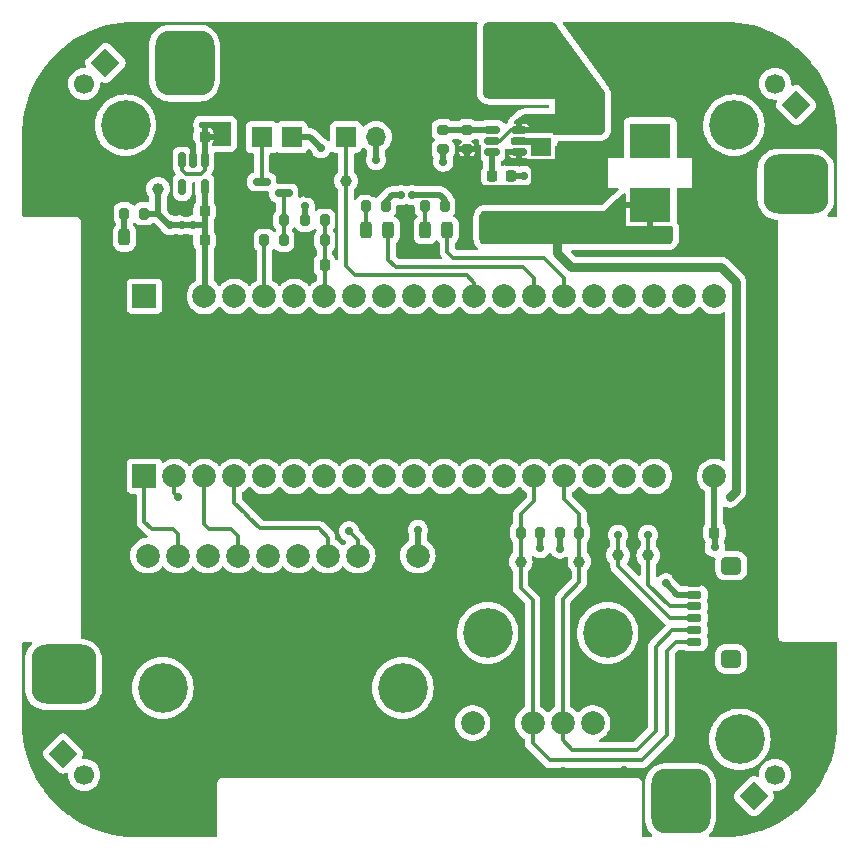
<source format=gtl>
G04 #@! TF.GenerationSoftware,KiCad,Pcbnew,8.0.7*
G04 #@! TF.CreationDate,2025-04-19T00:44:46-07:00*
G04 #@! TF.ProjectId,Hardware,48617264-7761-4726-952e-6b696361645f,rev?*
G04 #@! TF.SameCoordinates,Original*
G04 #@! TF.FileFunction,Copper,L1,Top*
G04 #@! TF.FilePolarity,Positive*
%FSLAX46Y46*%
G04 Gerber Fmt 4.6, Leading zero omitted, Abs format (unit mm)*
G04 Created by KiCad (PCBNEW 8.0.7) date 2025-04-19 00:44:46*
%MOMM*%
%LPD*%
G01*
G04 APERTURE LIST*
G04 Aperture macros list*
%AMRoundRect*
0 Rectangle with rounded corners*
0 $1 Rounding radius*
0 $2 $3 $4 $5 $6 $7 $8 $9 X,Y pos of 4 corners*
0 Add a 4 corners polygon primitive as box body*
4,1,4,$2,$3,$4,$5,$6,$7,$8,$9,$2,$3,0*
0 Add four circle primitives for the rounded corners*
1,1,$1+$1,$2,$3*
1,1,$1+$1,$4,$5*
1,1,$1+$1,$6,$7*
1,1,$1+$1,$8,$9*
0 Add four rect primitives between the rounded corners*
20,1,$1+$1,$2,$3,$4,$5,0*
20,1,$1+$1,$4,$5,$6,$7,0*
20,1,$1+$1,$6,$7,$8,$9,0*
20,1,$1+$1,$8,$9,$2,$3,0*%
%AMHorizOval*
0 Thick line with rounded ends*
0 $1 width*
0 $2 $3 position (X,Y) of the first rounded end (center of the circle)*
0 $4 $5 position (X,Y) of the second rounded end (center of the circle)*
0 Add line between two ends*
20,1,$1,$2,$3,$4,$5,0*
0 Add two circle primitives to create the rounded ends*
1,1,$1,$2,$3*
1,1,$1,$4,$5*%
%AMRotRect*
0 Rectangle, with rotation*
0 The origin of the aperture is its center*
0 $1 length*
0 $2 width*
0 $3 Rotation angle, in degrees counterclockwise*
0 Add horizontal line*
21,1,$1,$2,0,0,$3*%
G04 Aperture macros list end*
G04 #@! TA.AperFunction,WasherPad*
%ADD10C,4.200000*%
G04 #@! TD*
G04 #@! TA.AperFunction,ComponentPad*
%ADD11C,2.000000*%
G04 #@! TD*
G04 #@! TA.AperFunction,ComponentPad*
%ADD12R,2.000000X2.000000*%
G04 #@! TD*
G04 #@! TA.AperFunction,SMDPad,CuDef*
%ADD13C,1.000000*%
G04 #@! TD*
G04 #@! TA.AperFunction,SMDPad,CuDef*
%ADD14RoundRect,0.225000X-0.225000X-0.250000X0.225000X-0.250000X0.225000X0.250000X-0.225000X0.250000X0*%
G04 #@! TD*
G04 #@! TA.AperFunction,SMDPad,CuDef*
%ADD15RoundRect,0.200000X0.200000X0.275000X-0.200000X0.275000X-0.200000X-0.275000X0.200000X-0.275000X0*%
G04 #@! TD*
G04 #@! TA.AperFunction,SMDPad,CuDef*
%ADD16RoundRect,0.200000X0.275000X-0.200000X0.275000X0.200000X-0.275000X0.200000X-0.275000X-0.200000X0*%
G04 #@! TD*
G04 #@! TA.AperFunction,SMDPad,CuDef*
%ADD17RoundRect,0.200000X-0.200000X-0.275000X0.200000X-0.275000X0.200000X0.275000X-0.200000X0.275000X0*%
G04 #@! TD*
G04 #@! TA.AperFunction,ComponentPad*
%ADD18RotRect,1.700000X1.700000X135.000000*%
G04 #@! TD*
G04 #@! TA.AperFunction,ComponentPad*
%ADD19HorizOval,1.700000X0.000000X0.000000X0.000000X0.000000X0*%
G04 #@! TD*
G04 #@! TA.AperFunction,SMDPad,CuDef*
%ADD20RoundRect,1.250000X-1.250000X-1.500000X1.250000X-1.500000X1.250000X1.500000X-1.250000X1.500000X0*%
G04 #@! TD*
G04 #@! TA.AperFunction,SMDPad,CuDef*
%ADD21RoundRect,1.250000X1.250000X1.500000X-1.250000X1.500000X-1.250000X-1.500000X1.250000X-1.500000X0*%
G04 #@! TD*
G04 #@! TA.AperFunction,SMDPad,CuDef*
%ADD22RoundRect,0.150000X0.512500X0.150000X-0.512500X0.150000X-0.512500X-0.150000X0.512500X-0.150000X0*%
G04 #@! TD*
G04 #@! TA.AperFunction,SMDPad,CuDef*
%ADD23RoundRect,0.250000X-0.475000X0.250000X-0.475000X-0.250000X0.475000X-0.250000X0.475000X0.250000X0*%
G04 #@! TD*
G04 #@! TA.AperFunction,ComponentPad*
%ADD24RotRect,1.700000X1.700000X315.000000*%
G04 #@! TD*
G04 #@! TA.AperFunction,ComponentPad*
%ADD25HorizOval,1.700000X0.000000X0.000000X0.000000X0.000000X0*%
G04 #@! TD*
G04 #@! TA.AperFunction,ComponentPad*
%ADD26R,1.700000X1.700000*%
G04 #@! TD*
G04 #@! TA.AperFunction,ComponentPad*
%ADD27O,1.700000X1.700000*%
G04 #@! TD*
G04 #@! TA.AperFunction,SMDPad,CuDef*
%ADD28RoundRect,0.243750X0.243750X0.456250X-0.243750X0.456250X-0.243750X-0.456250X0.243750X-0.456250X0*%
G04 #@! TD*
G04 #@! TA.AperFunction,SMDPad,CuDef*
%ADD29RoundRect,0.250000X0.475000X-0.250000X0.475000X0.250000X-0.475000X0.250000X-0.475000X-0.250000X0*%
G04 #@! TD*
G04 #@! TA.AperFunction,SMDPad,CuDef*
%ADD30RoundRect,0.225000X0.225000X0.250000X-0.225000X0.250000X-0.225000X-0.250000X0.225000X-0.250000X0*%
G04 #@! TD*
G04 #@! TA.AperFunction,ComponentPad*
%ADD31RotRect,1.700000X1.700000X225.000000*%
G04 #@! TD*
G04 #@! TA.AperFunction,ComponentPad*
%ADD32HorizOval,1.700000X0.000000X0.000000X0.000000X0.000000X0*%
G04 #@! TD*
G04 #@! TA.AperFunction,SMDPad,CuDef*
%ADD33R,1.700000X1.700000*%
G04 #@! TD*
G04 #@! TA.AperFunction,SMDPad,CuDef*
%ADD34RoundRect,0.150000X0.587500X0.150000X-0.587500X0.150000X-0.587500X-0.150000X0.587500X-0.150000X0*%
G04 #@! TD*
G04 #@! TA.AperFunction,SMDPad,CuDef*
%ADD35RoundRect,0.150000X0.475000X-0.150000X0.475000X0.150000X-0.475000X0.150000X-0.475000X-0.150000X0*%
G04 #@! TD*
G04 #@! TA.AperFunction,SMDPad,CuDef*
%ADD36RoundRect,0.375000X0.475000X-0.375000X0.475000X0.375000X-0.475000X0.375000X-0.475000X-0.375000X0*%
G04 #@! TD*
G04 #@! TA.AperFunction,SMDPad,CuDef*
%ADD37R,3.500000X2.950000*%
G04 #@! TD*
G04 #@! TA.AperFunction,SMDPad,CuDef*
%ADD38RoundRect,1.250000X-1.500000X1.250000X-1.500000X-1.250000X1.500000X-1.250000X1.500000X1.250000X0*%
G04 #@! TD*
G04 #@! TA.AperFunction,ComponentPad*
%ADD39RotRect,1.700000X1.700000X45.000000*%
G04 #@! TD*
G04 #@! TA.AperFunction,ComponentPad*
%ADD40HorizOval,1.700000X0.000000X0.000000X0.000000X0.000000X0*%
G04 #@! TD*
G04 #@! TA.AperFunction,SMDPad,CuDef*
%ADD41RoundRect,0.200000X-0.275000X0.200000X-0.275000X-0.200000X0.275000X-0.200000X0.275000X0.200000X0*%
G04 #@! TD*
G04 #@! TA.AperFunction,SMDPad,CuDef*
%ADD42RoundRect,1.250000X1.500000X-1.250000X1.500000X1.250000X-1.500000X1.250000X-1.500000X-1.250000X0*%
G04 #@! TD*
G04 #@! TA.AperFunction,SMDPad,CuDef*
%ADD43RoundRect,0.150000X-0.150000X0.512500X-0.150000X-0.512500X0.150000X-0.512500X0.150000X0.512500X0*%
G04 #@! TD*
G04 #@! TA.AperFunction,ViaPad*
%ADD44C,0.700000*%
G04 #@! TD*
G04 #@! TA.AperFunction,Conductor*
%ADD45C,0.750000*%
G04 #@! TD*
G04 #@! TA.AperFunction,Conductor*
%ADD46C,0.300000*%
G04 #@! TD*
G04 #@! TA.AperFunction,Conductor*
%ADD47C,0.500000*%
G04 #@! TD*
G04 APERTURE END LIST*
D10*
X170910000Y-90250000D03*
X181070000Y-90250000D03*
D11*
X169640000Y-97870000D03*
X172180000Y-97870000D03*
X174720000Y-97870000D03*
X177260000Y-97870000D03*
X179800000Y-97870000D03*
X182340000Y-97870000D03*
X190110000Y-61750000D03*
X187570000Y-61750000D03*
X185030000Y-61750000D03*
X182490000Y-61750000D03*
X179950000Y-61750000D03*
X177410000Y-61750000D03*
X174870000Y-61750000D03*
X172330000Y-61750000D03*
X169790000Y-61750000D03*
X167250000Y-61750000D03*
X164710000Y-61750000D03*
X162170000Y-61750000D03*
X159630000Y-61750000D03*
X157090000Y-61750000D03*
X154550000Y-61750000D03*
X152010000Y-61750000D03*
X149470000Y-61750000D03*
X146930000Y-61750000D03*
X144390000Y-61750000D03*
D12*
X141850000Y-61750000D03*
D11*
X190110000Y-76990000D03*
X187570000Y-76990000D03*
X185030000Y-76990000D03*
X182490000Y-76990000D03*
X179950000Y-76990000D03*
X177410000Y-76990000D03*
X174870000Y-76990000D03*
X172330000Y-76990000D03*
X169790000Y-76990000D03*
X167250000Y-76990000D03*
X164710000Y-76990000D03*
X162170000Y-76990000D03*
X159630000Y-76990000D03*
X157090000Y-76990000D03*
X154550000Y-76990000D03*
X152010000Y-76990000D03*
X149470000Y-76990000D03*
X146930000Y-76990000D03*
X144390000Y-76990000D03*
D12*
X141850000Y-76990000D03*
D10*
X140250000Y-47250000D03*
X191750000Y-47250000D03*
X192250000Y-99250000D03*
X163720000Y-94902500D03*
X143400000Y-94902500D03*
D11*
X164990000Y-83702500D03*
X162450000Y-83702500D03*
X159910000Y-83702500D03*
X157370000Y-83702500D03*
X154830000Y-83702500D03*
X152290000Y-83702500D03*
X149750000Y-83702500D03*
X147210000Y-83702500D03*
X144670000Y-83702500D03*
X142130000Y-83702500D03*
D13*
X175200000Y-56600000D03*
D14*
X188550000Y-81750000D03*
X190100000Y-81750000D03*
D13*
X178800000Y-44350000D03*
D15*
X175350000Y-81750000D03*
X173700000Y-81750000D03*
D16*
X169140000Y-49300000D03*
X169140000Y-47650000D03*
D17*
X152000000Y-55300000D03*
X153650000Y-55300000D03*
D18*
X193453949Y-104046051D03*
D19*
X195250000Y-102250000D03*
X197046051Y-100453949D03*
D13*
X175475000Y-51150000D03*
D15*
X157100000Y-57000000D03*
X155450000Y-57000000D03*
D20*
X158500000Y-41750000D03*
D21*
X173500000Y-41750000D03*
D22*
X173575000Y-49550000D03*
X173575000Y-48600000D03*
X173575000Y-47650000D03*
X171300000Y-47650000D03*
X171300000Y-48600000D03*
X171300000Y-49550000D03*
D23*
X177400000Y-47600000D03*
X177400000Y-49500000D03*
D24*
X138535445Y-41964555D03*
D25*
X136739394Y-43760606D03*
X134943343Y-45556657D03*
D23*
X179775000Y-47600000D03*
X179775000Y-49500000D03*
D15*
X167275000Y-54107500D03*
X165625000Y-54107500D03*
D26*
X158925000Y-48250000D03*
D27*
X161465000Y-48250000D03*
X164005000Y-48250000D03*
D13*
X181950000Y-83650000D03*
D28*
X162500000Y-56142500D03*
X160625000Y-56142500D03*
X167500000Y-56142500D03*
X165625000Y-56142500D03*
D29*
X179375000Y-55000000D03*
X179375000Y-53100000D03*
D30*
X146950000Y-48237500D03*
X145400000Y-48237500D03*
X157125000Y-59100000D03*
X155575000Y-59100000D03*
D13*
X158915000Y-51975000D03*
D31*
X197035445Y-45535445D03*
D32*
X195239394Y-43739394D03*
X193443343Y-41943343D03*
D13*
X178675000Y-84200000D03*
D33*
X154315000Y-48275000D03*
X151775000Y-48275000D03*
D29*
X177000000Y-55000000D03*
X177000000Y-53100000D03*
D17*
X177025000Y-81750000D03*
X178675000Y-81750000D03*
D34*
X153650000Y-53000000D03*
X153650000Y-51100000D03*
X151775000Y-52050000D03*
D15*
X162275000Y-54107500D03*
X160625000Y-54107500D03*
D13*
X173700000Y-84200000D03*
D35*
X188410000Y-91000000D03*
X188410000Y-90000000D03*
X188410000Y-89000000D03*
X188410000Y-88000000D03*
X188410000Y-87000000D03*
X188410000Y-86000000D03*
D36*
X191535000Y-92450000D03*
X191535000Y-84550000D03*
D37*
X184660000Y-48575000D03*
X184660000Y-54025000D03*
D13*
X143000000Y-52650000D03*
D21*
X145250000Y-42000000D03*
D38*
X135000000Y-52250000D03*
D17*
X152000000Y-57000000D03*
X153650000Y-57000000D03*
D13*
X184500000Y-83675000D03*
D15*
X141800000Y-54750000D03*
X140150000Y-54750000D03*
D30*
X172850000Y-51550000D03*
X171300000Y-51550000D03*
D14*
X145400000Y-57000000D03*
X146950000Y-57000000D03*
D39*
X134953949Y-100453949D03*
D40*
X136750000Y-102250000D03*
X138546051Y-104046051D03*
D38*
X135000000Y-93750000D03*
D20*
X145250000Y-104000000D03*
D41*
X167140000Y-47650000D03*
X167140000Y-49300000D03*
D17*
X155450000Y-55300000D03*
X157100000Y-55300000D03*
D42*
X197000000Y-52250000D03*
D21*
X186750000Y-42000000D03*
D30*
X146950000Y-54537500D03*
X145400000Y-54537500D03*
D20*
X187250000Y-104500000D03*
D42*
X197500000Y-94250000D03*
D13*
X140325000Y-52975000D03*
D43*
X146950000Y-50225000D03*
X146000000Y-50225000D03*
X145050000Y-50225000D03*
X145050000Y-52500000D03*
X146950000Y-52500000D03*
D28*
X142025000Y-56750000D03*
X140150000Y-56750000D03*
D44*
X172250000Y-56500000D03*
X167150000Y-50350000D03*
X173500000Y-56500000D03*
X161465000Y-50200000D03*
X148700000Y-48400000D03*
X174250000Y-55000000D03*
X165000000Y-81500000D03*
X148700000Y-47350000D03*
X171000000Y-56500000D03*
X191400000Y-78750000D03*
X186000000Y-86050000D03*
X173250000Y-55000000D03*
X156800000Y-49200000D03*
X147800000Y-47300000D03*
X175250000Y-55000000D03*
X144175000Y-57000000D03*
X173260000Y-72650000D03*
X176500000Y-52100000D03*
X189630000Y-53020000D03*
X199100000Y-95600000D03*
X185400000Y-43500000D03*
X158240000Y-101860000D03*
X154250000Y-59050000D03*
X188150000Y-42000000D03*
X136500000Y-50800000D03*
X135000000Y-50750000D03*
X193550000Y-93940000D03*
X133500000Y-53600000D03*
X151670000Y-41530000D03*
X155900000Y-73030000D03*
X150230000Y-69320000D03*
X187990000Y-54920000D03*
X141260000Y-39520000D03*
X164720000Y-43910000D03*
X185410000Y-68880000D03*
X186800000Y-43500000D03*
X184780000Y-64410000D03*
X199790000Y-97810000D03*
X141590000Y-71230000D03*
X191070000Y-102770000D03*
X182160000Y-39280000D03*
X171570000Y-101860000D03*
X159950000Y-41700000D03*
X155390000Y-64540000D03*
X141540000Y-68090000D03*
X184170000Y-94310000D03*
X168420000Y-81810000D03*
X196100000Y-92800000D03*
X151740000Y-43880000D03*
X132470000Y-48260000D03*
X180260000Y-81910000D03*
X151810000Y-39270000D03*
X186750000Y-42000000D03*
X160000000Y-40200000D03*
X155400000Y-93600000D03*
X154660000Y-98520000D03*
X192080000Y-95290000D03*
X158550000Y-41700000D03*
X164810000Y-41530000D03*
X170500000Y-53000000D03*
X188200000Y-40500000D03*
X142575000Y-58425000D03*
X191360000Y-86130000D03*
X188200000Y-43500000D03*
X143850000Y-103900000D03*
X191590000Y-106680000D03*
X173575000Y-50300000D03*
X177040000Y-68940000D03*
X173380000Y-88260000D03*
X169200000Y-50350000D03*
X198140000Y-103190000D03*
X184340000Y-72400000D03*
X181300000Y-95100000D03*
X152260000Y-101750000D03*
X176100000Y-88260000D03*
X164880000Y-38970000D03*
X197600000Y-95550000D03*
X179120000Y-64600000D03*
X164040000Y-54910000D03*
X159800000Y-98650000D03*
X146460000Y-64540000D03*
X196100000Y-94200000D03*
X181870000Y-44650000D03*
X190130000Y-88150000D03*
X177280000Y-101910000D03*
X133500000Y-50800000D03*
X157200000Y-40200000D03*
X183230000Y-82380000D03*
X145250000Y-103900000D03*
X189070000Y-99880000D03*
X171680000Y-85810000D03*
X177500000Y-52100000D03*
X180150000Y-74520000D03*
X146700000Y-105400000D03*
X169380000Y-92860000D03*
X164000000Y-50000000D03*
X171750000Y-53000000D03*
X135000000Y-52150000D03*
X190960000Y-39490000D03*
X197600000Y-92750000D03*
X158600000Y-40200000D03*
X180420000Y-40460000D03*
X149100000Y-72810000D03*
X155450000Y-58025000D03*
X141320000Y-91190000D03*
X164080000Y-73160000D03*
X138600000Y-50200000D03*
X134940000Y-41600000D03*
X190050000Y-67040000D03*
X145300000Y-105400000D03*
X179900000Y-52150000D03*
X196100000Y-95600000D03*
X162630000Y-64600000D03*
X160510000Y-93640000D03*
X197120000Y-48200000D03*
X165660000Y-90770000D03*
X150760000Y-93640000D03*
X146700000Y-102400000D03*
X190800000Y-43600000D03*
X172790000Y-92810000D03*
X146650000Y-103900000D03*
X191550000Y-81660000D03*
X178660000Y-39160000D03*
X184800000Y-45600000D03*
X136500000Y-52200000D03*
X190100000Y-64330000D03*
X157200000Y-43200000D03*
X180250000Y-50500000D03*
X171770000Y-81810000D03*
X168250000Y-85760000D03*
X190660000Y-50770000D03*
X189960000Y-74300000D03*
X155650000Y-53050000D03*
X158600000Y-43200000D03*
X195350000Y-105780000D03*
X179350000Y-50500000D03*
X135940000Y-97430000D03*
X188550000Y-82950000D03*
X143900000Y-102400000D03*
X157150000Y-41700000D03*
X143900000Y-105400000D03*
X190050000Y-71040000D03*
X165730000Y-88710000D03*
X140950000Y-106550000D03*
X169200000Y-53000000D03*
X177900000Y-50500000D03*
X176950000Y-50500000D03*
X144175000Y-54525000D03*
X197410000Y-41810000D03*
X184170000Y-88310000D03*
X185400000Y-40500000D03*
X141370000Y-42850000D03*
X151990000Y-54110000D03*
X140420000Y-101110000D03*
X199320000Y-48250000D03*
X141600000Y-73010000D03*
X178850000Y-52150000D03*
X199100000Y-94200000D03*
X179090000Y-92870000D03*
X135000000Y-53550000D03*
X186891000Y-85450000D03*
X162480000Y-81800000D03*
X167790000Y-69130000D03*
X181820000Y-42170000D03*
X136670000Y-48420000D03*
X134760000Y-104310000D03*
X138710000Y-52070000D03*
X197600000Y-94150000D03*
X145400000Y-46875000D03*
X171000000Y-64410000D03*
X186800000Y-40500000D03*
X161190000Y-52960000D03*
X155480000Y-89660000D03*
X144850000Y-91240000D03*
X199100000Y-92800000D03*
X180520000Y-85460000D03*
X143570000Y-88730000D03*
X136500000Y-53600000D03*
X141690000Y-64010000D03*
X132580000Y-97380000D03*
X145300000Y-102400000D03*
X133500000Y-52200000D03*
X185350000Y-42000000D03*
X164800000Y-101910000D03*
X182430000Y-101860000D03*
X149280000Y-98520000D03*
X157910000Y-69380000D03*
X160470000Y-89570000D03*
X160000000Y-43200000D03*
X197000000Y-52250000D03*
X187300000Y-103000000D03*
X136500000Y-92400000D03*
X145300000Y-43400000D03*
X173550000Y-41700000D03*
X143900000Y-43400000D03*
X146650000Y-41900000D03*
X173600000Y-40200000D03*
X187250000Y-104500000D03*
X195500000Y-53700000D03*
X146700000Y-43400000D03*
X188650000Y-104500000D03*
X175000000Y-43200000D03*
X135000000Y-93750000D03*
X175000000Y-40200000D03*
X133500000Y-92400000D03*
X185900000Y-106000000D03*
X155450000Y-54125000D03*
X172200000Y-43200000D03*
X145250000Y-41900000D03*
X187300000Y-106000000D03*
X197000000Y-50850000D03*
X172200000Y-40200000D03*
X188700000Y-103000000D03*
X133500000Y-95200000D03*
X185850000Y-104500000D03*
X135000000Y-92350000D03*
X135000000Y-95150000D03*
X198500000Y-53700000D03*
X136500000Y-93800000D03*
X146700000Y-40400000D03*
X133500000Y-93800000D03*
X145300000Y-40400000D03*
X198500000Y-52300000D03*
X136500000Y-95200000D03*
X197000000Y-53650000D03*
X198500000Y-50900000D03*
X143900000Y-40400000D03*
X195500000Y-52300000D03*
X174950000Y-41700000D03*
X173600000Y-43200000D03*
X172150000Y-41700000D03*
X185900000Y-103000000D03*
X143850000Y-41900000D03*
X188700000Y-106000000D03*
X195500000Y-50900000D03*
X184660000Y-47600000D03*
X185775000Y-48575000D03*
X175000000Y-48700000D03*
X183525000Y-48575000D03*
X183525000Y-47600000D03*
X175900000Y-48700000D03*
X184660000Y-48575000D03*
X175900000Y-49500000D03*
X184660000Y-49575000D03*
X173950000Y-51550000D03*
X175000000Y-49500000D03*
X185775000Y-47600000D03*
X185775000Y-49575000D03*
X183525000Y-49575000D03*
X144000000Y-55700000D03*
X190125000Y-83000000D03*
X177025000Y-83100000D03*
X145950000Y-55700000D03*
X164500000Y-53182500D03*
X175375000Y-83050000D03*
X145000000Y-55700000D03*
X163575000Y-53182500D03*
X159150000Y-81625000D03*
X144700000Y-78700000D03*
X184500000Y-81921000D03*
X181950000Y-81921000D03*
D45*
X191400000Y-78750000D02*
X191900000Y-78250000D01*
X176800000Y-58100000D02*
X176800000Y-56600000D01*
X191900000Y-78250000D02*
X191900000Y-60500000D01*
X191900000Y-60500000D02*
X190650000Y-59250000D01*
X190650000Y-59250000D02*
X177950000Y-59250000D01*
X177950000Y-59250000D02*
X176800000Y-58100000D01*
X176800000Y-56600000D02*
X175200000Y-56600000D01*
D46*
X151775000Y-52050000D02*
X151775000Y-48275000D01*
D47*
X164990000Y-83702500D02*
X164990000Y-81510000D01*
X161465000Y-50200000D02*
X161465000Y-48250000D01*
X146950000Y-48237500D02*
X146950000Y-50225000D01*
X177000000Y-55000000D02*
X175250000Y-55000000D01*
X167140000Y-49300000D02*
X167140000Y-50340000D01*
X188410000Y-87000000D02*
X186950000Y-87000000D01*
X154315000Y-48275000D02*
X155875000Y-48275000D01*
D46*
X145400000Y-51400000D02*
X146600000Y-51400000D01*
X145050000Y-51050000D02*
X145400000Y-51400000D01*
X145050000Y-50225000D02*
X145050000Y-51050000D01*
D47*
X155875000Y-48275000D02*
X156800000Y-49200000D01*
D46*
X146950000Y-51050000D02*
X146950000Y-50225000D01*
D47*
X186950000Y-87000000D02*
X186000000Y-86050000D01*
D46*
X146600000Y-51400000D02*
X146950000Y-51050000D01*
D47*
X164990000Y-81510000D02*
X165000000Y-81500000D01*
X167140000Y-50340000D02*
X167150000Y-50350000D01*
X144400000Y-59800000D02*
X144390000Y-59810000D01*
X144312500Y-48237500D02*
X140325000Y-52225000D01*
X142025000Y-56750000D02*
X142025000Y-57875000D01*
X144390000Y-59810000D02*
X144390000Y-61750000D01*
X187500000Y-86000000D02*
X186950000Y-85450000D01*
X145400000Y-48237500D02*
X146000000Y-48837500D01*
X152000000Y-54120000D02*
X152000000Y-55300000D01*
X145400000Y-57000000D02*
X144175000Y-57000000D01*
X151990000Y-54110000D02*
X152000000Y-54120000D01*
X187570000Y-76990000D02*
X187570000Y-78770000D01*
X186950000Y-85450000D02*
X186891000Y-85450000D01*
X138546051Y-104046051D02*
X138553949Y-104046051D01*
X144400000Y-59500000D02*
X144400000Y-59800000D01*
X145400000Y-57000000D02*
X145400000Y-58500000D01*
X188550000Y-79750000D02*
X188550000Y-81750000D01*
X144187500Y-54537500D02*
X144175000Y-54525000D01*
X140325000Y-52225000D02*
X140325000Y-52975000D01*
X193443343Y-41943343D02*
X193431657Y-41943343D01*
X154675000Y-51100000D02*
X155650000Y-52075000D01*
X145400000Y-58500000D02*
X144400000Y-59500000D01*
X155650000Y-52075000D02*
X155650000Y-53050000D01*
X134943343Y-45556657D02*
X134943343Y-45568343D01*
X155450000Y-57000000D02*
X155450000Y-58025000D01*
X153650000Y-51100000D02*
X154675000Y-51100000D01*
X188550000Y-81750000D02*
X188550000Y-82950000D01*
X164005000Y-49995000D02*
X164000000Y-50000000D01*
X164005000Y-48250000D02*
X164005000Y-49995000D01*
X145400000Y-54537500D02*
X144187500Y-54537500D01*
X146000000Y-48837500D02*
X146000000Y-50225000D01*
X145400000Y-48237500D02*
X145400000Y-46875000D01*
D46*
X155550000Y-59050000D02*
X154250000Y-59050000D01*
D47*
X145400000Y-48237500D02*
X144312500Y-48237500D01*
X187570000Y-78770000D02*
X188550000Y-79750000D01*
X197046051Y-100453949D02*
X197046051Y-100421051D01*
X188410000Y-86000000D02*
X187500000Y-86000000D01*
X142025000Y-57875000D02*
X142575000Y-58425000D01*
D46*
X171300000Y-48600000D02*
X171962499Y-48600000D01*
X171962499Y-48600000D02*
X172912499Y-47650000D01*
D47*
X155450000Y-55300000D02*
X155450000Y-54125000D01*
D46*
X172912499Y-47650000D02*
X173575000Y-47650000D01*
D47*
X172850000Y-51550000D02*
X173950000Y-51550000D01*
X171300000Y-49550000D02*
X171300000Y-51550000D01*
X175350000Y-83025000D02*
X175375000Y-83050000D01*
X143950000Y-55700000D02*
X143000000Y-54750000D01*
X146950000Y-55700000D02*
X146950000Y-57000000D01*
X167275000Y-53575000D02*
X166882500Y-53182500D01*
X175350000Y-81750000D02*
X175350000Y-83025000D01*
X166882500Y-53182500D02*
X164500000Y-53182500D01*
X167275000Y-54107500D02*
X167275000Y-53575000D01*
X190125000Y-83000000D02*
X190125000Y-81775000D01*
X146950000Y-61730000D02*
X146930000Y-61750000D01*
X146950000Y-55700000D02*
X145950000Y-55700000D01*
X146950000Y-54537500D02*
X146950000Y-55700000D01*
X144000000Y-55700000D02*
X143950000Y-55700000D01*
X190100000Y-77000000D02*
X190100000Y-81750000D01*
X145000000Y-55700000D02*
X144000000Y-55700000D01*
X143000000Y-54750000D02*
X141800000Y-54750000D01*
X190110000Y-76990000D02*
X190100000Y-77000000D01*
X146950000Y-52500000D02*
X146950000Y-54537500D01*
X190125000Y-81775000D02*
X190100000Y-81750000D01*
X162275000Y-53725000D02*
X162275000Y-54107500D01*
X163575000Y-53182500D02*
X162817500Y-53182500D01*
X177025000Y-81750000D02*
X177025000Y-83100000D01*
X146950000Y-57000000D02*
X146950000Y-61730000D01*
X145950000Y-55700000D02*
X145000000Y-55700000D01*
X162817500Y-53182500D02*
X162275000Y-53725000D01*
X143000000Y-54750000D02*
X143000000Y-52650000D01*
D46*
X157100000Y-55300000D02*
X157100000Y-57000000D01*
X157100000Y-61740000D02*
X157090000Y-61750000D01*
X157100000Y-57000000D02*
X157100000Y-61740000D01*
X177410000Y-60185000D02*
X177410000Y-61750000D01*
X167500000Y-57975000D02*
X168000000Y-58475000D01*
X168000000Y-58475000D02*
X175700000Y-58475000D01*
X175700000Y-58475000D02*
X177410000Y-60185000D01*
X167500000Y-56142500D02*
X167500000Y-57975000D01*
X165625000Y-54100000D02*
X165625000Y-56135000D01*
X173925000Y-59250000D02*
X174870000Y-60195000D01*
X162500000Y-56142500D02*
X162500000Y-58625000D01*
X162500000Y-58625000D02*
X163125000Y-59250000D01*
X174870000Y-60195000D02*
X174870000Y-61750000D01*
X163125000Y-59250000D02*
X173925000Y-59250000D01*
X160625000Y-54107500D02*
X160625000Y-56142500D01*
D47*
X140150000Y-56750000D02*
X140150000Y-54750000D01*
D46*
X159910000Y-82385000D02*
X159150000Y-81625000D01*
X144390000Y-78390000D02*
X144700000Y-78700000D01*
X159910000Y-83702500D02*
X159910000Y-82385000D01*
X144390000Y-76990000D02*
X144390000Y-78390000D01*
X142450000Y-81450000D02*
X141850000Y-80850000D01*
X144670000Y-81870000D02*
X144250000Y-81450000D01*
X144670000Y-83702500D02*
X144670000Y-81870000D01*
X141850000Y-80850000D02*
X141850000Y-76990000D01*
X144250000Y-81450000D02*
X142450000Y-81450000D01*
X157370000Y-82163000D02*
X157370000Y-83702500D01*
X156603000Y-81396000D02*
X157370000Y-82163000D01*
X150731228Y-80498228D02*
X151629000Y-81396000D01*
X150355603Y-80122603D02*
X150731228Y-80498228D01*
X149470000Y-79237000D02*
X150355603Y-80122603D01*
X151629000Y-81396000D02*
X156603000Y-81396000D01*
X149470000Y-76990000D02*
X149470000Y-79237000D01*
X149750000Y-83702500D02*
X149750000Y-82000000D01*
X149750000Y-82000000D02*
X149200000Y-81450000D01*
X147325000Y-81450000D02*
X146930000Y-81055000D01*
X149200000Y-81450000D02*
X147325000Y-81450000D01*
X146930000Y-81055000D02*
X146930000Y-76990000D01*
X178675000Y-81750000D02*
X178675000Y-84200000D01*
X177260000Y-87364824D02*
X177260000Y-97870000D01*
X185125000Y-98550000D02*
X185125000Y-91425000D01*
X186550000Y-90000000D02*
X188410000Y-90000000D01*
X178075000Y-100150000D02*
X183525000Y-100150000D01*
X177410000Y-78935000D02*
X178675000Y-80200000D01*
X177260000Y-97870000D02*
X177260000Y-99335000D01*
X177260000Y-99335000D02*
X178075000Y-100150000D01*
X178675000Y-85949824D02*
X177260000Y-87364824D01*
X183525000Y-100150000D02*
X185125000Y-98550000D01*
X178675000Y-84200000D02*
X178675000Y-85949824D01*
X177410000Y-76990000D02*
X177410000Y-78935000D01*
X185125000Y-91425000D02*
X186550000Y-90000000D01*
X178675000Y-80200000D02*
X178675000Y-81750000D01*
X183950000Y-101025000D02*
X186075000Y-98900000D01*
X173700000Y-84200000D02*
X173700000Y-86475000D01*
X186075000Y-91750000D02*
X186825000Y-91000000D01*
X186075000Y-98900000D02*
X186075000Y-91750000D01*
X173700000Y-81750000D02*
X173700000Y-84200000D01*
X173700000Y-86475000D02*
X174720000Y-87495000D01*
X174870000Y-79030000D02*
X173700000Y-80200000D01*
X174720000Y-97870000D02*
X174720000Y-99595000D01*
X186825000Y-91000000D02*
X188410000Y-91000000D01*
X174720000Y-87495000D02*
X174720000Y-97870000D01*
X174720000Y-99595000D02*
X176150000Y-101025000D01*
X174870000Y-76990000D02*
X174870000Y-79030000D01*
X173700000Y-80200000D02*
X173700000Y-81750000D01*
X176150000Y-101025000D02*
X183950000Y-101025000D01*
X184500000Y-86150000D02*
X184500000Y-81921000D01*
X186350000Y-88000000D02*
X184500000Y-86150000D01*
X188410000Y-88000000D02*
X186350000Y-88000000D01*
X186350000Y-89000000D02*
X181950000Y-84600000D01*
X181950000Y-84600000D02*
X181950000Y-81921000D01*
X188410000Y-89000000D02*
X186350000Y-89000000D01*
X169790000Y-60640000D02*
X169125000Y-59975000D01*
X169125000Y-59975000D02*
X159680000Y-59975000D01*
X159680000Y-59975000D02*
X158915000Y-59210000D01*
X158925000Y-48250000D02*
X158925000Y-51965000D01*
X158915000Y-59210000D02*
X158915000Y-51975000D01*
X169790000Y-61750000D02*
X169790000Y-60640000D01*
X158925000Y-51965000D02*
X158915000Y-51975000D01*
X153650000Y-55300000D02*
X153650000Y-53000000D01*
X153650000Y-57000000D02*
X153650000Y-55300000D01*
D47*
X171300000Y-47650000D02*
X169140000Y-47650000D01*
X169140000Y-47650000D02*
X167140000Y-47650000D01*
D46*
X152010000Y-61750000D02*
X152010000Y-57010000D01*
X152010000Y-57010000D02*
X152000000Y-57000000D01*
G04 #@! TA.AperFunction,Conductor*
G36*
X176262216Y-83497586D02*
G01*
X176292953Y-83533058D01*
X176322751Y-83584669D01*
X176333141Y-83602665D01*
X176368072Y-83641460D01*
X176452764Y-83735521D01*
X176452767Y-83735523D01*
X176452770Y-83735526D01*
X176597407Y-83840612D01*
X176760733Y-83913329D01*
X176935609Y-83950500D01*
X176935610Y-83950500D01*
X177114389Y-83950500D01*
X177114391Y-83950500D01*
X177289267Y-83913329D01*
X177452593Y-83840612D01*
X177520589Y-83791209D01*
X177586393Y-83767729D01*
X177654447Y-83783554D01*
X177703143Y-83833659D01*
X177717019Y-83902137D01*
X177712135Y-83927522D01*
X177688975Y-84003869D01*
X177669659Y-84200000D01*
X177688975Y-84396129D01*
X177688976Y-84396132D01*
X177721098Y-84502025D01*
X177746188Y-84584733D01*
X177839086Y-84758532D01*
X177839090Y-84758539D01*
X177964116Y-84910883D01*
X177979161Y-84923229D01*
X178018498Y-84980973D01*
X178024500Y-85019085D01*
X178024500Y-85629015D01*
X178004815Y-85696054D01*
X177988181Y-85716696D01*
X176754727Y-86950149D01*
X176754721Y-86950156D01*
X176687030Y-87051465D01*
X176687030Y-87051466D01*
X176683536Y-87056694D01*
X176683534Y-87056698D01*
X176634499Y-87175079D01*
X176634497Y-87175085D01*
X176609500Y-87300752D01*
X176609500Y-96442009D01*
X176589815Y-96509048D01*
X176544518Y-96551063D01*
X176436501Y-96609519D01*
X176436494Y-96609523D01*
X176240257Y-96762261D01*
X176081230Y-96935010D01*
X176021342Y-96971001D01*
X175951504Y-96968900D01*
X175898770Y-96935010D01*
X175822866Y-96852557D01*
X175739744Y-96762262D01*
X175543509Y-96609526D01*
X175543508Y-96609525D01*
X175543505Y-96609523D01*
X175543498Y-96609519D01*
X175435482Y-96551063D01*
X175385891Y-96501844D01*
X175370500Y-96442009D01*
X175370500Y-87430928D01*
X175345502Y-87305261D01*
X175345501Y-87305260D01*
X175345501Y-87305256D01*
X175296465Y-87186873D01*
X175255457Y-87125500D01*
X175255455Y-87125497D01*
X175225279Y-87080333D01*
X174386819Y-86241873D01*
X174353334Y-86180550D01*
X174350500Y-86154192D01*
X174350500Y-85019085D01*
X174370185Y-84952046D01*
X174395839Y-84923229D01*
X174410883Y-84910883D01*
X174535909Y-84758539D01*
X174535913Y-84758532D01*
X174628811Y-84584733D01*
X174628811Y-84584732D01*
X174628814Y-84584727D01*
X174686024Y-84396132D01*
X174705341Y-84200000D01*
X174686024Y-84003868D01*
X174655164Y-83902137D01*
X174636342Y-83840089D01*
X174635718Y-83770222D01*
X174672966Y-83711109D01*
X174736260Y-83681518D01*
X174805504Y-83690843D01*
X174827884Y-83703773D01*
X174947407Y-83790612D01*
X175110733Y-83863329D01*
X175285609Y-83900500D01*
X175285610Y-83900500D01*
X175464389Y-83900500D01*
X175464391Y-83900500D01*
X175639267Y-83863329D01*
X175802593Y-83790612D01*
X175947230Y-83685526D01*
X176066859Y-83552665D01*
X176078179Y-83533057D01*
X176128744Y-83484843D01*
X176197351Y-83471619D01*
X176262216Y-83497586D01*
G37*
G04 #@! TD.AperFunction*
G04 #@! TA.AperFunction,Conductor*
G36*
X154628599Y-55914886D02*
G01*
X154656113Y-55946639D01*
X154694528Y-56010185D01*
X154694530Y-56010188D01*
X154814811Y-56130469D01*
X154814813Y-56130470D01*
X154814815Y-56130472D01*
X154960394Y-56218478D01*
X155122804Y-56269086D01*
X155193384Y-56275500D01*
X155193387Y-56275500D01*
X155706613Y-56275500D01*
X155706616Y-56275500D01*
X155777196Y-56269086D01*
X155939606Y-56218478D01*
X156085185Y-56130472D01*
X156187320Y-56028336D01*
X156248641Y-55994853D01*
X156318333Y-55999837D01*
X156362680Y-56028337D01*
X156382178Y-56047835D01*
X156396663Y-56062320D01*
X156430147Y-56123644D01*
X156425161Y-56193335D01*
X156396661Y-56237681D01*
X156344531Y-56289810D01*
X156344530Y-56289811D01*
X156256522Y-56435393D01*
X156205913Y-56597807D01*
X156203625Y-56622989D01*
X156199500Y-56668384D01*
X156199500Y-57331616D01*
X156200535Y-57343000D01*
X156205913Y-57402192D01*
X156205913Y-57402194D01*
X156205914Y-57402196D01*
X156256522Y-57564606D01*
X156344528Y-57710185D01*
X156413182Y-57778839D01*
X156446666Y-57840160D01*
X156449500Y-57866519D01*
X156449500Y-58223125D01*
X156429815Y-58290164D01*
X156413182Y-58310806D01*
X156327029Y-58396959D01*
X156238001Y-58541294D01*
X156237996Y-58541305D01*
X156184651Y-58702290D01*
X156174500Y-58801647D01*
X156174500Y-59398337D01*
X156174501Y-59398355D01*
X156184650Y-59497707D01*
X156184651Y-59497710D01*
X156237996Y-59658694D01*
X156238001Y-59658705D01*
X156327029Y-59803040D01*
X156327032Y-59803044D01*
X156413181Y-59889193D01*
X156446666Y-59950516D01*
X156449500Y-59976874D01*
X156449500Y-60316597D01*
X156429815Y-60383636D01*
X156384518Y-60425651D01*
X156266501Y-60489519D01*
X156266494Y-60489523D01*
X156070257Y-60642261D01*
X155911230Y-60815010D01*
X155851342Y-60851001D01*
X155781504Y-60848900D01*
X155728770Y-60815010D01*
X155689108Y-60771926D01*
X155569744Y-60642262D01*
X155373509Y-60489526D01*
X155373507Y-60489525D01*
X155373506Y-60489524D01*
X155154811Y-60371172D01*
X155154802Y-60371169D01*
X154919616Y-60290429D01*
X154674335Y-60249500D01*
X154425665Y-60249500D01*
X154180383Y-60290429D01*
X153945197Y-60371169D01*
X153945188Y-60371172D01*
X153726493Y-60489524D01*
X153530257Y-60642261D01*
X153371230Y-60815010D01*
X153311342Y-60851001D01*
X153241504Y-60848900D01*
X153188770Y-60815010D01*
X153149108Y-60771926D01*
X153029744Y-60642262D01*
X152833509Y-60489526D01*
X152833508Y-60489525D01*
X152833505Y-60489523D01*
X152833498Y-60489519D01*
X152725482Y-60431063D01*
X152675891Y-60381844D01*
X152660500Y-60322009D01*
X152660500Y-57856519D01*
X152680185Y-57789480D01*
X152696818Y-57768839D01*
X152715145Y-57750512D01*
X152737319Y-57728337D01*
X152798639Y-57694853D01*
X152868331Y-57699837D01*
X152912680Y-57728338D01*
X153014811Y-57830469D01*
X153014813Y-57830470D01*
X153014815Y-57830472D01*
X153160394Y-57918478D01*
X153322804Y-57969086D01*
X153393384Y-57975500D01*
X153393387Y-57975500D01*
X153906613Y-57975500D01*
X153906616Y-57975500D01*
X153977196Y-57969086D01*
X154139606Y-57918478D01*
X154285185Y-57830472D01*
X154405472Y-57710185D01*
X154493478Y-57564606D01*
X154544086Y-57402196D01*
X154550500Y-57331616D01*
X154550500Y-56668384D01*
X154544086Y-56597804D01*
X154493478Y-56435394D01*
X154405472Y-56289815D01*
X154405470Y-56289813D01*
X154405469Y-56289811D01*
X154405468Y-56289810D01*
X154353339Y-56237682D01*
X154319853Y-56176359D01*
X154324837Y-56106667D01*
X154353339Y-56062318D01*
X154405469Y-56010188D01*
X154405472Y-56010185D01*
X154443885Y-55946641D01*
X154495411Y-55899457D01*
X154564270Y-55887618D01*
X154628599Y-55914886D01*
G37*
G04 #@! TD.AperFunction*
G04 #@! TA.AperFunction,Conductor*
G36*
X155797702Y-49266174D02*
G01*
X155825958Y-49287326D01*
X155965105Y-49426473D01*
X155995355Y-49475835D01*
X156018748Y-49547831D01*
X156018750Y-49547835D01*
X156108141Y-49702665D01*
X156139994Y-49738041D01*
X156227764Y-49835521D01*
X156227767Y-49835523D01*
X156227770Y-49835526D01*
X156372407Y-49940612D01*
X156535733Y-50013329D01*
X156710609Y-50050500D01*
X156710610Y-50050500D01*
X156889389Y-50050500D01*
X156889391Y-50050500D01*
X157064267Y-50013329D01*
X157227593Y-49940612D01*
X157372230Y-49835526D01*
X157379297Y-49827678D01*
X157401905Y-49802569D01*
X157491859Y-49702665D01*
X157581250Y-49547835D01*
X157581253Y-49547823D01*
X157582251Y-49545587D01*
X157583175Y-49544499D01*
X157584499Y-49542207D01*
X157584918Y-49542449D01*
X157627504Y-49492352D01*
X157694354Y-49472034D01*
X157761576Y-49491082D01*
X157769839Y-49496762D01*
X157832664Y-49543793D01*
X157832671Y-49543797D01*
X157867033Y-49556613D01*
X157967517Y-49594091D01*
X158027127Y-49600500D01*
X158150500Y-49600499D01*
X158217539Y-49620183D01*
X158263294Y-49672987D01*
X158274500Y-49724499D01*
X158274500Y-51147707D01*
X158254815Y-51214746D01*
X158229168Y-51243557D01*
X158209169Y-51259971D01*
X158204112Y-51264121D01*
X158079090Y-51416460D01*
X158079086Y-51416467D01*
X157986188Y-51590266D01*
X157928975Y-51778870D01*
X157909659Y-51975000D01*
X157928975Y-52171129D01*
X157928976Y-52171132D01*
X157981609Y-52344640D01*
X157986188Y-52359733D01*
X158079086Y-52533532D01*
X158079090Y-52533538D01*
X158204116Y-52685883D01*
X158219161Y-52698229D01*
X158258498Y-52755973D01*
X158264500Y-52794085D01*
X158264500Y-58534865D01*
X158244815Y-58601904D01*
X158192011Y-58647659D01*
X158122853Y-58657603D01*
X158059297Y-58628578D01*
X158022794Y-58573869D01*
X158021497Y-58569954D01*
X158012003Y-58541303D01*
X158011999Y-58541297D01*
X158011998Y-58541294D01*
X157922970Y-58396959D01*
X157922969Y-58396958D01*
X157922968Y-58396956D01*
X157803044Y-58277032D01*
X157803043Y-58277031D01*
X157803041Y-58277029D01*
X157797590Y-58272719D01*
X157757213Y-58215697D01*
X157750500Y-58175452D01*
X157750500Y-57866519D01*
X157770185Y-57799480D01*
X157786814Y-57778842D01*
X157855472Y-57710185D01*
X157943478Y-57564606D01*
X157994086Y-57402196D01*
X158000500Y-57331616D01*
X158000500Y-56668384D01*
X157994086Y-56597804D01*
X157943478Y-56435394D01*
X157855472Y-56289815D01*
X157855470Y-56289813D01*
X157855469Y-56289811D01*
X157855468Y-56289810D01*
X157803339Y-56237682D01*
X157769853Y-56176359D01*
X157774837Y-56106667D01*
X157803339Y-56062318D01*
X157855469Y-56010188D01*
X157855472Y-56010185D01*
X157943478Y-55864606D01*
X157994086Y-55702196D01*
X158000500Y-55631616D01*
X158000500Y-54968384D01*
X157994086Y-54897804D01*
X157943478Y-54735394D01*
X157855472Y-54589815D01*
X157855470Y-54589813D01*
X157855469Y-54589811D01*
X157735188Y-54469530D01*
X157684877Y-54439116D01*
X157589606Y-54381522D01*
X157427196Y-54330914D01*
X157427194Y-54330913D01*
X157427192Y-54330913D01*
X157377778Y-54326423D01*
X157356616Y-54324500D01*
X156843384Y-54324500D01*
X156824145Y-54326248D01*
X156772807Y-54330913D01*
X156610393Y-54381522D01*
X156460484Y-54472146D01*
X156392929Y-54489982D01*
X156326455Y-54468464D01*
X156282168Y-54414424D01*
X156274127Y-54345018D01*
X156278401Y-54327718D01*
X156286497Y-54302803D01*
X156305185Y-54125000D01*
X156286497Y-53947197D01*
X156244851Y-53819024D01*
X156231252Y-53777170D01*
X156231249Y-53777164D01*
X156141859Y-53622335D01*
X156078412Y-53551870D01*
X156022235Y-53489478D01*
X156022232Y-53489476D01*
X156022231Y-53489475D01*
X156022230Y-53489474D01*
X155877593Y-53384388D01*
X155714267Y-53311671D01*
X155714265Y-53311670D01*
X155586594Y-53284533D01*
X155539391Y-53274500D01*
X155360609Y-53274500D01*
X155329954Y-53281015D01*
X155185733Y-53311670D01*
X155059766Y-53367755D01*
X154990516Y-53377039D01*
X154927240Y-53347411D01*
X154890027Y-53288276D01*
X154885713Y-53244748D01*
X154888000Y-53215694D01*
X154888000Y-52784306D01*
X154885098Y-52747431D01*
X154876571Y-52718082D01*
X154842134Y-52599549D01*
X154839244Y-52589602D01*
X154755581Y-52448135D01*
X154755579Y-52448133D01*
X154755576Y-52448129D01*
X154639370Y-52331923D01*
X154639362Y-52331917D01*
X154497896Y-52248255D01*
X154497893Y-52248254D01*
X154340073Y-52202402D01*
X154340067Y-52202401D01*
X154303201Y-52199500D01*
X154303194Y-52199500D01*
X153137000Y-52199500D01*
X153069961Y-52179815D01*
X153024206Y-52127011D01*
X153013000Y-52075500D01*
X153013000Y-51834313D01*
X153012999Y-51834298D01*
X153010098Y-51797432D01*
X153010097Y-51797426D01*
X152964245Y-51639606D01*
X152964244Y-51639603D01*
X152964244Y-51639602D01*
X152880581Y-51498135D01*
X152880579Y-51498133D01*
X152880576Y-51498129D01*
X152764370Y-51381923D01*
X152764362Y-51381917D01*
X152622896Y-51298255D01*
X152622893Y-51298253D01*
X152514905Y-51266880D01*
X152456019Y-51229274D01*
X152426813Y-51165801D01*
X152425500Y-51147804D01*
X152425500Y-49749499D01*
X152445185Y-49682460D01*
X152497989Y-49636705D01*
X152549500Y-49625499D01*
X152672871Y-49625499D01*
X152672872Y-49625499D01*
X152732483Y-49619091D01*
X152867331Y-49568796D01*
X152970690Y-49491421D01*
X153036152Y-49467004D01*
X153104425Y-49481855D01*
X153119303Y-49491416D01*
X153222665Y-49568793D01*
X153222668Y-49568795D01*
X153222671Y-49568797D01*
X153357517Y-49619091D01*
X153357516Y-49619091D01*
X153364444Y-49619835D01*
X153417127Y-49625500D01*
X155212872Y-49625499D01*
X155272483Y-49619091D01*
X155407331Y-49568796D01*
X155522546Y-49482546D01*
X155608796Y-49367331D01*
X155609539Y-49365338D01*
X155622095Y-49331675D01*
X155663965Y-49275741D01*
X155729429Y-49251323D01*
X155797702Y-49266174D01*
G37*
G04 #@! TD.AperFunction*
G04 #@! TA.AperFunction,Conductor*
G36*
X164087929Y-53930023D02*
G01*
X164235733Y-53995829D01*
X164410609Y-54033000D01*
X164410610Y-54033000D01*
X164595890Y-54033000D01*
X164595890Y-54034724D01*
X164656257Y-54045758D01*
X164707286Y-54093485D01*
X164724500Y-54156515D01*
X164724500Y-54439116D01*
X164726383Y-54459838D01*
X164730913Y-54509692D01*
X164730913Y-54509694D01*
X164730914Y-54509696D01*
X164781522Y-54672106D01*
X164869528Y-54817685D01*
X164938182Y-54886339D01*
X164971666Y-54947660D01*
X164974500Y-54974019D01*
X164974500Y-54993490D01*
X164954815Y-55060529D01*
X164921537Y-55093200D01*
X164922164Y-55093993D01*
X164916496Y-55098474D01*
X164793474Y-55221496D01*
X164793471Y-55221500D01*
X164702142Y-55369566D01*
X164702137Y-55369577D01*
X164647413Y-55534723D01*
X164637000Y-55636644D01*
X164637000Y-56648355D01*
X164647413Y-56750276D01*
X164702137Y-56915422D01*
X164702142Y-56915433D01*
X164793471Y-57063499D01*
X164793474Y-57063503D01*
X164916496Y-57186525D01*
X164916500Y-57186528D01*
X165064566Y-57277857D01*
X165064569Y-57277858D01*
X165064575Y-57277862D01*
X165229725Y-57332587D01*
X165331652Y-57343000D01*
X165331657Y-57343000D01*
X165918343Y-57343000D01*
X165918348Y-57343000D01*
X166020275Y-57332587D01*
X166185425Y-57277862D01*
X166333503Y-57186526D01*
X166456526Y-57063503D01*
X166456958Y-57062801D01*
X166457381Y-57062421D01*
X166461007Y-57057836D01*
X166461790Y-57058455D01*
X166508902Y-57016075D01*
X166577864Y-57004849D01*
X166641948Y-57032688D01*
X166663842Y-57057955D01*
X166663993Y-57057836D01*
X166666643Y-57061187D01*
X166668040Y-57062799D01*
X166668472Y-57063499D01*
X166668475Y-57063504D01*
X166791498Y-57186527D01*
X166797166Y-57191009D01*
X166796211Y-57192216D01*
X166837316Y-57237906D01*
X166849500Y-57291509D01*
X166849500Y-58039069D01*
X166865544Y-58119723D01*
X166874499Y-58164744D01*
X166923535Y-58283127D01*
X166984588Y-58374500D01*
X166994726Y-58389673D01*
X166998592Y-58394384D01*
X166997117Y-58395593D01*
X167026357Y-58449142D01*
X167021373Y-58518834D01*
X166979501Y-58574767D01*
X166914037Y-58599184D01*
X166905191Y-58599500D01*
X163445808Y-58599500D01*
X163378769Y-58579815D01*
X163358127Y-58563181D01*
X163186819Y-58391873D01*
X163153334Y-58330550D01*
X163150500Y-58304192D01*
X163150500Y-57291509D01*
X163170185Y-57224470D01*
X163203463Y-57191804D01*
X163202834Y-57191009D01*
X163208501Y-57186527D01*
X163208500Y-57186527D01*
X163208503Y-57186526D01*
X163331526Y-57063503D01*
X163422862Y-56915425D01*
X163477587Y-56750275D01*
X163488000Y-56648348D01*
X163488000Y-55636652D01*
X163477587Y-55534725D01*
X163422862Y-55369575D01*
X163422858Y-55369569D01*
X163422857Y-55369566D01*
X163331528Y-55221500D01*
X163331525Y-55221496D01*
X163208503Y-55098474D01*
X163208499Y-55098471D01*
X163058197Y-55005763D01*
X163011472Y-54953815D01*
X163000251Y-54884853D01*
X163026607Y-54824192D01*
X163025843Y-54823594D01*
X163030469Y-54817688D01*
X163030472Y-54817685D01*
X163118478Y-54672106D01*
X163169086Y-54509696D01*
X163175500Y-54439116D01*
X163175500Y-54120211D01*
X163195185Y-54053172D01*
X163247989Y-54007417D01*
X163317147Y-53997473D01*
X163325273Y-53998919D01*
X163485609Y-54033000D01*
X163485610Y-54033000D01*
X163664389Y-54033000D01*
X163664391Y-54033000D01*
X163839267Y-53995829D01*
X163987066Y-53930024D01*
X164056314Y-53920740D01*
X164087929Y-53930023D01*
G37*
G04 #@! TD.AperFunction*
G04 #@! TA.AperFunction,Conductor*
G36*
X170005103Y-38520185D02*
G01*
X170050858Y-38572989D01*
X170060802Y-38642147D01*
X170055483Y-38664359D01*
X170035008Y-38724675D01*
X170026630Y-38755944D01*
X170013730Y-38820800D01*
X169999887Y-38925949D01*
X169996644Y-38958867D01*
X169996127Y-38966758D01*
X169995583Y-38975058D01*
X169994500Y-39008125D01*
X169994500Y-44491874D01*
X169994985Y-44506676D01*
X169995583Y-44524942D01*
X169996644Y-44541131D01*
X169999887Y-44574049D01*
X170013730Y-44679198D01*
X170026630Y-44744054D01*
X170035008Y-44775323D01*
X170056262Y-44837934D01*
X170056266Y-44837945D01*
X170093714Y-44928354D01*
X170122970Y-44987680D01*
X170139149Y-45015702D01*
X170175880Y-45070673D01*
X170175885Y-45070680D01*
X170235468Y-45148330D01*
X170262360Y-45178994D01*
X170279070Y-45198048D01*
X170301950Y-45220928D01*
X170310586Y-45228502D01*
X170351669Y-45264531D01*
X170429319Y-45324114D01*
X170429325Y-45324118D01*
X170484296Y-45360849D01*
X170512318Y-45377028D01*
X170512322Y-45377030D01*
X170512329Y-45377034D01*
X170571635Y-45406280D01*
X170571640Y-45406282D01*
X170571644Y-45406284D01*
X170616848Y-45425008D01*
X170662062Y-45443736D01*
X170724674Y-45464990D01*
X170755941Y-45473368D01*
X170820793Y-45486268D01*
X170866649Y-45492305D01*
X170866652Y-45492306D01*
X170866652Y-45492305D01*
X170900361Y-45496743D01*
X170912922Y-45498397D01*
X170912922Y-45498398D01*
X170925946Y-45500113D01*
X170951993Y-45502678D01*
X170958862Y-45503355D01*
X170958867Y-45503355D01*
X170958874Y-45503356D01*
X170975059Y-45504417D01*
X171008126Y-45505500D01*
X175970500Y-45505500D01*
X176037539Y-45525185D01*
X176083294Y-45577989D01*
X176094500Y-45629500D01*
X176094500Y-45670500D01*
X176074815Y-45737539D01*
X176022011Y-45783294D01*
X175970500Y-45794500D01*
X174178532Y-45794500D01*
X174171699Y-45794777D01*
X174137526Y-45796165D01*
X174117485Y-45797796D01*
X174076709Y-45802788D01*
X173947101Y-45824033D01*
X173867496Y-45843826D01*
X173867491Y-45843827D01*
X173867490Y-45843828D01*
X173849641Y-45849840D01*
X173829474Y-45856634D01*
X173754107Y-45889049D01*
X173638069Y-45950556D01*
X173602613Y-45971236D01*
X173585658Y-45982072D01*
X173551983Y-46005569D01*
X172868769Y-46524812D01*
X172868767Y-46524814D01*
X172828831Y-46558562D01*
X172828825Y-46558567D01*
X172810156Y-46576075D01*
X172810145Y-46576086D01*
X172773926Y-46613758D01*
X172773920Y-46613765D01*
X172696134Y-46734804D01*
X172696124Y-46734822D01*
X172667366Y-46797796D01*
X172667113Y-46798345D01*
X172667107Y-46798362D01*
X172667107Y-46798364D01*
X172626573Y-46936417D01*
X172626573Y-46936418D01*
X172626573Y-46964617D01*
X172606888Y-47031656D01*
X172590255Y-47052297D01*
X172544421Y-47098131D01*
X172544416Y-47098137D01*
X172544226Y-47098460D01*
X172544010Y-47098661D01*
X172539640Y-47104296D01*
X172538730Y-47103590D01*
X172493153Y-47146139D01*
X172424410Y-47158636D01*
X172359823Y-47131984D01*
X172335643Y-47104078D01*
X172335361Y-47104298D01*
X172331323Y-47099092D01*
X172330771Y-47098455D01*
X172330585Y-47098140D01*
X172330576Y-47098129D01*
X172214370Y-46981923D01*
X172214362Y-46981917D01*
X172101102Y-46914936D01*
X172072898Y-46898256D01*
X172072897Y-46898255D01*
X172072896Y-46898255D01*
X172072893Y-46898254D01*
X171915073Y-46852402D01*
X171915067Y-46852401D01*
X171878201Y-46849500D01*
X171878194Y-46849500D01*
X170721806Y-46849500D01*
X170721798Y-46849500D01*
X170684932Y-46852401D01*
X170684926Y-46852402D01*
X170539767Y-46894576D01*
X170505172Y-46899500D01*
X169892977Y-46899500D01*
X169828828Y-46881617D01*
X169704606Y-46806522D01*
X169542196Y-46755914D01*
X169542194Y-46755913D01*
X169542192Y-46755913D01*
X169492778Y-46751423D01*
X169471616Y-46749500D01*
X168808384Y-46749500D01*
X168789145Y-46751248D01*
X168737807Y-46755913D01*
X168575393Y-46806522D01*
X168530550Y-46833631D01*
X168451171Y-46881617D01*
X168387023Y-46899500D01*
X167892977Y-46899500D01*
X167828828Y-46881617D01*
X167704606Y-46806522D01*
X167542196Y-46755914D01*
X167542194Y-46755913D01*
X167542192Y-46755913D01*
X167492778Y-46751423D01*
X167471616Y-46749500D01*
X166808384Y-46749500D01*
X166789145Y-46751248D01*
X166737807Y-46755913D01*
X166575393Y-46806522D01*
X166429811Y-46894530D01*
X166309530Y-47014811D01*
X166221522Y-47160393D01*
X166170913Y-47322807D01*
X166164500Y-47393386D01*
X166164500Y-47906613D01*
X166170913Y-47977192D01*
X166170913Y-47977194D01*
X166170914Y-47977196D01*
X166182565Y-48014586D01*
X166221522Y-48139606D01*
X166309530Y-48285188D01*
X166411661Y-48387319D01*
X166445146Y-48448642D01*
X166440162Y-48518334D01*
X166411661Y-48562681D01*
X166309531Y-48664810D01*
X166309530Y-48664811D01*
X166221522Y-48810393D01*
X166170913Y-48972807D01*
X166167363Y-49011880D01*
X166164865Y-49039374D01*
X166164500Y-49043386D01*
X166164500Y-49556613D01*
X166170913Y-49627192D01*
X166170913Y-49627194D01*
X166170914Y-49627196D01*
X166221522Y-49789606D01*
X166309528Y-49935185D01*
X166316919Y-49942576D01*
X166350405Y-50003896D01*
X166347171Y-50068577D01*
X166313504Y-50172192D01*
X166313503Y-50172194D01*
X166294815Y-50350000D01*
X166313503Y-50527805D01*
X166313504Y-50527807D01*
X166368747Y-50697829D01*
X166368750Y-50697835D01*
X166458141Y-50852665D01*
X166499812Y-50898946D01*
X166577764Y-50985521D01*
X166577767Y-50985523D01*
X166577770Y-50985526D01*
X166722407Y-51090612D01*
X166885733Y-51163329D01*
X167060609Y-51200500D01*
X167060610Y-51200500D01*
X167239389Y-51200500D01*
X167239391Y-51200500D01*
X167414267Y-51163329D01*
X167577593Y-51090612D01*
X167722230Y-50985526D01*
X167841859Y-50852665D01*
X167931250Y-50697835D01*
X167986497Y-50527803D01*
X168005185Y-50350000D01*
X167986497Y-50172197D01*
X167947770Y-50053010D01*
X167945776Y-49983173D01*
X167968097Y-49938214D01*
X167970459Y-49935197D01*
X167970472Y-49935185D01*
X168058478Y-49789606D01*
X168109086Y-49627196D01*
X168115500Y-49556616D01*
X168115500Y-49043384D01*
X168109086Y-48972804D01*
X168058478Y-48810394D01*
X167970472Y-48664815D01*
X167970470Y-48664813D01*
X167970469Y-48664811D01*
X167917839Y-48612181D01*
X167884354Y-48550858D01*
X167889338Y-48481166D01*
X167931210Y-48425233D01*
X167996674Y-48400816D01*
X168005520Y-48400500D01*
X168387023Y-48400500D01*
X168451171Y-48418382D01*
X168575394Y-48493478D01*
X168656252Y-48518674D01*
X168714399Y-48557411D01*
X168742374Y-48621436D01*
X168731293Y-48690421D01*
X168684675Y-48742464D01*
X168675658Y-48747543D01*
X168626956Y-48772358D01*
X168626949Y-48772363D01*
X168537363Y-48861949D01*
X168537360Y-48861953D01*
X168517974Y-48900000D01*
X168150000Y-48900000D01*
X168150000Y-53600000D01*
X180850000Y-53600000D01*
X180850000Y-49000000D01*
X176805500Y-49000000D01*
X176805500Y-48729500D01*
X176825185Y-48662461D01*
X176877989Y-48616706D01*
X176929500Y-48605500D01*
X180341860Y-48605500D01*
X180341874Y-48605500D01*
X180374943Y-48604417D01*
X180391127Y-48603356D01*
X180424042Y-48600114D01*
X180435382Y-48598621D01*
X180529208Y-48586268D01*
X180594058Y-48573368D01*
X180625325Y-48564990D01*
X180687937Y-48543736D01*
X180778364Y-48506280D01*
X180837670Y-48477034D01*
X180865703Y-48460849D01*
X180920680Y-48424114D01*
X180998330Y-48364531D01*
X181048043Y-48320933D01*
X181070933Y-48298043D01*
X181114531Y-48248330D01*
X181174114Y-48170680D01*
X181210849Y-48115703D01*
X181227034Y-48087670D01*
X181256280Y-48028364D01*
X181293736Y-47937937D01*
X181314990Y-47875325D01*
X181323368Y-47844058D01*
X181336268Y-47779209D01*
X181350114Y-47674045D01*
X181353356Y-47641125D01*
X181354417Y-47624939D01*
X181355500Y-47591874D01*
X181355500Y-44671922D01*
X181353946Y-44632318D01*
X181352424Y-44612951D01*
X181347774Y-44573602D01*
X181327964Y-44448325D01*
X181309505Y-44371310D01*
X181297554Y-44334466D01*
X181267294Y-44261282D01*
X181267293Y-44261280D01*
X181267291Y-44261275D01*
X181267289Y-44261272D01*
X181209805Y-44148242D01*
X181190474Y-44113656D01*
X181180340Y-44097084D01*
X181158351Y-44064107D01*
X180922933Y-43739393D01*
X193883735Y-43739393D01*
X193883735Y-43739394D01*
X193904330Y-43974797D01*
X193904332Y-43974807D01*
X193965488Y-44203049D01*
X193965490Y-44203053D01*
X193965491Y-44203057D01*
X194043946Y-44371304D01*
X194065359Y-44417224D01*
X194065361Y-44417228D01*
X194127994Y-44506676D01*
X194200899Y-44610795D01*
X194367993Y-44777889D01*
X194443199Y-44830549D01*
X194561559Y-44913426D01*
X194561561Y-44913427D01*
X194561564Y-44913429D01*
X194775731Y-45013297D01*
X194775737Y-45013298D01*
X194775738Y-45013299D01*
X194784710Y-45015703D01*
X195003986Y-45074457D01*
X195239394Y-45095053D01*
X195282441Y-45091286D01*
X195350938Y-45105051D01*
X195401122Y-45153666D01*
X195417057Y-45221694D01*
X195406042Y-45266325D01*
X195348199Y-45392981D01*
X195348197Y-45392989D01*
X195327717Y-45535445D01*
X195348197Y-45677900D01*
X195348198Y-45677904D01*
X195407984Y-45808815D01*
X195407985Y-45808816D01*
X195407986Y-45808818D01*
X195445605Y-45855501D01*
X195445608Y-45855504D01*
X195445613Y-45855510D01*
X196505042Y-46914936D01*
X196715389Y-47125283D01*
X196715393Y-47125286D01*
X196715395Y-47125288D01*
X196762071Y-47162904D01*
X196892985Y-47222691D01*
X196892986Y-47222691D01*
X196892988Y-47222692D01*
X197035445Y-47243173D01*
X197177902Y-47222692D01*
X197308818Y-47162904D01*
X197355501Y-47125285D01*
X198625283Y-45855501D01*
X198662904Y-45808818D01*
X198722692Y-45677902D01*
X198743173Y-45535445D01*
X198722692Y-45392988D01*
X198715403Y-45377028D01*
X198662905Y-45262074D01*
X198662904Y-45262073D01*
X198662904Y-45262072D01*
X198625285Y-45215389D01*
X198625280Y-45215384D01*
X198625276Y-45215379D01*
X197355504Y-43945610D01*
X197355498Y-43945605D01*
X197355494Y-43945601D01*
X197308818Y-43907985D01*
X197177904Y-43848198D01*
X197177900Y-43848197D01*
X197035445Y-43827717D01*
X196892989Y-43848197D01*
X196892981Y-43848199D01*
X196766325Y-43906042D01*
X196697167Y-43915986D01*
X196633611Y-43886961D01*
X196595837Y-43828183D01*
X196591286Y-43782443D01*
X196595053Y-43739394D01*
X196574457Y-43503986D01*
X196513297Y-43275731D01*
X196413429Y-43061565D01*
X196304984Y-42906688D01*
X196277888Y-42867991D01*
X196110796Y-42700900D01*
X196110789Y-42700895D01*
X195917228Y-42565361D01*
X195917224Y-42565359D01*
X195917222Y-42565358D01*
X195703057Y-42465491D01*
X195703053Y-42465490D01*
X195703049Y-42465488D01*
X195474807Y-42404332D01*
X195474797Y-42404330D01*
X195239395Y-42383735D01*
X195239393Y-42383735D01*
X195003990Y-42404330D01*
X195003980Y-42404332D01*
X194775738Y-42465488D01*
X194775729Y-42465492D01*
X194561565Y-42565358D01*
X194561563Y-42565359D01*
X194367991Y-42700899D01*
X194200899Y-42867991D01*
X194065359Y-43061563D01*
X194065358Y-43061565D01*
X193965492Y-43275729D01*
X193965488Y-43275738D01*
X193904332Y-43503980D01*
X193904330Y-43503990D01*
X193883735Y-43739393D01*
X180922933Y-43739393D01*
X180809506Y-43582942D01*
X177271758Y-38703288D01*
X177271758Y-38703287D01*
X177267406Y-38697285D01*
X177243992Y-38631455D01*
X177259885Y-38563417D01*
X177310040Y-38514773D01*
X177367797Y-38500500D01*
X190934108Y-38500500D01*
X190998046Y-38500500D01*
X191001941Y-38500561D01*
X191592598Y-38519123D01*
X191600340Y-38519610D01*
X192186734Y-38575040D01*
X192194459Y-38576016D01*
X192776188Y-38668153D01*
X192783802Y-38669605D01*
X193358649Y-38798098D01*
X193366172Y-38800031D01*
X193931789Y-38964358D01*
X193939139Y-38966746D01*
X194493338Y-39166270D01*
X194500561Y-39169129D01*
X194930009Y-39354968D01*
X195041113Y-39403047D01*
X195048162Y-39406364D01*
X195572951Y-39673758D01*
X195579777Y-39677511D01*
X196086734Y-39977324D01*
X196093311Y-39981498D01*
X196580446Y-40312555D01*
X196586748Y-40317134D01*
X197052118Y-40678112D01*
X197058121Y-40683077D01*
X197499940Y-41072593D01*
X197505618Y-41077926D01*
X197922073Y-41494381D01*
X197927406Y-41500059D01*
X198316922Y-41941878D01*
X198321887Y-41947881D01*
X198682865Y-42413251D01*
X198687444Y-42419553D01*
X199018501Y-42906688D01*
X199022675Y-42913265D01*
X199322488Y-43420222D01*
X199326241Y-43427048D01*
X199593635Y-43951837D01*
X199596952Y-43958886D01*
X199830868Y-44499434D01*
X199833735Y-44506676D01*
X200033246Y-45060840D01*
X200035646Y-45068230D01*
X200078398Y-45215379D01*
X200199965Y-45633816D01*
X200201903Y-45641361D01*
X200330390Y-46216178D01*
X200331849Y-46223830D01*
X200423982Y-46805538D01*
X200424959Y-46813267D01*
X200480388Y-47399643D01*
X200480877Y-47407417D01*
X200499439Y-47998058D01*
X200499500Y-48001953D01*
X200499500Y-54875500D01*
X200479815Y-54942539D01*
X200427011Y-54988294D01*
X200375500Y-54999500D01*
X199775443Y-54999500D01*
X199708404Y-54979815D01*
X199662649Y-54927011D01*
X199652705Y-54857853D01*
X199681730Y-54794297D01*
X199687762Y-54787819D01*
X199750906Y-54724675D01*
X199830550Y-54645031D01*
X199986346Y-54433933D01*
X200108941Y-54201974D01*
X200195594Y-53954333D01*
X200225250Y-53797598D01*
X200244368Y-53696554D01*
X200244368Y-53696553D01*
X200244370Y-53696543D01*
X200250500Y-53587392D01*
X200250500Y-50912608D01*
X200244370Y-50803457D01*
X200244320Y-50803194D01*
X200195596Y-50545677D01*
X200195595Y-50545672D01*
X200195594Y-50545671D01*
X200195594Y-50545667D01*
X200108941Y-50298026D01*
X199986346Y-50066067D01*
X199830550Y-49854969D01*
X199645031Y-49669450D01*
X199433933Y-49513654D01*
X199433929Y-49513652D01*
X199433928Y-49513651D01*
X199201978Y-49391061D01*
X199201977Y-49391060D01*
X199201974Y-49391059D01*
X198954333Y-49304406D01*
X198954332Y-49304405D01*
X198954327Y-49304404D01*
X198954322Y-49304403D01*
X198696554Y-49255631D01*
X198696544Y-49255630D01*
X198696543Y-49255630D01*
X198587392Y-49249500D01*
X195412608Y-49249500D01*
X195303457Y-49255630D01*
X195303456Y-49255630D01*
X195303445Y-49255631D01*
X195045677Y-49304403D01*
X195045672Y-49304404D01*
X195004408Y-49318843D01*
X194798026Y-49391059D01*
X194798024Y-49391059D01*
X194798021Y-49391061D01*
X194566071Y-49513651D01*
X194354968Y-49669450D01*
X194169450Y-49854968D01*
X194013651Y-50066071D01*
X193891061Y-50298021D01*
X193891059Y-50298024D01*
X193891059Y-50298026D01*
X193888420Y-50305569D01*
X193804404Y-50545672D01*
X193804403Y-50545677D01*
X193755631Y-50803445D01*
X193755630Y-50803456D01*
X193755630Y-50803457D01*
X193749500Y-50912608D01*
X193749500Y-53587392D01*
X193753367Y-53656249D01*
X193755630Y-53696541D01*
X193755631Y-53696554D01*
X193804403Y-53954322D01*
X193804404Y-53954327D01*
X193804405Y-53954332D01*
X193804406Y-53954333D01*
X193891059Y-54201974D01*
X193891060Y-54201977D01*
X193891061Y-54201978D01*
X194013414Y-54433480D01*
X194013654Y-54433933D01*
X194169450Y-54645031D01*
X194354969Y-54830550D01*
X194566067Y-54986346D01*
X194798026Y-55108941D01*
X195045667Y-55195594D01*
X195045671Y-55195594D01*
X195045672Y-55195595D01*
X195045677Y-55195596D01*
X195303445Y-55244368D01*
X195303447Y-55244368D01*
X195303457Y-55244370D01*
X195394379Y-55249476D01*
X195460206Y-55272887D01*
X195502929Y-55328173D01*
X195508979Y-55397781D01*
X195507200Y-55405370D01*
X195499500Y-55434108D01*
X195499500Y-55434110D01*
X195499500Y-90565891D01*
X195533608Y-90693187D01*
X195564924Y-90747426D01*
X195599500Y-90807314D01*
X195692686Y-90900500D01*
X195806814Y-90966392D01*
X195934108Y-91000500D01*
X196065892Y-91000500D01*
X200375500Y-91000500D01*
X200442539Y-91020185D01*
X200488294Y-91072989D01*
X200499500Y-91124500D01*
X200499500Y-97998046D01*
X200499439Y-98001941D01*
X200480877Y-98592582D01*
X200480388Y-98600356D01*
X200424959Y-99186732D01*
X200423982Y-99194461D01*
X200331849Y-99776169D01*
X200330390Y-99783821D01*
X200201903Y-100358638D01*
X200199965Y-100366183D01*
X200035648Y-100931765D01*
X200033242Y-100939168D01*
X200019406Y-100977602D01*
X199833735Y-101493323D01*
X199830868Y-101500565D01*
X199596952Y-102041113D01*
X199593635Y-102048162D01*
X199326241Y-102572951D01*
X199322488Y-102579777D01*
X199022675Y-103086734D01*
X199018501Y-103093311D01*
X198687444Y-103580446D01*
X198682865Y-103586748D01*
X198321887Y-104052118D01*
X198316922Y-104058121D01*
X197927406Y-104499940D01*
X197922073Y-104505618D01*
X197505618Y-104922073D01*
X197499940Y-104927406D01*
X197058121Y-105316922D01*
X197052118Y-105321887D01*
X196586748Y-105682865D01*
X196580446Y-105687444D01*
X196093311Y-106018501D01*
X196086734Y-106022675D01*
X195579777Y-106322488D01*
X195572951Y-106326241D01*
X195048162Y-106593635D01*
X195041113Y-106596952D01*
X194500565Y-106830868D01*
X194493323Y-106833735D01*
X194111504Y-106971198D01*
X193939168Y-107033242D01*
X193931765Y-107035648D01*
X193366183Y-107199965D01*
X193358638Y-107201903D01*
X192783821Y-107330390D01*
X192776169Y-107331849D01*
X192194461Y-107423982D01*
X192186732Y-107424959D01*
X191600356Y-107480388D01*
X191592582Y-107480877D01*
X191001941Y-107499439D01*
X190998046Y-107499500D01*
X189775443Y-107499500D01*
X189708404Y-107479815D01*
X189662649Y-107427011D01*
X189652705Y-107357853D01*
X189681730Y-107294297D01*
X189687762Y-107287819D01*
X189830550Y-107145031D01*
X189986346Y-106933933D01*
X190108941Y-106701974D01*
X190195594Y-106454333D01*
X190244370Y-106196543D01*
X190250500Y-106087392D01*
X190250500Y-104046051D01*
X191746221Y-104046051D01*
X191766701Y-104188506D01*
X191766702Y-104188510D01*
X191826488Y-104319421D01*
X191826489Y-104319422D01*
X191826490Y-104319424D01*
X191864109Y-104366107D01*
X191864112Y-104366110D01*
X191864117Y-104366116D01*
X193133881Y-105635877D01*
X193133893Y-105635889D01*
X193133897Y-105635892D01*
X193133899Y-105635894D01*
X193180575Y-105673510D01*
X193311489Y-105733297D01*
X193311490Y-105733297D01*
X193311492Y-105733298D01*
X193453949Y-105753779D01*
X193596406Y-105733298D01*
X193727322Y-105673510D01*
X193774005Y-105635891D01*
X195043787Y-104366107D01*
X195081408Y-104319424D01*
X195141196Y-104188508D01*
X195161677Y-104046051D01*
X195141196Y-103903594D01*
X195083351Y-103776932D01*
X195073407Y-103707774D01*
X195102432Y-103644218D01*
X195161210Y-103606443D01*
X195206949Y-103601892D01*
X195250000Y-103605659D01*
X195485408Y-103585063D01*
X195713663Y-103523903D01*
X195927830Y-103424035D01*
X196121401Y-103288495D01*
X196288495Y-103121401D01*
X196424035Y-102927830D01*
X196523903Y-102713663D01*
X196585063Y-102485408D01*
X196605659Y-102250000D01*
X196585063Y-102014592D01*
X196523903Y-101786337D01*
X196424035Y-101572171D01*
X196394700Y-101530275D01*
X196288494Y-101378597D01*
X196121402Y-101211506D01*
X196121395Y-101211501D01*
X196105051Y-101200057D01*
X196082521Y-101184281D01*
X195927834Y-101075967D01*
X195927830Y-101075965D01*
X195927828Y-101075964D01*
X195713663Y-100976097D01*
X195713659Y-100976096D01*
X195713655Y-100976094D01*
X195485413Y-100914938D01*
X195485403Y-100914936D01*
X195250001Y-100894341D01*
X195249999Y-100894341D01*
X195014596Y-100914936D01*
X195014586Y-100914938D01*
X194786344Y-100976094D01*
X194786335Y-100976098D01*
X194572171Y-101075964D01*
X194572169Y-101075965D01*
X194378597Y-101211505D01*
X194211505Y-101378597D01*
X194075965Y-101572169D01*
X194075964Y-101572171D01*
X193976098Y-101786335D01*
X193976094Y-101786344D01*
X193914938Y-102014586D01*
X193914936Y-102014596D01*
X193894341Y-102249999D01*
X193894341Y-102250001D01*
X193898107Y-102293047D01*
X193884340Y-102361547D01*
X193835725Y-102411730D01*
X193767697Y-102427663D01*
X193723067Y-102416648D01*
X193596409Y-102358804D01*
X193596404Y-102358803D01*
X193453949Y-102338323D01*
X193311493Y-102358803D01*
X193311489Y-102358804D01*
X193180578Y-102418590D01*
X193133883Y-102456219D01*
X191864114Y-103725991D01*
X191864105Y-103726001D01*
X191826489Y-103772677D01*
X191766702Y-103903591D01*
X191766701Y-103903595D01*
X191746221Y-104046051D01*
X190250500Y-104046051D01*
X190250500Y-102912608D01*
X190244370Y-102803457D01*
X190227380Y-102713664D01*
X190195596Y-102545677D01*
X190195595Y-102545672D01*
X190195594Y-102545671D01*
X190195594Y-102545667D01*
X190108941Y-102298026D01*
X189986346Y-102066067D01*
X189830550Y-101854969D01*
X189645031Y-101669450D01*
X189433933Y-101513654D01*
X189433929Y-101513652D01*
X189433928Y-101513651D01*
X189201978Y-101391061D01*
X189201977Y-101391060D01*
X189201974Y-101391059D01*
X188954333Y-101304406D01*
X188954332Y-101304405D01*
X188954327Y-101304404D01*
X188954322Y-101304403D01*
X188696554Y-101255631D01*
X188696544Y-101255630D01*
X188696543Y-101255630D01*
X188587392Y-101249500D01*
X185912608Y-101249500D01*
X185803457Y-101255630D01*
X185803456Y-101255630D01*
X185803445Y-101255631D01*
X185545677Y-101304403D01*
X185545672Y-101304404D01*
X185421846Y-101347732D01*
X185298026Y-101391059D01*
X185298024Y-101391059D01*
X185298021Y-101391061D01*
X185066071Y-101513651D01*
X184854968Y-101669450D01*
X184669450Y-101854968D01*
X184513651Y-102066071D01*
X184391061Y-102298021D01*
X184304404Y-102545672D01*
X184304403Y-102545677D01*
X184255631Y-102803445D01*
X184255630Y-102803456D01*
X184255630Y-102803457D01*
X184255442Y-102806814D01*
X184249500Y-102912610D01*
X184249500Y-106087389D01*
X184255630Y-106196541D01*
X184255631Y-106196554D01*
X184304403Y-106454322D01*
X184304404Y-106454327D01*
X184304405Y-106454332D01*
X184304406Y-106454333D01*
X184391059Y-106701974D01*
X184513654Y-106933933D01*
X184669450Y-107145031D01*
X184812238Y-107287819D01*
X184845723Y-107349142D01*
X184840739Y-107418834D01*
X184798867Y-107474767D01*
X184733403Y-107499184D01*
X184724557Y-107499500D01*
X184124500Y-107499500D01*
X184057461Y-107479815D01*
X184011706Y-107427011D01*
X184000500Y-107375500D01*
X184000500Y-102934110D01*
X184000500Y-102934108D01*
X183966392Y-102806814D01*
X183964454Y-102803458D01*
X183957563Y-102791521D01*
X183900500Y-102692686D01*
X183807314Y-102599500D01*
X183750250Y-102566554D01*
X183693187Y-102533608D01*
X183629539Y-102516554D01*
X183565892Y-102499500D01*
X166065892Y-102499500D01*
X148565892Y-102499500D01*
X148434108Y-102499500D01*
X148306812Y-102533608D01*
X148192686Y-102599500D01*
X148192683Y-102599502D01*
X148099502Y-102692683D01*
X148099500Y-102692686D01*
X148033608Y-102806812D01*
X147999500Y-102934108D01*
X147999500Y-107375500D01*
X147979815Y-107442539D01*
X147927011Y-107488294D01*
X147875500Y-107499500D01*
X141001954Y-107499500D01*
X140998059Y-107499439D01*
X140407417Y-107480877D01*
X140399643Y-107480388D01*
X139813267Y-107424959D01*
X139805538Y-107423982D01*
X139223830Y-107331849D01*
X139216178Y-107330390D01*
X138641361Y-107201903D01*
X138633816Y-107199965D01*
X138068234Y-107035648D01*
X138060840Y-107033246D01*
X137506676Y-106833735D01*
X137499434Y-106830868D01*
X136958886Y-106596952D01*
X136951837Y-106593635D01*
X136427048Y-106326241D01*
X136420222Y-106322488D01*
X135913265Y-106022675D01*
X135906688Y-106018501D01*
X135419553Y-105687444D01*
X135413251Y-105682865D01*
X134947881Y-105321887D01*
X134941878Y-105316922D01*
X134500059Y-104927406D01*
X134494381Y-104922073D01*
X134077926Y-104505618D01*
X134072593Y-104499940D01*
X133683077Y-104058121D01*
X133678112Y-104052118D01*
X133317134Y-103586748D01*
X133312555Y-103580446D01*
X132981498Y-103093311D01*
X132977324Y-103086734D01*
X132677511Y-102579777D01*
X132673758Y-102572951D01*
X132464202Y-102161676D01*
X132406363Y-102048160D01*
X132403047Y-102041113D01*
X132169131Y-101500565D01*
X132166270Y-101493338D01*
X131966746Y-100939139D01*
X131964358Y-100931789D01*
X131825533Y-100453949D01*
X133246221Y-100453949D01*
X133266701Y-100596404D01*
X133266702Y-100596408D01*
X133326488Y-100727319D01*
X133326489Y-100727320D01*
X133326490Y-100727322D01*
X133364109Y-100774005D01*
X133364112Y-100774008D01*
X133364117Y-100774014D01*
X134426364Y-101836258D01*
X134633893Y-102043787D01*
X134633897Y-102043790D01*
X134633899Y-102043792D01*
X134680575Y-102081408D01*
X134811489Y-102141195D01*
X134811490Y-102141195D01*
X134811492Y-102141196D01*
X134953949Y-102161677D01*
X135096406Y-102141196D01*
X135223067Y-102083350D01*
X135292225Y-102073407D01*
X135355781Y-102102431D01*
X135393556Y-102161209D01*
X135398107Y-102206952D01*
X135394341Y-102249997D01*
X135394341Y-102250000D01*
X135414936Y-102485403D01*
X135414938Y-102485413D01*
X135476094Y-102713655D01*
X135476096Y-102713659D01*
X135476097Y-102713663D01*
X135519534Y-102806814D01*
X135575965Y-102927830D01*
X135575967Y-102927834D01*
X135580362Y-102934110D01*
X135711505Y-103121401D01*
X135878599Y-103288495D01*
X135975384Y-103356265D01*
X136072165Y-103424032D01*
X136072167Y-103424033D01*
X136072170Y-103424035D01*
X136286337Y-103523903D01*
X136514592Y-103585063D01*
X136702918Y-103601539D01*
X136749999Y-103605659D01*
X136750000Y-103605659D01*
X136750001Y-103605659D01*
X136793056Y-103601892D01*
X136985408Y-103585063D01*
X137213663Y-103523903D01*
X137427830Y-103424035D01*
X137621401Y-103288495D01*
X137788495Y-103121401D01*
X137924035Y-102927830D01*
X138023903Y-102713663D01*
X138085063Y-102485408D01*
X138105659Y-102250000D01*
X138085063Y-102014592D01*
X138023903Y-101786337D01*
X137924035Y-101572171D01*
X137894700Y-101530275D01*
X137788494Y-101378597D01*
X137621402Y-101211506D01*
X137621395Y-101211501D01*
X137605051Y-101200057D01*
X137582521Y-101184281D01*
X137427834Y-101075967D01*
X137427830Y-101075965D01*
X137427828Y-101075964D01*
X137213663Y-100976097D01*
X137213659Y-100976096D01*
X137213655Y-100976094D01*
X136985413Y-100914938D01*
X136985403Y-100914936D01*
X136750001Y-100894341D01*
X136749998Y-100894341D01*
X136706952Y-100898107D01*
X136638452Y-100884340D01*
X136588269Y-100835725D01*
X136572336Y-100767696D01*
X136583351Y-100723067D01*
X136641195Y-100596408D01*
X136641194Y-100596408D01*
X136641196Y-100596406D01*
X136661677Y-100453949D01*
X136641196Y-100311492D01*
X136633131Y-100293833D01*
X136581409Y-100180578D01*
X136581408Y-100180577D01*
X136581408Y-100180576D01*
X136543789Y-100133893D01*
X136543784Y-100133888D01*
X136543780Y-100133883D01*
X135274008Y-98864114D01*
X135274002Y-98864109D01*
X135273998Y-98864105D01*
X135227322Y-98826489D01*
X135096408Y-98766702D01*
X135096404Y-98766701D01*
X134953949Y-98746221D01*
X134811493Y-98766701D01*
X134811489Y-98766702D01*
X134680578Y-98826488D01*
X134633883Y-98864117D01*
X133364114Y-100133889D01*
X133364105Y-100133899D01*
X133326489Y-100180575D01*
X133266702Y-100311489D01*
X133266701Y-100311493D01*
X133246221Y-100453949D01*
X131825533Y-100453949D01*
X131800031Y-100366172D01*
X131798096Y-100358638D01*
X131669605Y-99783802D01*
X131668153Y-99776188D01*
X131576016Y-99194459D01*
X131575040Y-99186732D01*
X131569722Y-99130472D01*
X131519610Y-98600340D01*
X131519123Y-98592598D01*
X131500561Y-98001941D01*
X131500500Y-97998046D01*
X131500500Y-97869994D01*
X168134357Y-97869994D01*
X168134357Y-97870005D01*
X168154890Y-98117812D01*
X168154892Y-98117824D01*
X168215936Y-98358881D01*
X168315826Y-98586606D01*
X168451833Y-98794782D01*
X168451836Y-98794785D01*
X168620256Y-98977738D01*
X168816491Y-99130474D01*
X168816493Y-99130475D01*
X168989498Y-99224101D01*
X169035190Y-99248828D01*
X169270386Y-99329571D01*
X169515665Y-99370500D01*
X169764335Y-99370500D01*
X170009614Y-99329571D01*
X170244810Y-99248828D01*
X170463509Y-99130474D01*
X170659744Y-98977738D01*
X170828164Y-98794785D01*
X170964173Y-98586607D01*
X171064063Y-98358881D01*
X171125108Y-98117821D01*
X171145643Y-97870000D01*
X171125108Y-97622179D01*
X171064063Y-97381119D01*
X171045349Y-97338456D01*
X170964173Y-97153393D01*
X170828166Y-96945217D01*
X170742866Y-96852557D01*
X170659744Y-96762262D01*
X170463509Y-96609526D01*
X170463507Y-96609525D01*
X170463506Y-96609524D01*
X170244811Y-96491172D01*
X170244802Y-96491169D01*
X170009616Y-96410429D01*
X169764335Y-96369500D01*
X169515665Y-96369500D01*
X169270383Y-96410429D01*
X169035197Y-96491169D01*
X169035188Y-96491172D01*
X168816493Y-96609524D01*
X168620257Y-96762261D01*
X168451833Y-96945217D01*
X168315826Y-97153393D01*
X168215936Y-97381118D01*
X168154892Y-97622175D01*
X168154890Y-97622187D01*
X168134357Y-97869994D01*
X131500500Y-97869994D01*
X131500500Y-91124500D01*
X131520185Y-91057461D01*
X131572989Y-91011706D01*
X131624500Y-91000500D01*
X132224557Y-91000500D01*
X132291596Y-91020185D01*
X132337351Y-91072989D01*
X132347295Y-91142147D01*
X132318270Y-91205703D01*
X132312238Y-91212181D01*
X132169450Y-91354968D01*
X132013651Y-91566071D01*
X131891061Y-91798021D01*
X131891059Y-91798024D01*
X131891059Y-91798026D01*
X131847732Y-91921846D01*
X131804404Y-92045672D01*
X131804403Y-92045677D01*
X131755631Y-92303445D01*
X131755630Y-92303456D01*
X131755630Y-92303457D01*
X131750541Y-92394081D01*
X131749500Y-92412610D01*
X131749500Y-95087389D01*
X131755630Y-95196541D01*
X131755631Y-95196554D01*
X131804403Y-95454322D01*
X131804404Y-95454327D01*
X131804405Y-95454332D01*
X131804406Y-95454333D01*
X131891059Y-95701974D01*
X132013654Y-95933933D01*
X132169450Y-96145031D01*
X132354969Y-96330550D01*
X132566067Y-96486346D01*
X132798026Y-96608941D01*
X133045667Y-96695594D01*
X133045671Y-96695594D01*
X133045672Y-96695595D01*
X133045677Y-96695596D01*
X133303445Y-96744368D01*
X133303447Y-96744368D01*
X133303457Y-96744370D01*
X133412608Y-96750500D01*
X133412625Y-96750500D01*
X136587375Y-96750500D01*
X136587392Y-96750500D01*
X136696543Y-96744370D01*
X136954333Y-96695594D01*
X137201974Y-96608941D01*
X137433933Y-96486346D01*
X137645031Y-96330550D01*
X137830550Y-96145031D01*
X137986346Y-95933933D01*
X138108941Y-95701974D01*
X138195594Y-95454333D01*
X138219982Y-95325438D01*
X138244368Y-95196554D01*
X138244368Y-95196553D01*
X138244370Y-95196543D01*
X138250500Y-95087392D01*
X138250500Y-94902500D01*
X140794747Y-94902500D01*
X140813741Y-95216523D01*
X140813741Y-95216528D01*
X140813742Y-95216529D01*
X140870451Y-95525978D01*
X140870452Y-95525982D01*
X140870453Y-95525986D01*
X140964039Y-95826316D01*
X140964043Y-95826327D01*
X140964044Y-95826330D01*
X140964046Y-95826335D01*
X141093163Y-96113221D01*
X141224543Y-96330549D01*
X141255924Y-96382460D01*
X141449942Y-96630105D01*
X141672394Y-96852557D01*
X141920039Y-97046575D01*
X141920044Y-97046578D01*
X141920048Y-97046581D01*
X142189279Y-97209337D01*
X142476165Y-97338454D01*
X142476175Y-97338457D01*
X142476183Y-97338460D01*
X142676403Y-97400850D01*
X142776522Y-97432049D01*
X143085971Y-97488758D01*
X143400000Y-97507753D01*
X143714029Y-97488758D01*
X144023478Y-97432049D01*
X144323835Y-97338454D01*
X144610721Y-97209337D01*
X144879952Y-97046581D01*
X145127602Y-96852560D01*
X145350060Y-96630102D01*
X145497421Y-96442009D01*
X145544075Y-96382460D01*
X145544075Y-96382458D01*
X145544081Y-96382452D01*
X145706837Y-96113221D01*
X145835954Y-95826335D01*
X145929549Y-95525978D01*
X145986258Y-95216529D01*
X146005253Y-94902500D01*
X161114747Y-94902500D01*
X161133741Y-95216523D01*
X161133741Y-95216528D01*
X161133742Y-95216529D01*
X161190451Y-95525978D01*
X161190452Y-95525982D01*
X161190453Y-95525986D01*
X161284039Y-95826316D01*
X161284043Y-95826327D01*
X161284044Y-95826330D01*
X161284046Y-95826335D01*
X161413163Y-96113221D01*
X161544543Y-96330549D01*
X161575924Y-96382460D01*
X161769942Y-96630105D01*
X161992394Y-96852557D01*
X162240039Y-97046575D01*
X162240044Y-97046578D01*
X162240048Y-97046581D01*
X162509279Y-97209337D01*
X162796165Y-97338454D01*
X162796175Y-97338457D01*
X162796183Y-97338460D01*
X162996403Y-97400850D01*
X163096522Y-97432049D01*
X163405971Y-97488758D01*
X163720000Y-97507753D01*
X164034029Y-97488758D01*
X164343478Y-97432049D01*
X164643835Y-97338454D01*
X164930721Y-97209337D01*
X165199952Y-97046581D01*
X165447602Y-96852560D01*
X165670060Y-96630102D01*
X165817421Y-96442009D01*
X165864075Y-96382460D01*
X165864075Y-96382458D01*
X165864081Y-96382452D01*
X166026837Y-96113221D01*
X166155954Y-95826335D01*
X166249549Y-95525978D01*
X166306258Y-95216529D01*
X166325253Y-94902500D01*
X166306258Y-94588471D01*
X166249549Y-94279022D01*
X166155954Y-93978665D01*
X166026837Y-93691779D01*
X165864081Y-93422548D01*
X165864078Y-93422544D01*
X165864075Y-93422539D01*
X165670057Y-93174894D01*
X165447605Y-92952442D01*
X165199960Y-92758424D01*
X165080090Y-92685960D01*
X164930721Y-92595663D01*
X164643835Y-92466546D01*
X164643830Y-92466544D01*
X164643827Y-92466543D01*
X164643816Y-92466539D01*
X164343486Y-92372953D01*
X164343482Y-92372952D01*
X164343478Y-92372951D01*
X164034029Y-92316242D01*
X164034028Y-92316241D01*
X164034023Y-92316241D01*
X163720000Y-92297247D01*
X163405976Y-92316241D01*
X163405971Y-92316242D01*
X163096522Y-92372951D01*
X163096519Y-92372951D01*
X163096513Y-92372953D01*
X162796183Y-92466539D01*
X162796172Y-92466543D01*
X162509283Y-92595661D01*
X162509281Y-92595662D01*
X162240039Y-92758424D01*
X161992394Y-92952442D01*
X161769942Y-93174894D01*
X161575924Y-93422539D01*
X161413162Y-93691781D01*
X161413161Y-93691783D01*
X161284043Y-93978672D01*
X161284039Y-93978683D01*
X161190453Y-94279013D01*
X161133741Y-94588476D01*
X161114747Y-94902500D01*
X146005253Y-94902500D01*
X145986258Y-94588471D01*
X145929549Y-94279022D01*
X145835954Y-93978665D01*
X145706837Y-93691779D01*
X145544081Y-93422548D01*
X145544078Y-93422544D01*
X145544075Y-93422539D01*
X145350057Y-93174894D01*
X145127605Y-92952442D01*
X144879960Y-92758424D01*
X144760090Y-92685960D01*
X144610721Y-92595663D01*
X144323835Y-92466546D01*
X144323830Y-92466544D01*
X144323827Y-92466543D01*
X144323816Y-92466539D01*
X144023486Y-92372953D01*
X144023482Y-92372952D01*
X144023478Y-92372951D01*
X143714029Y-92316242D01*
X143714028Y-92316241D01*
X143714023Y-92316241D01*
X143400000Y-92297247D01*
X143085976Y-92316241D01*
X143085971Y-92316242D01*
X142776522Y-92372951D01*
X142776519Y-92372951D01*
X142776513Y-92372953D01*
X142476183Y-92466539D01*
X142476172Y-92466543D01*
X142189283Y-92595661D01*
X142189281Y-92595662D01*
X141920039Y-92758424D01*
X141672394Y-92952442D01*
X141449942Y-93174894D01*
X141255924Y-93422539D01*
X141093162Y-93691781D01*
X141093161Y-93691783D01*
X140964043Y-93978672D01*
X140964039Y-93978683D01*
X140870453Y-94279013D01*
X140813741Y-94588476D01*
X140794747Y-94902500D01*
X138250500Y-94902500D01*
X138250500Y-92412608D01*
X138244370Y-92303457D01*
X138224806Y-92200060D01*
X138195596Y-92045677D01*
X138195595Y-92045672D01*
X138195594Y-92045671D01*
X138195594Y-92045667D01*
X138108941Y-91798026D01*
X137986346Y-91566067D01*
X137830550Y-91354969D01*
X137645031Y-91169450D01*
X137433933Y-91013654D01*
X137433929Y-91013652D01*
X137433928Y-91013651D01*
X137201978Y-90891061D01*
X137201977Y-90891060D01*
X137201974Y-90891059D01*
X136954333Y-90804406D01*
X136954332Y-90804405D01*
X136954327Y-90804404D01*
X136954322Y-90804403D01*
X136696554Y-90755631D01*
X136696544Y-90755630D01*
X136696543Y-90755630D01*
X136605621Y-90750523D01*
X136539792Y-90727111D01*
X136497070Y-90671825D01*
X136491020Y-90602217D01*
X136492790Y-90594664D01*
X136500500Y-90565892D01*
X136500500Y-90250000D01*
X168304747Y-90250000D01*
X168323741Y-90564023D01*
X168323741Y-90564028D01*
X168323742Y-90564029D01*
X168380451Y-90873478D01*
X168380452Y-90873482D01*
X168380453Y-90873486D01*
X168474039Y-91173816D01*
X168474043Y-91173827D01*
X168474044Y-91173830D01*
X168474046Y-91173835D01*
X168603163Y-91460721D01*
X168739844Y-91686819D01*
X168765924Y-91729960D01*
X168959942Y-91977605D01*
X169182394Y-92200057D01*
X169430039Y-92394075D01*
X169430044Y-92394078D01*
X169430048Y-92394081D01*
X169699279Y-92556837D01*
X169986165Y-92685954D01*
X169986175Y-92685957D01*
X169986183Y-92685960D01*
X170186403Y-92748350D01*
X170286522Y-92779549D01*
X170595971Y-92836258D01*
X170910000Y-92855253D01*
X171224029Y-92836258D01*
X171533478Y-92779549D01*
X171833835Y-92685954D01*
X172120721Y-92556837D01*
X172389952Y-92394081D01*
X172637602Y-92200060D01*
X172860060Y-91977602D01*
X173001085Y-91797597D01*
X173054075Y-91729960D01*
X173054075Y-91729958D01*
X173054081Y-91729952D01*
X173216837Y-91460721D01*
X173345954Y-91173835D01*
X173439549Y-90873478D01*
X173496258Y-90564029D01*
X173515253Y-90250000D01*
X173496258Y-89935971D01*
X173439549Y-89626522D01*
X173372202Y-89410398D01*
X173345960Y-89326183D01*
X173345956Y-89326172D01*
X173345954Y-89326165D01*
X173216837Y-89039279D01*
X173054081Y-88770048D01*
X173054078Y-88770044D01*
X173054075Y-88770039D01*
X172860057Y-88522394D01*
X172637605Y-88299942D01*
X172389960Y-88105924D01*
X172389952Y-88105919D01*
X172120721Y-87943163D01*
X171833835Y-87814046D01*
X171833830Y-87814044D01*
X171833827Y-87814043D01*
X171833816Y-87814039D01*
X171533486Y-87720453D01*
X171533482Y-87720452D01*
X171533478Y-87720451D01*
X171224029Y-87663742D01*
X171224028Y-87663741D01*
X171224023Y-87663741D01*
X170910000Y-87644747D01*
X170595976Y-87663741D01*
X170595971Y-87663742D01*
X170286522Y-87720451D01*
X170286519Y-87720451D01*
X170286513Y-87720453D01*
X169986183Y-87814039D01*
X169986172Y-87814043D01*
X169699283Y-87943161D01*
X169699281Y-87943162D01*
X169430039Y-88105924D01*
X169182394Y-88299942D01*
X168959942Y-88522394D01*
X168765924Y-88770039D01*
X168603162Y-89039281D01*
X168603161Y-89039283D01*
X168474043Y-89326172D01*
X168474039Y-89326183D01*
X168380453Y-89626513D01*
X168380451Y-89626519D01*
X168380451Y-89626522D01*
X168358293Y-89747432D01*
X168323741Y-89935976D01*
X168304747Y-90250000D01*
X136500500Y-90250000D01*
X136500500Y-75942135D01*
X140349500Y-75942135D01*
X140349500Y-78037870D01*
X140349501Y-78037876D01*
X140355908Y-78097483D01*
X140406202Y-78232328D01*
X140406206Y-78232335D01*
X140492452Y-78347544D01*
X140492455Y-78347547D01*
X140607664Y-78433793D01*
X140607671Y-78433797D01*
X140649961Y-78449570D01*
X140742517Y-78484091D01*
X140802127Y-78490500D01*
X141075501Y-78490499D01*
X141142539Y-78510183D01*
X141188294Y-78562987D01*
X141199500Y-78614499D01*
X141199500Y-80914069D01*
X141199500Y-80914071D01*
X141199499Y-80914071D01*
X141219040Y-81012302D01*
X141223716Y-81035807D01*
X141224499Y-81039744D01*
X141237239Y-81070500D01*
X141271067Y-81152170D01*
X141273535Y-81158127D01*
X141331410Y-81244744D01*
X141344726Y-81264673D01*
X141344727Y-81264674D01*
X141944724Y-81864669D01*
X141997055Y-81917000D01*
X142035331Y-81955276D01*
X142035335Y-81955279D01*
X142065217Y-81975246D01*
X142110023Y-82028858D01*
X142118730Y-82098183D01*
X142088576Y-82161210D01*
X142029133Y-82197930D01*
X142006582Y-82201923D01*
X142005675Y-82201998D01*
X141760383Y-82242929D01*
X141525197Y-82323669D01*
X141525188Y-82323672D01*
X141306493Y-82442024D01*
X141110257Y-82594761D01*
X140941833Y-82777717D01*
X140805826Y-82985893D01*
X140705936Y-83213618D01*
X140644892Y-83454675D01*
X140644890Y-83454687D01*
X140624357Y-83702494D01*
X140624357Y-83702505D01*
X140644890Y-83950312D01*
X140644892Y-83950324D01*
X140705936Y-84191381D01*
X140805826Y-84419106D01*
X140941833Y-84627282D01*
X140941836Y-84627285D01*
X141110256Y-84810238D01*
X141306491Y-84962974D01*
X141525190Y-85081328D01*
X141760386Y-85162071D01*
X142005665Y-85203000D01*
X142254335Y-85203000D01*
X142499614Y-85162071D01*
X142734810Y-85081328D01*
X142953509Y-84962974D01*
X143149744Y-84810238D01*
X143308771Y-84637488D01*
X143368657Y-84601499D01*
X143438495Y-84603599D01*
X143491228Y-84637488D01*
X143650256Y-84810238D01*
X143846491Y-84962974D01*
X144065190Y-85081328D01*
X144300386Y-85162071D01*
X144545665Y-85203000D01*
X144794335Y-85203000D01*
X145039614Y-85162071D01*
X145274810Y-85081328D01*
X145493509Y-84962974D01*
X145689744Y-84810238D01*
X145848771Y-84637488D01*
X145908657Y-84601499D01*
X145978495Y-84603599D01*
X146031228Y-84637488D01*
X146190256Y-84810238D01*
X146386491Y-84962974D01*
X146605190Y-85081328D01*
X146840386Y-85162071D01*
X147085665Y-85203000D01*
X147334335Y-85203000D01*
X147579614Y-85162071D01*
X147814810Y-85081328D01*
X148033509Y-84962974D01*
X148229744Y-84810238D01*
X148388771Y-84637488D01*
X148448657Y-84601499D01*
X148518495Y-84603599D01*
X148571228Y-84637488D01*
X148730256Y-84810238D01*
X148926491Y-84962974D01*
X149145190Y-85081328D01*
X149380386Y-85162071D01*
X149625665Y-85203000D01*
X149874335Y-85203000D01*
X150119614Y-85162071D01*
X150354810Y-85081328D01*
X150573509Y-84962974D01*
X150769744Y-84810238D01*
X150928771Y-84637488D01*
X150988657Y-84601499D01*
X151058495Y-84603599D01*
X151111228Y-84637488D01*
X151270256Y-84810238D01*
X151466491Y-84962974D01*
X151685190Y-85081328D01*
X151920386Y-85162071D01*
X152165665Y-85203000D01*
X152414335Y-85203000D01*
X152659614Y-85162071D01*
X152894810Y-85081328D01*
X153113509Y-84962974D01*
X153309744Y-84810238D01*
X153468771Y-84637488D01*
X153528657Y-84601499D01*
X153598495Y-84603599D01*
X153651228Y-84637488D01*
X153810256Y-84810238D01*
X154006491Y-84962974D01*
X154225190Y-85081328D01*
X154460386Y-85162071D01*
X154705665Y-85203000D01*
X154954335Y-85203000D01*
X155199614Y-85162071D01*
X155434810Y-85081328D01*
X155653509Y-84962974D01*
X155849744Y-84810238D01*
X156008771Y-84637488D01*
X156068657Y-84601499D01*
X156138495Y-84603599D01*
X156191228Y-84637488D01*
X156350256Y-84810238D01*
X156546491Y-84962974D01*
X156765190Y-85081328D01*
X157000386Y-85162071D01*
X157245665Y-85203000D01*
X157494335Y-85203000D01*
X157739614Y-85162071D01*
X157974810Y-85081328D01*
X158193509Y-84962974D01*
X158389744Y-84810238D01*
X158548771Y-84637488D01*
X158608657Y-84601499D01*
X158678495Y-84603599D01*
X158731228Y-84637488D01*
X158890256Y-84810238D01*
X159086491Y-84962974D01*
X159305190Y-85081328D01*
X159540386Y-85162071D01*
X159785665Y-85203000D01*
X160034335Y-85203000D01*
X160279614Y-85162071D01*
X160514810Y-85081328D01*
X160733509Y-84962974D01*
X160929744Y-84810238D01*
X161098164Y-84627285D01*
X161234173Y-84419107D01*
X161334063Y-84191381D01*
X161395108Y-83950321D01*
X161397373Y-83922989D01*
X161415643Y-83702505D01*
X161415643Y-83702494D01*
X163484357Y-83702494D01*
X163484357Y-83702505D01*
X163504890Y-83950312D01*
X163504892Y-83950324D01*
X163565936Y-84191381D01*
X163665826Y-84419106D01*
X163801833Y-84627282D01*
X163801836Y-84627285D01*
X163970256Y-84810238D01*
X164166491Y-84962974D01*
X164385190Y-85081328D01*
X164620386Y-85162071D01*
X164865665Y-85203000D01*
X165114335Y-85203000D01*
X165359614Y-85162071D01*
X165594810Y-85081328D01*
X165813509Y-84962974D01*
X166009744Y-84810238D01*
X166178164Y-84627285D01*
X166314173Y-84419107D01*
X166414063Y-84191381D01*
X166475108Y-83950321D01*
X166477373Y-83922989D01*
X166495643Y-83702505D01*
X166495643Y-83702494D01*
X166475109Y-83454687D01*
X166475107Y-83454675D01*
X166414063Y-83213618D01*
X166314173Y-82985893D01*
X166178166Y-82777717D01*
X166105613Y-82698904D01*
X166009744Y-82594762D01*
X165813509Y-82442026D01*
X165805477Y-82437679D01*
X165755891Y-82388461D01*
X165740500Y-82328628D01*
X165740500Y-81951641D01*
X165757113Y-81889641D01*
X165760500Y-81883775D01*
X165781250Y-81847835D01*
X165836497Y-81677803D01*
X165855185Y-81500000D01*
X165836497Y-81322197D01*
X165808873Y-81237181D01*
X165781252Y-81152170D01*
X165781249Y-81152164D01*
X165764028Y-81122336D01*
X165691859Y-80997335D01*
X165621801Y-80919528D01*
X165572235Y-80864478D01*
X165572232Y-80864476D01*
X165572231Y-80864475D01*
X165572230Y-80864474D01*
X165427593Y-80759388D01*
X165264267Y-80686671D01*
X165264265Y-80686670D01*
X165136594Y-80659533D01*
X165089391Y-80649500D01*
X164910609Y-80649500D01*
X164879954Y-80656015D01*
X164735733Y-80686670D01*
X164735728Y-80686672D01*
X164572408Y-80759387D01*
X164427768Y-80864475D01*
X164308140Y-80997336D01*
X164218750Y-81152164D01*
X164218747Y-81152170D01*
X164163504Y-81322192D01*
X164163503Y-81322194D01*
X164144815Y-81500000D01*
X164163503Y-81677805D01*
X164163504Y-81677807D01*
X164218747Y-81847829D01*
X164218750Y-81847835D01*
X164222813Y-81854873D01*
X164222887Y-81855000D01*
X164239500Y-81917000D01*
X164239500Y-82328628D01*
X164219815Y-82395667D01*
X164174522Y-82437679D01*
X164166491Y-82442026D01*
X164060453Y-82524559D01*
X163970257Y-82594761D01*
X163801833Y-82777717D01*
X163665826Y-82985893D01*
X163565936Y-83213618D01*
X163504892Y-83454675D01*
X163504890Y-83454687D01*
X163484357Y-83702494D01*
X161415643Y-83702494D01*
X161395109Y-83454687D01*
X161395107Y-83454675D01*
X161334063Y-83213618D01*
X161234173Y-82985893D01*
X161098166Y-82777717D01*
X161025613Y-82698904D01*
X160929744Y-82594762D01*
X160733509Y-82442026D01*
X160733507Y-82442025D01*
X160733506Y-82442024D01*
X160647845Y-82395667D01*
X160617855Y-82379437D01*
X160568266Y-82330218D01*
X160555257Y-82294574D01*
X160544984Y-82242929D01*
X160535501Y-82195256D01*
X160486465Y-82076873D01*
X160486464Y-82076871D01*
X160467403Y-82048343D01*
X160467403Y-82048342D01*
X160415279Y-81970334D01*
X160415273Y-81970326D01*
X160028628Y-81583682D01*
X159995143Y-81522359D01*
X159992988Y-81508961D01*
X159987351Y-81455328D01*
X159986497Y-81447197D01*
X159933951Y-81285478D01*
X159931252Y-81277170D01*
X159931249Y-81277164D01*
X159924038Y-81264674D01*
X159841859Y-81122335D01*
X159773990Y-81046959D01*
X159722235Y-80989478D01*
X159722232Y-80989476D01*
X159722231Y-80989475D01*
X159722230Y-80989474D01*
X159577593Y-80884388D01*
X159414267Y-80811671D01*
X159414265Y-80811670D01*
X159286594Y-80784533D01*
X159239391Y-80774500D01*
X159060609Y-80774500D01*
X159035604Y-80779815D01*
X158885733Y-80811670D01*
X158885728Y-80811672D01*
X158722408Y-80884387D01*
X158577768Y-80989475D01*
X158458140Y-81122336D01*
X158368750Y-81277164D01*
X158368747Y-81277170D01*
X158313504Y-81447192D01*
X158313503Y-81447194D01*
X158294815Y-81625000D01*
X158313503Y-81802805D01*
X158313504Y-81802807D01*
X158368747Y-81972829D01*
X158368750Y-81972835D01*
X158458141Y-82127665D01*
X158480229Y-82152196D01*
X158577764Y-82260521D01*
X158577767Y-82260523D01*
X158577770Y-82260526D01*
X158722407Y-82365612D01*
X158833348Y-82415005D01*
X158886583Y-82460254D01*
X158906905Y-82527103D01*
X158887860Y-82594327D01*
X158874141Y-82612267D01*
X158731230Y-82767510D01*
X158671343Y-82803500D01*
X158601505Y-82801400D01*
X158548770Y-82767510D01*
X158485613Y-82698904D01*
X158389744Y-82594762D01*
X158193509Y-82442026D01*
X158193508Y-82442025D01*
X158193505Y-82442023D01*
X158193498Y-82442019D01*
X158085482Y-82383563D01*
X158035891Y-82334344D01*
X158020500Y-82274509D01*
X158020500Y-82098928D01*
X157995502Y-81973261D01*
X157995501Y-81973260D01*
X157995501Y-81973256D01*
X157946465Y-81854873D01*
X157915503Y-81808535D01*
X157911676Y-81802807D01*
X157875281Y-81748336D01*
X157875277Y-81748331D01*
X157017674Y-80890727D01*
X157017673Y-80890726D01*
X157008189Y-80884389D01*
X156911127Y-80819535D01*
X156892139Y-80811670D01*
X156792744Y-80770499D01*
X156792738Y-80770497D01*
X156667071Y-80745500D01*
X156667069Y-80745500D01*
X151949808Y-80745500D01*
X151882769Y-80725815D01*
X151862127Y-80709181D01*
X150156819Y-79003873D01*
X150123334Y-78942550D01*
X150120500Y-78916192D01*
X150120500Y-78417989D01*
X150140185Y-78350950D01*
X150185483Y-78308934D01*
X150204559Y-78298611D01*
X150293509Y-78250474D01*
X150489744Y-78097738D01*
X150648771Y-77924988D01*
X150708657Y-77888999D01*
X150778495Y-77891099D01*
X150831228Y-77924988D01*
X150990256Y-78097738D01*
X151186491Y-78250474D01*
X151186493Y-78250475D01*
X151386031Y-78358460D01*
X151405190Y-78368828D01*
X151640386Y-78449571D01*
X151885665Y-78490500D01*
X152134335Y-78490500D01*
X152379614Y-78449571D01*
X152614810Y-78368828D01*
X152833509Y-78250474D01*
X153029744Y-78097738D01*
X153188771Y-77924988D01*
X153248657Y-77888999D01*
X153318495Y-77891099D01*
X153371228Y-77924988D01*
X153530256Y-78097738D01*
X153726491Y-78250474D01*
X153726493Y-78250475D01*
X153926031Y-78358460D01*
X153945190Y-78368828D01*
X154180386Y-78449571D01*
X154425665Y-78490500D01*
X154674335Y-78490500D01*
X154919614Y-78449571D01*
X155154810Y-78368828D01*
X155373509Y-78250474D01*
X155569744Y-78097738D01*
X155728771Y-77924988D01*
X155788657Y-77888999D01*
X155858495Y-77891099D01*
X155911228Y-77924988D01*
X156070256Y-78097738D01*
X156266491Y-78250474D01*
X156266493Y-78250475D01*
X156466031Y-78358460D01*
X156485190Y-78368828D01*
X156720386Y-78449571D01*
X156965665Y-78490500D01*
X157214335Y-78490500D01*
X157459614Y-78449571D01*
X157694810Y-78368828D01*
X157913509Y-78250474D01*
X158109744Y-78097738D01*
X158268771Y-77924988D01*
X158328657Y-77888999D01*
X158398495Y-77891099D01*
X158451228Y-77924988D01*
X158610256Y-78097738D01*
X158806491Y-78250474D01*
X158806493Y-78250475D01*
X159006031Y-78358460D01*
X159025190Y-78368828D01*
X159260386Y-78449571D01*
X159505665Y-78490500D01*
X159754335Y-78490500D01*
X159999614Y-78449571D01*
X160234810Y-78368828D01*
X160453509Y-78250474D01*
X160649744Y-78097738D01*
X160808771Y-77924988D01*
X160868657Y-77888999D01*
X160938495Y-77891099D01*
X160991228Y-77924988D01*
X161150256Y-78097738D01*
X161346491Y-78250474D01*
X161346493Y-78250475D01*
X161546031Y-78358460D01*
X161565190Y-78368828D01*
X161800386Y-78449571D01*
X162045665Y-78490500D01*
X162294335Y-78490500D01*
X162539614Y-78449571D01*
X162774810Y-78368828D01*
X162993509Y-78250474D01*
X163189744Y-78097738D01*
X163348771Y-77924988D01*
X163408657Y-77888999D01*
X163478495Y-77891099D01*
X163531228Y-77924988D01*
X163690256Y-78097738D01*
X163886491Y-78250474D01*
X163886493Y-78250475D01*
X164086031Y-78358460D01*
X164105190Y-78368828D01*
X164340386Y-78449571D01*
X164585665Y-78490500D01*
X164834335Y-78490500D01*
X165079614Y-78449571D01*
X165314810Y-78368828D01*
X165533509Y-78250474D01*
X165729744Y-78097738D01*
X165888771Y-77924988D01*
X165948657Y-77888999D01*
X166018495Y-77891099D01*
X166071228Y-77924988D01*
X166230256Y-78097738D01*
X166426491Y-78250474D01*
X166426493Y-78250475D01*
X166626031Y-78358460D01*
X166645190Y-78368828D01*
X166880386Y-78449571D01*
X167125665Y-78490500D01*
X167374335Y-78490500D01*
X167619614Y-78449571D01*
X167854810Y-78368828D01*
X168073509Y-78250474D01*
X168269744Y-78097738D01*
X168428771Y-77924988D01*
X168488657Y-77888999D01*
X168558495Y-77891099D01*
X168611228Y-77924988D01*
X168770256Y-78097738D01*
X168966491Y-78250474D01*
X168966493Y-78250475D01*
X169166031Y-78358460D01*
X169185190Y-78368828D01*
X169420386Y-78449571D01*
X169665665Y-78490500D01*
X169914335Y-78490500D01*
X170159614Y-78449571D01*
X170394810Y-78368828D01*
X170613509Y-78250474D01*
X170809744Y-78097738D01*
X170968771Y-77924988D01*
X171028657Y-77888999D01*
X171098495Y-77891099D01*
X171151228Y-77924988D01*
X171310256Y-78097738D01*
X171506491Y-78250474D01*
X171506493Y-78250475D01*
X171706031Y-78358460D01*
X171725190Y-78368828D01*
X171960386Y-78449571D01*
X172205665Y-78490500D01*
X172454335Y-78490500D01*
X172699614Y-78449571D01*
X172934810Y-78368828D01*
X173153509Y-78250474D01*
X173349744Y-78097738D01*
X173508771Y-77924988D01*
X173568657Y-77888999D01*
X173638495Y-77891099D01*
X173691228Y-77924988D01*
X173850256Y-78097738D01*
X173930050Y-78159844D01*
X174046488Y-78250472D01*
X174046492Y-78250475D01*
X174154517Y-78308934D01*
X174204108Y-78358153D01*
X174219500Y-78417989D01*
X174219500Y-78709191D01*
X174199815Y-78776230D01*
X174183181Y-78796872D01*
X173194727Y-79785325D01*
X173194726Y-79785326D01*
X173136329Y-79872726D01*
X173136327Y-79872729D01*
X173123536Y-79891870D01*
X173123533Y-79891875D01*
X173074499Y-80010255D01*
X173074497Y-80010261D01*
X173049500Y-80135928D01*
X173049500Y-80883480D01*
X173029815Y-80950519D01*
X173013181Y-80971161D01*
X172944531Y-81039810D01*
X172944530Y-81039811D01*
X172856522Y-81185393D01*
X172805913Y-81347807D01*
X172800782Y-81404275D01*
X172799500Y-81418384D01*
X172799500Y-82081616D01*
X172801006Y-82098183D01*
X172805913Y-82152192D01*
X172805913Y-82152194D01*
X172805914Y-82152196D01*
X172856522Y-82314606D01*
X172944528Y-82460185D01*
X173013182Y-82528839D01*
X173046666Y-82590160D01*
X173049500Y-82616519D01*
X173049500Y-83380914D01*
X173029815Y-83447953D01*
X173004167Y-83476765D01*
X172989115Y-83489118D01*
X172864090Y-83641460D01*
X172864086Y-83641467D01*
X172771188Y-83815266D01*
X172713975Y-84003870D01*
X172694659Y-84200000D01*
X172713975Y-84396129D01*
X172713976Y-84396132D01*
X172746098Y-84502025D01*
X172771188Y-84584733D01*
X172864086Y-84758532D01*
X172864090Y-84758539D01*
X172989116Y-84910883D01*
X173004161Y-84923229D01*
X173043498Y-84980973D01*
X173049500Y-85019085D01*
X173049500Y-86539070D01*
X173061685Y-86600323D01*
X173061685Y-86600325D01*
X173074497Y-86664736D01*
X173074499Y-86664744D01*
X173108749Y-86747432D01*
X173123535Y-86783127D01*
X173194723Y-86889669D01*
X173194726Y-86889673D01*
X173194727Y-86889674D01*
X174033181Y-87728127D01*
X174066666Y-87789450D01*
X174069500Y-87815808D01*
X174069500Y-96442009D01*
X174049815Y-96509048D01*
X174004518Y-96551063D01*
X173896501Y-96609519D01*
X173896494Y-96609523D01*
X173700257Y-96762261D01*
X173531833Y-96945217D01*
X173395826Y-97153393D01*
X173295936Y-97381118D01*
X173234892Y-97622175D01*
X173234890Y-97622187D01*
X173214357Y-97869994D01*
X173214357Y-97870005D01*
X173234890Y-98117812D01*
X173234892Y-98117824D01*
X173295936Y-98358881D01*
X173395826Y-98586606D01*
X173531833Y-98794782D01*
X173531836Y-98794785D01*
X173700256Y-98977738D01*
X173822764Y-99073090D01*
X173896488Y-99130472D01*
X173896492Y-99130475D01*
X174004517Y-99188934D01*
X174054108Y-99238153D01*
X174069500Y-99297989D01*
X174069500Y-99659070D01*
X174084670Y-99735330D01*
X174084670Y-99735332D01*
X174094497Y-99784736D01*
X174094499Y-99784744D01*
X174143534Y-99903125D01*
X174214726Y-100009673D01*
X175735327Y-101530274D01*
X175735330Y-101530276D01*
X175775082Y-101556837D01*
X175841873Y-101601465D01*
X175960256Y-101650501D01*
X175960260Y-101650501D01*
X175960261Y-101650502D01*
X176085928Y-101675500D01*
X176085931Y-101675500D01*
X184014071Y-101675500D01*
X184098615Y-101658682D01*
X184139744Y-101650501D01*
X184258127Y-101601465D01*
X184301969Y-101572171D01*
X184364669Y-101530277D01*
X186580277Y-99314669D01*
X186623487Y-99250000D01*
X189644747Y-99250000D01*
X189663741Y-99564023D01*
X189663741Y-99564028D01*
X189663742Y-99564029D01*
X189720451Y-99873478D01*
X189720452Y-99873482D01*
X189720453Y-99873486D01*
X189814039Y-100173816D01*
X189814043Y-100173827D01*
X189814044Y-100173830D01*
X189814046Y-100173835D01*
X189943163Y-100460721D01*
X190025188Y-100596406D01*
X190105924Y-100729960D01*
X190299942Y-100977605D01*
X190522394Y-101200057D01*
X190770039Y-101394075D01*
X190770044Y-101394078D01*
X190770048Y-101394081D01*
X191039279Y-101556837D01*
X191326165Y-101685954D01*
X191326175Y-101685957D01*
X191326183Y-101685960D01*
X191526403Y-101748350D01*
X191626522Y-101779549D01*
X191935971Y-101836258D01*
X192250000Y-101855253D01*
X192564029Y-101836258D01*
X192873478Y-101779549D01*
X193173835Y-101685954D01*
X193460721Y-101556837D01*
X193729952Y-101394081D01*
X193733810Y-101391059D01*
X193844418Y-101304403D01*
X193977602Y-101200060D01*
X194200060Y-100977602D01*
X194394081Y-100729952D01*
X194556837Y-100460721D01*
X194685954Y-100173835D01*
X194779549Y-99873478D01*
X194836258Y-99564029D01*
X194855253Y-99250000D01*
X194836258Y-98935971D01*
X194779549Y-98626522D01*
X194685954Y-98326165D01*
X194556837Y-98039279D01*
X194394081Y-97770048D01*
X194394078Y-97770044D01*
X194394075Y-97770039D01*
X194200057Y-97522394D01*
X193977605Y-97299942D01*
X193729960Y-97105924D01*
X193729952Y-97105919D01*
X193460721Y-96943163D01*
X193173835Y-96814046D01*
X193173830Y-96814044D01*
X193173827Y-96814043D01*
X193173816Y-96814039D01*
X192873486Y-96720453D01*
X192873482Y-96720452D01*
X192873478Y-96720451D01*
X192564029Y-96663742D01*
X192564028Y-96663741D01*
X192564023Y-96663741D01*
X192250000Y-96644747D01*
X191935976Y-96663741D01*
X191935971Y-96663742D01*
X191626522Y-96720451D01*
X191626519Y-96720451D01*
X191626513Y-96720453D01*
X191326183Y-96814039D01*
X191326172Y-96814043D01*
X191326166Y-96814045D01*
X191326165Y-96814046D01*
X191039279Y-96943163D01*
X190952656Y-96995528D01*
X190770039Y-97105924D01*
X190522394Y-97299942D01*
X190299942Y-97522394D01*
X190105924Y-97770039D01*
X190105919Y-97770048D01*
X189943163Y-98039279D01*
X189818040Y-98317292D01*
X189814043Y-98326172D01*
X189814039Y-98326183D01*
X189720453Y-98626513D01*
X189720451Y-98626519D01*
X189720451Y-98626522D01*
X189683805Y-98826490D01*
X189663741Y-98935976D01*
X189644747Y-99250000D01*
X186623487Y-99250000D01*
X186651465Y-99208127D01*
X186658724Y-99190603D01*
X186658823Y-99190366D01*
X186700499Y-99089748D01*
X186700501Y-99089744D01*
X186725500Y-98964069D01*
X186725500Y-92070807D01*
X186745185Y-92003768D01*
X186749125Y-91998879D01*
X190184500Y-91998879D01*
X190184500Y-92901122D01*
X190184501Y-92901125D01*
X190187399Y-92943886D01*
X190187399Y-92943887D01*
X190233360Y-93128696D01*
X190317967Y-93299292D01*
X190317969Y-93299295D01*
X190437277Y-93447721D01*
X190437278Y-93447722D01*
X190585704Y-93567030D01*
X190585707Y-93567032D01*
X190756302Y-93651639D01*
X190756303Y-93651639D01*
X190756307Y-93651641D01*
X190941111Y-93697600D01*
X190983877Y-93700500D01*
X192086122Y-93700499D01*
X192128889Y-93697600D01*
X192313693Y-93651641D01*
X192484296Y-93567030D01*
X192632722Y-93447722D01*
X192752030Y-93299296D01*
X192836641Y-93128693D01*
X192882600Y-92943889D01*
X192885500Y-92901123D01*
X192885499Y-91998878D01*
X192882600Y-91956111D01*
X192836641Y-91771307D01*
X192794739Y-91686819D01*
X192752032Y-91600707D01*
X192752030Y-91600704D01*
X192632722Y-91452278D01*
X192632721Y-91452277D01*
X192484295Y-91332969D01*
X192484292Y-91332967D01*
X192313697Y-91248360D01*
X192128892Y-91202400D01*
X192107506Y-91200950D01*
X192086123Y-91199500D01*
X192086120Y-91199500D01*
X190983877Y-91199500D01*
X190983874Y-91199501D01*
X190941113Y-91202399D01*
X190941112Y-91202399D01*
X190756303Y-91248360D01*
X190585707Y-91332967D01*
X190585704Y-91332969D01*
X190437278Y-91452277D01*
X190437277Y-91452278D01*
X190317969Y-91600704D01*
X190317967Y-91600707D01*
X190233360Y-91771302D01*
X190187400Y-91956107D01*
X190184500Y-91998879D01*
X186749125Y-91998879D01*
X186761819Y-91983126D01*
X187058126Y-91686819D01*
X187119449Y-91653334D01*
X187145807Y-91650500D01*
X187469484Y-91650500D01*
X187532605Y-91667768D01*
X187564819Y-91686819D01*
X187674602Y-91751744D01*
X187716224Y-91763836D01*
X187832426Y-91797597D01*
X187832429Y-91797597D01*
X187832431Y-91797598D01*
X187869306Y-91800500D01*
X187869314Y-91800500D01*
X188950686Y-91800500D01*
X188950694Y-91800500D01*
X188987569Y-91797598D01*
X188987571Y-91797597D01*
X188987573Y-91797597D01*
X189078062Y-91771307D01*
X189145398Y-91751744D01*
X189286865Y-91668081D01*
X189403081Y-91551865D01*
X189486744Y-91410398D01*
X189532598Y-91252569D01*
X189535500Y-91215694D01*
X189535500Y-90784306D01*
X189532598Y-90747431D01*
X189526694Y-90727111D01*
X189486745Y-90589606D01*
X189486744Y-90589602D01*
X189472722Y-90565892D01*
X189471084Y-90563122D01*
X189453900Y-90495399D01*
X189471084Y-90436878D01*
X189486742Y-90410401D01*
X189486744Y-90410398D01*
X189532598Y-90252569D01*
X189535500Y-90215694D01*
X189535500Y-89784306D01*
X189532598Y-89747431D01*
X189515160Y-89687411D01*
X189486745Y-89589606D01*
X189486744Y-89589602D01*
X189471084Y-89563122D01*
X189453900Y-89495399D01*
X189471084Y-89436878D01*
X189486742Y-89410401D01*
X189486744Y-89410398D01*
X189532598Y-89252569D01*
X189535500Y-89215694D01*
X189535500Y-88784306D01*
X189532598Y-88747431D01*
X189486744Y-88589602D01*
X189471084Y-88563122D01*
X189453900Y-88495399D01*
X189471084Y-88436878D01*
X189486742Y-88410401D01*
X189486744Y-88410398D01*
X189532598Y-88252569D01*
X189535500Y-88215694D01*
X189535500Y-87784306D01*
X189532598Y-87747431D01*
X189486744Y-87589602D01*
X189471084Y-87563122D01*
X189453900Y-87495399D01*
X189471084Y-87436878D01*
X189486742Y-87410401D01*
X189486744Y-87410398D01*
X189532598Y-87252569D01*
X189535500Y-87215694D01*
X189535500Y-86784306D01*
X189532598Y-86747431D01*
X189486744Y-86589602D01*
X189403081Y-86448135D01*
X189403079Y-86448133D01*
X189403076Y-86448129D01*
X189286870Y-86331923D01*
X189286862Y-86331917D01*
X189208681Y-86285681D01*
X189145398Y-86248256D01*
X189145397Y-86248255D01*
X189145396Y-86248255D01*
X189145393Y-86248254D01*
X188987573Y-86202402D01*
X188987567Y-86202401D01*
X188950701Y-86199500D01*
X188950694Y-86199500D01*
X187869306Y-86199500D01*
X187869298Y-86199500D01*
X187832432Y-86202401D01*
X187832426Y-86202402D01*
X187687267Y-86244576D01*
X187652672Y-86249500D01*
X187312230Y-86249500D01*
X187245191Y-86229815D01*
X187224549Y-86213181D01*
X186834892Y-85823524D01*
X186804642Y-85774160D01*
X186797325Y-85751641D01*
X186781250Y-85702165D01*
X186691859Y-85547335D01*
X186666349Y-85519003D01*
X186572235Y-85414478D01*
X186572232Y-85414476D01*
X186572231Y-85414475D01*
X186572230Y-85414474D01*
X186427593Y-85309388D01*
X186264267Y-85236671D01*
X186264265Y-85236670D01*
X186105857Y-85203000D01*
X186089391Y-85199500D01*
X185910609Y-85199500D01*
X185894143Y-85203000D01*
X185735733Y-85236670D01*
X185735728Y-85236672D01*
X185572408Y-85309387D01*
X185427771Y-85414473D01*
X185427770Y-85414474D01*
X185366648Y-85482355D01*
X185307163Y-85519003D01*
X185237306Y-85517672D01*
X185179258Y-85478785D01*
X185151448Y-85414688D01*
X185150500Y-85399382D01*
X185150500Y-84494085D01*
X185170185Y-84427046D01*
X185195839Y-84398229D01*
X185198395Y-84396132D01*
X185210883Y-84385883D01*
X185335910Y-84233538D01*
X185407888Y-84098877D01*
X185428811Y-84059733D01*
X185428811Y-84059732D01*
X185428814Y-84059727D01*
X185486024Y-83871132D01*
X185505341Y-83675000D01*
X185486024Y-83478868D01*
X185428814Y-83290273D01*
X185428811Y-83290269D01*
X185428811Y-83290266D01*
X185335913Y-83116467D01*
X185335909Y-83116460D01*
X185210884Y-82964118D01*
X185195833Y-82951765D01*
X185156500Y-82894019D01*
X185150500Y-82855914D01*
X185150500Y-82517197D01*
X185170185Y-82450158D01*
X185182352Y-82434223D01*
X185191859Y-82423665D01*
X185281250Y-82268835D01*
X185336497Y-82098803D01*
X185355185Y-81921000D01*
X185336497Y-81743197D01*
X185285203Y-81585330D01*
X185281252Y-81573170D01*
X185281249Y-81573164D01*
X185274732Y-81561876D01*
X185191859Y-81418335D01*
X185142148Y-81363125D01*
X185072235Y-81285478D01*
X185072232Y-81285476D01*
X185072231Y-81285475D01*
X185072230Y-81285474D01*
X184927593Y-81180388D01*
X184764267Y-81107671D01*
X184764265Y-81107670D01*
X184636594Y-81080533D01*
X184589391Y-81070500D01*
X184410609Y-81070500D01*
X184379954Y-81077015D01*
X184235733Y-81107670D01*
X184235728Y-81107672D01*
X184072408Y-81180387D01*
X183927768Y-81285475D01*
X183808140Y-81418336D01*
X183718750Y-81573164D01*
X183718747Y-81573170D01*
X183663504Y-81743192D01*
X183663503Y-81743194D01*
X183644815Y-81921000D01*
X183663503Y-82098805D01*
X183663504Y-82098807D01*
X183718747Y-82268829D01*
X183718750Y-82268835D01*
X183808141Y-82423665D01*
X183817648Y-82434223D01*
X183847879Y-82497213D01*
X183849500Y-82517197D01*
X183849500Y-82855914D01*
X183829815Y-82922953D01*
X183804167Y-82951765D01*
X183789115Y-82964118D01*
X183664090Y-83116460D01*
X183664086Y-83116467D01*
X183571188Y-83290266D01*
X183513975Y-83478870D01*
X183494659Y-83675000D01*
X183513975Y-83871129D01*
X183513976Y-83871132D01*
X183570089Y-84056112D01*
X183571188Y-84059733D01*
X183664086Y-84233532D01*
X183664090Y-84233539D01*
X183789116Y-84385883D01*
X183800334Y-84395089D01*
X183801605Y-84396132D01*
X183804161Y-84398229D01*
X183843498Y-84455973D01*
X183849500Y-84494085D01*
X183849500Y-85280192D01*
X183829815Y-85347231D01*
X183777011Y-85392986D01*
X183707853Y-85402930D01*
X183644297Y-85373905D01*
X183637819Y-85367873D01*
X182726806Y-84456860D01*
X182693321Y-84395537D01*
X182698305Y-84325845D01*
X182718634Y-84290514D01*
X182785909Y-84208539D01*
X182785913Y-84208532D01*
X182790474Y-84200000D01*
X182867383Y-84056113D01*
X182878811Y-84034733D01*
X182878811Y-84034732D01*
X182878814Y-84034727D01*
X182936024Y-83846132D01*
X182955341Y-83650000D01*
X182936024Y-83453868D01*
X182878814Y-83265273D01*
X182878811Y-83265269D01*
X182878811Y-83265266D01*
X182785913Y-83091467D01*
X182785909Y-83091460D01*
X182660884Y-82939118D01*
X182645833Y-82926765D01*
X182606500Y-82869019D01*
X182600500Y-82830914D01*
X182600500Y-82517197D01*
X182620185Y-82450158D01*
X182632352Y-82434223D01*
X182641859Y-82423665D01*
X182731250Y-82268835D01*
X182786497Y-82098803D01*
X182805185Y-81921000D01*
X182786497Y-81743197D01*
X182735203Y-81585330D01*
X182731252Y-81573170D01*
X182731249Y-81573164D01*
X182724732Y-81561876D01*
X182641859Y-81418335D01*
X182592148Y-81363125D01*
X182522235Y-81285478D01*
X182522232Y-81285476D01*
X182522231Y-81285475D01*
X182522230Y-81285474D01*
X182377593Y-81180388D01*
X182214267Y-81107671D01*
X182214265Y-81107670D01*
X182086594Y-81080533D01*
X182039391Y-81070500D01*
X181860609Y-81070500D01*
X181829954Y-81077015D01*
X181685733Y-81107670D01*
X181685728Y-81107672D01*
X181522408Y-81180387D01*
X181377768Y-81285475D01*
X181258140Y-81418336D01*
X181168750Y-81573164D01*
X181168747Y-81573170D01*
X181113504Y-81743192D01*
X181113503Y-81743194D01*
X181094815Y-81921000D01*
X181113503Y-82098805D01*
X181113504Y-82098807D01*
X181168747Y-82268829D01*
X181168750Y-82268835D01*
X181258141Y-82423665D01*
X181267648Y-82434223D01*
X181297879Y-82497213D01*
X181299500Y-82517197D01*
X181299500Y-82830914D01*
X181279815Y-82897953D01*
X181254167Y-82926765D01*
X181239115Y-82939118D01*
X181114090Y-83091460D01*
X181114086Y-83091467D01*
X181021188Y-83265266D01*
X180963975Y-83453870D01*
X180944659Y-83650000D01*
X180963975Y-83846129D01*
X180963976Y-83846132D01*
X181008269Y-83992147D01*
X181021188Y-84034733D01*
X181114086Y-84208532D01*
X181114090Y-84208539D01*
X181239116Y-84360883D01*
X181254161Y-84373229D01*
X181293498Y-84430973D01*
X181299500Y-84469085D01*
X181299500Y-84664069D01*
X181307697Y-84705275D01*
X181307697Y-84705277D01*
X181318291Y-84758538D01*
X181324499Y-84789744D01*
X181373535Y-84908127D01*
X181444723Y-85014669D01*
X181444726Y-85014673D01*
X185939638Y-89509585D01*
X185938371Y-89510851D01*
X185972955Y-89561611D01*
X185974833Y-89631455D01*
X185942641Y-89687411D01*
X184619724Y-91010328D01*
X184560142Y-91099501D01*
X184548535Y-91116871D01*
X184499499Y-91235255D01*
X184499497Y-91235261D01*
X184474500Y-91360928D01*
X184474500Y-98229192D01*
X184454815Y-98296231D01*
X184438181Y-98316873D01*
X183291873Y-99463181D01*
X183230550Y-99496666D01*
X183204192Y-99499500D01*
X180417719Y-99499500D01*
X180350680Y-99479815D01*
X180304925Y-99427011D01*
X180294981Y-99357853D01*
X180324006Y-99294297D01*
X180377456Y-99258219D01*
X180386134Y-99255239D01*
X180404810Y-99248828D01*
X180623509Y-99130474D01*
X180819744Y-98977738D01*
X180988164Y-98794785D01*
X181124173Y-98586607D01*
X181224063Y-98358881D01*
X181285108Y-98117821D01*
X181305643Y-97870000D01*
X181285108Y-97622179D01*
X181224063Y-97381119D01*
X181205349Y-97338456D01*
X181124173Y-97153393D01*
X180988166Y-96945217D01*
X180902866Y-96852557D01*
X180819744Y-96762262D01*
X180623509Y-96609526D01*
X180623507Y-96609525D01*
X180623506Y-96609524D01*
X180404811Y-96491172D01*
X180404802Y-96491169D01*
X180169616Y-96410429D01*
X179924335Y-96369500D01*
X179675665Y-96369500D01*
X179430383Y-96410429D01*
X179195197Y-96491169D01*
X179195188Y-96491172D01*
X178976493Y-96609524D01*
X178780257Y-96762261D01*
X178621230Y-96935010D01*
X178561342Y-96971001D01*
X178491504Y-96968900D01*
X178438770Y-96935010D01*
X178362866Y-96852557D01*
X178279744Y-96762262D01*
X178083509Y-96609526D01*
X178083508Y-96609525D01*
X178083505Y-96609523D01*
X178083498Y-96609519D01*
X177975482Y-96551063D01*
X177925891Y-96501844D01*
X177910500Y-96442009D01*
X177910500Y-90250000D01*
X178464747Y-90250000D01*
X178483741Y-90564023D01*
X178483741Y-90564028D01*
X178483742Y-90564029D01*
X178540451Y-90873478D01*
X178540452Y-90873482D01*
X178540453Y-90873486D01*
X178634039Y-91173816D01*
X178634043Y-91173827D01*
X178634044Y-91173830D01*
X178634046Y-91173835D01*
X178763163Y-91460721D01*
X178899844Y-91686819D01*
X178925924Y-91729960D01*
X179119942Y-91977605D01*
X179342394Y-92200057D01*
X179590039Y-92394075D01*
X179590044Y-92394078D01*
X179590048Y-92394081D01*
X179859279Y-92556837D01*
X180146165Y-92685954D01*
X180146175Y-92685957D01*
X180146183Y-92685960D01*
X180346403Y-92748350D01*
X180446522Y-92779549D01*
X180755971Y-92836258D01*
X181070000Y-92855253D01*
X181384029Y-92836258D01*
X181693478Y-92779549D01*
X181993835Y-92685954D01*
X182280721Y-92556837D01*
X182549952Y-92394081D01*
X182797602Y-92200060D01*
X183020060Y-91977602D01*
X183161085Y-91797597D01*
X183214075Y-91729960D01*
X183214075Y-91729958D01*
X183214081Y-91729952D01*
X183376837Y-91460721D01*
X183505954Y-91173835D01*
X183599549Y-90873478D01*
X183656258Y-90564029D01*
X183675253Y-90250000D01*
X183656258Y-89935971D01*
X183599549Y-89626522D01*
X183532202Y-89410398D01*
X183505960Y-89326183D01*
X183505956Y-89326172D01*
X183505954Y-89326165D01*
X183376837Y-89039279D01*
X183214081Y-88770048D01*
X183214078Y-88770044D01*
X183214075Y-88770039D01*
X183020057Y-88522394D01*
X182797605Y-88299942D01*
X182549960Y-88105924D01*
X182549952Y-88105919D01*
X182280721Y-87943163D01*
X181993835Y-87814046D01*
X181993830Y-87814044D01*
X181993827Y-87814043D01*
X181993816Y-87814039D01*
X181693486Y-87720453D01*
X181693482Y-87720452D01*
X181693478Y-87720451D01*
X181384029Y-87663742D01*
X181384028Y-87663741D01*
X181384023Y-87663741D01*
X181070000Y-87644747D01*
X180755976Y-87663741D01*
X180755971Y-87663742D01*
X180446522Y-87720451D01*
X180446519Y-87720451D01*
X180446513Y-87720453D01*
X180146183Y-87814039D01*
X180146172Y-87814043D01*
X179859283Y-87943161D01*
X179859281Y-87943162D01*
X179590039Y-88105924D01*
X179342394Y-88299942D01*
X179119942Y-88522394D01*
X178925924Y-88770039D01*
X178763162Y-89039281D01*
X178763161Y-89039283D01*
X178634043Y-89326172D01*
X178634039Y-89326183D01*
X178540453Y-89626513D01*
X178540451Y-89626519D01*
X178540451Y-89626522D01*
X178518293Y-89747432D01*
X178483741Y-89935976D01*
X178464747Y-90250000D01*
X177910500Y-90250000D01*
X177910500Y-87685631D01*
X177930185Y-87618592D01*
X177946819Y-87597950D01*
X179180273Y-86364496D01*
X179180276Y-86364493D01*
X179251465Y-86257951D01*
X179300501Y-86139568D01*
X179311170Y-86085931D01*
X179325500Y-86013893D01*
X179325500Y-85019085D01*
X179345185Y-84952046D01*
X179370839Y-84923229D01*
X179385883Y-84910883D01*
X179510909Y-84758539D01*
X179510913Y-84758532D01*
X179603811Y-84584733D01*
X179603811Y-84584732D01*
X179603814Y-84584727D01*
X179661024Y-84396132D01*
X179680341Y-84200000D01*
X179661024Y-84003868D01*
X179603814Y-83815273D01*
X179603811Y-83815269D01*
X179603811Y-83815266D01*
X179510913Y-83641467D01*
X179510909Y-83641460D01*
X179385884Y-83489118D01*
X179370833Y-83476765D01*
X179331500Y-83419019D01*
X179325500Y-83380914D01*
X179325500Y-82616519D01*
X179345185Y-82549480D01*
X179361814Y-82528842D01*
X179430472Y-82460185D01*
X179518478Y-82314606D01*
X179569086Y-82152196D01*
X179575500Y-82081616D01*
X179575500Y-81418384D01*
X179569086Y-81347804D01*
X179518478Y-81185394D01*
X179430472Y-81039815D01*
X179430470Y-81039813D01*
X179430469Y-81039811D01*
X179361819Y-80971161D01*
X179328334Y-80909838D01*
X179325500Y-80883480D01*
X179325500Y-80135928D01*
X179300502Y-80010261D01*
X179300501Y-80010260D01*
X179300501Y-80010256D01*
X179251465Y-79891873D01*
X179251463Y-79891870D01*
X179251461Y-79891866D01*
X179180277Y-79785332D01*
X179180270Y-79785325D01*
X179089669Y-79694724D01*
X178096819Y-78701873D01*
X178063334Y-78640550D01*
X178060500Y-78614192D01*
X178060500Y-78417989D01*
X178080185Y-78350950D01*
X178125483Y-78308934D01*
X178144559Y-78298611D01*
X178233509Y-78250474D01*
X178429744Y-78097738D01*
X178588771Y-77924988D01*
X178648657Y-77888999D01*
X178718495Y-77891099D01*
X178771228Y-77924988D01*
X178930256Y-78097738D01*
X179126491Y-78250474D01*
X179126493Y-78250475D01*
X179326031Y-78358460D01*
X179345190Y-78368828D01*
X179580386Y-78449571D01*
X179825665Y-78490500D01*
X180074335Y-78490500D01*
X180319614Y-78449571D01*
X180554810Y-78368828D01*
X180773509Y-78250474D01*
X180969744Y-78097738D01*
X181128771Y-77924988D01*
X181188657Y-77888999D01*
X181258495Y-77891099D01*
X181311228Y-77924988D01*
X181470256Y-78097738D01*
X181666491Y-78250474D01*
X181666493Y-78250475D01*
X181866031Y-78358460D01*
X181885190Y-78368828D01*
X182120386Y-78449571D01*
X182365665Y-78490500D01*
X182614335Y-78490500D01*
X182859614Y-78449571D01*
X183094810Y-78368828D01*
X183313509Y-78250474D01*
X183509744Y-78097738D01*
X183668771Y-77924988D01*
X183728657Y-77888999D01*
X183798495Y-77891099D01*
X183851228Y-77924988D01*
X184010256Y-78097738D01*
X184206491Y-78250474D01*
X184206493Y-78250475D01*
X184406031Y-78358460D01*
X184425190Y-78368828D01*
X184660386Y-78449571D01*
X184905665Y-78490500D01*
X185154335Y-78490500D01*
X185399614Y-78449571D01*
X185634810Y-78368828D01*
X185853509Y-78250474D01*
X186049744Y-78097738D01*
X186218164Y-77914785D01*
X186354173Y-77706607D01*
X186454063Y-77478881D01*
X186515108Y-77237821D01*
X186535643Y-76990000D01*
X186515108Y-76742179D01*
X186454063Y-76501119D01*
X186354173Y-76273393D01*
X186235011Y-76091001D01*
X186218166Y-76065217D01*
X186196557Y-76041744D01*
X186049744Y-75882262D01*
X185853509Y-75729526D01*
X185853507Y-75729525D01*
X185853506Y-75729524D01*
X185634811Y-75611172D01*
X185634802Y-75611169D01*
X185399616Y-75530429D01*
X185154335Y-75489500D01*
X184905665Y-75489500D01*
X184660383Y-75530429D01*
X184425197Y-75611169D01*
X184425188Y-75611172D01*
X184206493Y-75729524D01*
X184010257Y-75882261D01*
X183851230Y-76055010D01*
X183791342Y-76091001D01*
X183721504Y-76088900D01*
X183668770Y-76055010D01*
X183629108Y-76011926D01*
X183509744Y-75882262D01*
X183313509Y-75729526D01*
X183313507Y-75729525D01*
X183313506Y-75729524D01*
X183094811Y-75611172D01*
X183094802Y-75611169D01*
X182859616Y-75530429D01*
X182614335Y-75489500D01*
X182365665Y-75489500D01*
X182120383Y-75530429D01*
X181885197Y-75611169D01*
X181885188Y-75611172D01*
X181666493Y-75729524D01*
X181470257Y-75882261D01*
X181311230Y-76055010D01*
X181251342Y-76091001D01*
X181181504Y-76088900D01*
X181128770Y-76055010D01*
X181089108Y-76011926D01*
X180969744Y-75882262D01*
X180773509Y-75729526D01*
X180773507Y-75729525D01*
X180773506Y-75729524D01*
X180554811Y-75611172D01*
X180554802Y-75611169D01*
X180319616Y-75530429D01*
X180074335Y-75489500D01*
X179825665Y-75489500D01*
X179580383Y-75530429D01*
X179345197Y-75611169D01*
X179345188Y-75611172D01*
X179126493Y-75729524D01*
X178930257Y-75882261D01*
X178771230Y-76055010D01*
X178711342Y-76091001D01*
X178641504Y-76088900D01*
X178588770Y-76055010D01*
X178549108Y-76011926D01*
X178429744Y-75882262D01*
X178233509Y-75729526D01*
X178233507Y-75729525D01*
X178233506Y-75729524D01*
X178014811Y-75611172D01*
X178014802Y-75611169D01*
X177779616Y-75530429D01*
X177534335Y-75489500D01*
X177285665Y-75489500D01*
X177040383Y-75530429D01*
X176805197Y-75611169D01*
X176805188Y-75611172D01*
X176586493Y-75729524D01*
X176390257Y-75882261D01*
X176231230Y-76055010D01*
X176171342Y-76091001D01*
X176101504Y-76088900D01*
X176048770Y-76055010D01*
X176009108Y-76011926D01*
X175889744Y-75882262D01*
X175693509Y-75729526D01*
X175693507Y-75729525D01*
X175693506Y-75729524D01*
X175474811Y-75611172D01*
X175474802Y-75611169D01*
X175239616Y-75530429D01*
X174994335Y-75489500D01*
X174745665Y-75489500D01*
X174500383Y-75530429D01*
X174265197Y-75611169D01*
X174265188Y-75611172D01*
X174046493Y-75729524D01*
X173850257Y-75882261D01*
X173691230Y-76055010D01*
X173631342Y-76091001D01*
X173561504Y-76088900D01*
X173508770Y-76055010D01*
X173469108Y-76011926D01*
X173349744Y-75882262D01*
X173153509Y-75729526D01*
X173153507Y-75729525D01*
X173153506Y-75729524D01*
X172934811Y-75611172D01*
X172934802Y-75611169D01*
X172699616Y-75530429D01*
X172454335Y-75489500D01*
X172205665Y-75489500D01*
X171960383Y-75530429D01*
X171725197Y-75611169D01*
X171725188Y-75611172D01*
X171506493Y-75729524D01*
X171310257Y-75882261D01*
X171151230Y-76055010D01*
X171091342Y-76091001D01*
X171021504Y-76088900D01*
X170968770Y-76055010D01*
X170929108Y-76011926D01*
X170809744Y-75882262D01*
X170613509Y-75729526D01*
X170613507Y-75729525D01*
X170613506Y-75729524D01*
X170394811Y-75611172D01*
X170394802Y-75611169D01*
X170159616Y-75530429D01*
X169914335Y-75489500D01*
X169665665Y-75489500D01*
X169420383Y-75530429D01*
X169185197Y-75611169D01*
X169185188Y-75611172D01*
X168966493Y-75729524D01*
X168770257Y-75882261D01*
X168611230Y-76055010D01*
X168551342Y-76091001D01*
X168481504Y-76088900D01*
X168428770Y-76055010D01*
X168389108Y-76011926D01*
X168269744Y-75882262D01*
X168073509Y-75729526D01*
X168073507Y-75729525D01*
X168073506Y-75729524D01*
X167854811Y-75611172D01*
X167854802Y-75611169D01*
X167619616Y-75530429D01*
X167374335Y-75489500D01*
X167125665Y-75489500D01*
X166880383Y-75530429D01*
X166645197Y-75611169D01*
X166645188Y-75611172D01*
X166426493Y-75729524D01*
X166230257Y-75882261D01*
X166071230Y-76055010D01*
X166011342Y-76091001D01*
X165941504Y-76088900D01*
X165888770Y-76055010D01*
X165849108Y-76011926D01*
X165729744Y-75882262D01*
X165533509Y-75729526D01*
X165533507Y-75729525D01*
X165533506Y-75729524D01*
X165314811Y-75611172D01*
X165314802Y-75611169D01*
X165079616Y-75530429D01*
X164834335Y-75489500D01*
X164585665Y-75489500D01*
X164340383Y-75530429D01*
X164105197Y-75611169D01*
X164105188Y-75611172D01*
X163886493Y-75729524D01*
X163690257Y-75882261D01*
X163531230Y-76055010D01*
X163471342Y-76091001D01*
X163401504Y-76088900D01*
X163348770Y-76055010D01*
X163309108Y-76011926D01*
X163189744Y-75882262D01*
X162993509Y-75729526D01*
X162993507Y-75729525D01*
X162993506Y-75729524D01*
X162774811Y-75611172D01*
X162774802Y-75611169D01*
X162539616Y-75530429D01*
X162294335Y-75489500D01*
X162045665Y-75489500D01*
X161800383Y-75530429D01*
X161565197Y-75611169D01*
X161565188Y-75611172D01*
X161346493Y-75729524D01*
X161150257Y-75882261D01*
X160991230Y-76055010D01*
X160931342Y-76091001D01*
X160861504Y-76088900D01*
X160808770Y-76055010D01*
X160769108Y-76011926D01*
X160649744Y-75882262D01*
X160453509Y-75729526D01*
X160453507Y-75729525D01*
X160453506Y-75729524D01*
X160234811Y-75611172D01*
X160234802Y-75611169D01*
X159999616Y-75530429D01*
X159754335Y-75489500D01*
X159505665Y-75489500D01*
X159260383Y-75530429D01*
X159025197Y-75611169D01*
X159025188Y-75611172D01*
X158806493Y-75729524D01*
X158610257Y-75882261D01*
X158451230Y-76055010D01*
X158391342Y-76091001D01*
X158321504Y-76088900D01*
X158268770Y-76055010D01*
X158229108Y-76011926D01*
X158109744Y-75882262D01*
X157913509Y-75729526D01*
X157913507Y-75729525D01*
X157913506Y-75729524D01*
X157694811Y-75611172D01*
X157694802Y-75611169D01*
X157459616Y-75530429D01*
X157214335Y-75489500D01*
X156965665Y-75489500D01*
X156720383Y-75530429D01*
X156485197Y-75611169D01*
X156485188Y-75611172D01*
X156266493Y-75729524D01*
X156070257Y-75882261D01*
X155911230Y-76055010D01*
X155851342Y-76091001D01*
X155781504Y-76088900D01*
X155728770Y-76055010D01*
X155689108Y-76011926D01*
X155569744Y-75882262D01*
X155373509Y-75729526D01*
X155373507Y-75729525D01*
X155373506Y-75729524D01*
X155154811Y-75611172D01*
X155154802Y-75611169D01*
X154919616Y-75530429D01*
X154674335Y-75489500D01*
X154425665Y-75489500D01*
X154180383Y-75530429D01*
X153945197Y-75611169D01*
X153945188Y-75611172D01*
X153726493Y-75729524D01*
X153530257Y-75882261D01*
X153371230Y-76055010D01*
X153311342Y-76091001D01*
X153241504Y-76088900D01*
X153188770Y-76055010D01*
X153149108Y-76011926D01*
X153029744Y-75882262D01*
X152833509Y-75729526D01*
X152833507Y-75729525D01*
X152833506Y-75729524D01*
X152614811Y-75611172D01*
X152614802Y-75611169D01*
X152379616Y-75530429D01*
X152134335Y-75489500D01*
X151885665Y-75489500D01*
X151640383Y-75530429D01*
X151405197Y-75611169D01*
X151405188Y-75611172D01*
X151186493Y-75729524D01*
X150990257Y-75882261D01*
X150831230Y-76055010D01*
X150771342Y-76091001D01*
X150701504Y-76088900D01*
X150648770Y-76055010D01*
X150609108Y-76011926D01*
X150489744Y-75882262D01*
X150293509Y-75729526D01*
X150293507Y-75729525D01*
X150293506Y-75729524D01*
X150074811Y-75611172D01*
X150074802Y-75611169D01*
X149839616Y-75530429D01*
X149594335Y-75489500D01*
X149345665Y-75489500D01*
X149100383Y-75530429D01*
X148865197Y-75611169D01*
X148865188Y-75611172D01*
X148646493Y-75729524D01*
X148450257Y-75882261D01*
X148291230Y-76055010D01*
X148231342Y-76091001D01*
X148161504Y-76088900D01*
X148108770Y-76055010D01*
X148069108Y-76011926D01*
X147949744Y-75882262D01*
X147753509Y-75729526D01*
X147753507Y-75729525D01*
X147753506Y-75729524D01*
X147534811Y-75611172D01*
X147534802Y-75611169D01*
X147299616Y-75530429D01*
X147054335Y-75489500D01*
X146805665Y-75489500D01*
X146560383Y-75530429D01*
X146325197Y-75611169D01*
X146325188Y-75611172D01*
X146106493Y-75729524D01*
X145910257Y-75882261D01*
X145751230Y-76055010D01*
X145691342Y-76091001D01*
X145621504Y-76088900D01*
X145568770Y-76055010D01*
X145529108Y-76011926D01*
X145409744Y-75882262D01*
X145213509Y-75729526D01*
X145213507Y-75729525D01*
X145213506Y-75729524D01*
X144994811Y-75611172D01*
X144994802Y-75611169D01*
X144759616Y-75530429D01*
X144514335Y-75489500D01*
X144265665Y-75489500D01*
X144020383Y-75530429D01*
X143785197Y-75611169D01*
X143785188Y-75611172D01*
X143566491Y-75729525D01*
X143566488Y-75729528D01*
X143483212Y-75794343D01*
X143418218Y-75819985D01*
X143349678Y-75806418D01*
X143299354Y-75757949D01*
X143298159Y-75755392D01*
X143298047Y-75755454D01*
X143293793Y-75747664D01*
X143207547Y-75632455D01*
X143207544Y-75632452D01*
X143092335Y-75546206D01*
X143092328Y-75546202D01*
X142957482Y-75495908D01*
X142957483Y-75495908D01*
X142897883Y-75489501D01*
X142897881Y-75489500D01*
X142897873Y-75489500D01*
X142897864Y-75489500D01*
X140802129Y-75489500D01*
X140802123Y-75489501D01*
X140742516Y-75495908D01*
X140607671Y-75546202D01*
X140607664Y-75546206D01*
X140492455Y-75632452D01*
X140492452Y-75632455D01*
X140406206Y-75747664D01*
X140406202Y-75747671D01*
X140355908Y-75882517D01*
X140349501Y-75942116D01*
X140349500Y-75942135D01*
X136500500Y-75942135D01*
X136500500Y-72934108D01*
X136500500Y-60702135D01*
X140349500Y-60702135D01*
X140349500Y-62797870D01*
X140349501Y-62797876D01*
X140355908Y-62857483D01*
X140406202Y-62992328D01*
X140406206Y-62992335D01*
X140492452Y-63107544D01*
X140492455Y-63107547D01*
X140607664Y-63193793D01*
X140607671Y-63193797D01*
X140742517Y-63244091D01*
X140742516Y-63244091D01*
X140749444Y-63244835D01*
X140802127Y-63250500D01*
X142897872Y-63250499D01*
X142957483Y-63244091D01*
X143092331Y-63193796D01*
X143207546Y-63107546D01*
X143293796Y-62992331D01*
X143344091Y-62857483D01*
X143350500Y-62797873D01*
X143350499Y-60702128D01*
X143344091Y-60642517D01*
X143343995Y-60642260D01*
X143293797Y-60507671D01*
X143293793Y-60507664D01*
X143207547Y-60392455D01*
X143207544Y-60392452D01*
X143092335Y-60306206D01*
X143092328Y-60306202D01*
X142957482Y-60255908D01*
X142957483Y-60255908D01*
X142897883Y-60249501D01*
X142897881Y-60249500D01*
X142897873Y-60249500D01*
X142897864Y-60249500D01*
X140802129Y-60249500D01*
X140802123Y-60249501D01*
X140742516Y-60255908D01*
X140607671Y-60306202D01*
X140607664Y-60306206D01*
X140492455Y-60392452D01*
X140492452Y-60392455D01*
X140406206Y-60507664D01*
X140406202Y-60507671D01*
X140355908Y-60642517D01*
X140349501Y-60702116D01*
X140349501Y-60702123D01*
X140349500Y-60702135D01*
X136500500Y-60702135D01*
X136500500Y-56244144D01*
X139162000Y-56244144D01*
X139162000Y-57255855D01*
X139172413Y-57357776D01*
X139227137Y-57522922D01*
X139227142Y-57522933D01*
X139318471Y-57670999D01*
X139318474Y-57671003D01*
X139441496Y-57794025D01*
X139441500Y-57794028D01*
X139589566Y-57885357D01*
X139589569Y-57885358D01*
X139589575Y-57885362D01*
X139754725Y-57940087D01*
X139856652Y-57950500D01*
X139856657Y-57950500D01*
X140443343Y-57950500D01*
X140443348Y-57950500D01*
X140545275Y-57940087D01*
X140710425Y-57885362D01*
X140858503Y-57794026D01*
X140981526Y-57671003D01*
X141072862Y-57522925D01*
X141127587Y-57357775D01*
X141138000Y-57255848D01*
X141138000Y-56244152D01*
X141127587Y-56142225D01*
X141072862Y-55977075D01*
X141072858Y-55977069D01*
X141072857Y-55977066D01*
X140981528Y-55829000D01*
X140981525Y-55828996D01*
X140936819Y-55784290D01*
X140903334Y-55722967D01*
X140900500Y-55696609D01*
X140900500Y-55615520D01*
X140920185Y-55548481D01*
X140972989Y-55502726D01*
X141042147Y-55492782D01*
X141105703Y-55521807D01*
X141112181Y-55527839D01*
X141164811Y-55580469D01*
X141164813Y-55580470D01*
X141164815Y-55580472D01*
X141310394Y-55668478D01*
X141472804Y-55719086D01*
X141543384Y-55725500D01*
X141543387Y-55725500D01*
X142056613Y-55725500D01*
X142056616Y-55725500D01*
X142127196Y-55719086D01*
X142289606Y-55668478D01*
X142435185Y-55580472D01*
X142478837Y-55536820D01*
X142540160Y-55503334D01*
X142566519Y-55500500D01*
X142637770Y-55500500D01*
X142704809Y-55520185D01*
X142725451Y-55536819D01*
X143189172Y-56000540D01*
X143214858Y-56042453D01*
X143216107Y-56041898D01*
X143218750Y-56047836D01*
X143266459Y-56130470D01*
X143308141Y-56202665D01*
X143327787Y-56224484D01*
X143427764Y-56335521D01*
X143427767Y-56335523D01*
X143427770Y-56335526D01*
X143572407Y-56440612D01*
X143735733Y-56513329D01*
X143910609Y-56550500D01*
X143910610Y-56550500D01*
X144089389Y-56550500D01*
X144089391Y-56550500D01*
X144264267Y-56513329D01*
X144381306Y-56461219D01*
X144431741Y-56450500D01*
X144568259Y-56450500D01*
X144618693Y-56461219D01*
X144735733Y-56513329D01*
X144910609Y-56550500D01*
X144910610Y-56550500D01*
X145089389Y-56550500D01*
X145089391Y-56550500D01*
X145264267Y-56513329D01*
X145381306Y-56461219D01*
X145431741Y-56450500D01*
X145518259Y-56450500D01*
X145568693Y-56461219D01*
X145685733Y-56513329D01*
X145860609Y-56550500D01*
X145877629Y-56550500D01*
X145944668Y-56570185D01*
X145990423Y-56622989D01*
X146000986Y-56687103D01*
X145999501Y-56701644D01*
X145999500Y-56701655D01*
X145999500Y-57298337D01*
X145999501Y-57298355D01*
X146009650Y-57397707D01*
X146009651Y-57397710D01*
X146062996Y-57558694D01*
X146063001Y-57558705D01*
X146152029Y-57703040D01*
X146152032Y-57703044D01*
X146163181Y-57714193D01*
X146196666Y-57775516D01*
X146199500Y-57801874D01*
X146199500Y-60365303D01*
X146179815Y-60432342D01*
X146134520Y-60474357D01*
X146106493Y-60489524D01*
X145910257Y-60642261D01*
X145741833Y-60825217D01*
X145605826Y-61033393D01*
X145505936Y-61261118D01*
X145444892Y-61502175D01*
X145444890Y-61502187D01*
X145424357Y-61749994D01*
X145424357Y-61750005D01*
X145444890Y-61997812D01*
X145444892Y-61997824D01*
X145505936Y-62238881D01*
X145605826Y-62466606D01*
X145741833Y-62674782D01*
X145741836Y-62674785D01*
X145910256Y-62857738D01*
X146106491Y-63010474D01*
X146325190Y-63128828D01*
X146560386Y-63209571D01*
X146805665Y-63250500D01*
X147054335Y-63250500D01*
X147299614Y-63209571D01*
X147534810Y-63128828D01*
X147753509Y-63010474D01*
X147949744Y-62857738D01*
X148108771Y-62684988D01*
X148168657Y-62648999D01*
X148238495Y-62651099D01*
X148291228Y-62684988D01*
X148450256Y-62857738D01*
X148646491Y-63010474D01*
X148865190Y-63128828D01*
X149100386Y-63209571D01*
X149345665Y-63250500D01*
X149594335Y-63250500D01*
X149839614Y-63209571D01*
X150074810Y-63128828D01*
X150293509Y-63010474D01*
X150489744Y-62857738D01*
X150648771Y-62684988D01*
X150708657Y-62648999D01*
X150778495Y-62651099D01*
X150831228Y-62684988D01*
X150990256Y-62857738D01*
X151186491Y-63010474D01*
X151405190Y-63128828D01*
X151640386Y-63209571D01*
X151885665Y-63250500D01*
X152134335Y-63250500D01*
X152379614Y-63209571D01*
X152614810Y-63128828D01*
X152833509Y-63010474D01*
X153029744Y-62857738D01*
X153188771Y-62684988D01*
X153248657Y-62648999D01*
X153318495Y-62651099D01*
X153371228Y-62684988D01*
X153530256Y-62857738D01*
X153726491Y-63010474D01*
X153945190Y-63128828D01*
X154180386Y-63209571D01*
X154425665Y-63250500D01*
X154674335Y-63250500D01*
X154919614Y-63209571D01*
X155154810Y-63128828D01*
X155373509Y-63010474D01*
X155569744Y-62857738D01*
X155728771Y-62684988D01*
X155788657Y-62648999D01*
X155858495Y-62651099D01*
X155911228Y-62684988D01*
X156070256Y-62857738D01*
X156266491Y-63010474D01*
X156485190Y-63128828D01*
X156720386Y-63209571D01*
X156965665Y-63250500D01*
X157214335Y-63250500D01*
X157459614Y-63209571D01*
X157694810Y-63128828D01*
X157913509Y-63010474D01*
X158109744Y-62857738D01*
X158268771Y-62684988D01*
X158328657Y-62648999D01*
X158398495Y-62651099D01*
X158451228Y-62684988D01*
X158610256Y-62857738D01*
X158806491Y-63010474D01*
X159025190Y-63128828D01*
X159260386Y-63209571D01*
X159505665Y-63250500D01*
X159754335Y-63250500D01*
X159999614Y-63209571D01*
X160234810Y-63128828D01*
X160453509Y-63010474D01*
X160649744Y-62857738D01*
X160808771Y-62684988D01*
X160868657Y-62648999D01*
X160938495Y-62651099D01*
X160991228Y-62684988D01*
X161150256Y-62857738D01*
X161346491Y-63010474D01*
X161565190Y-63128828D01*
X161800386Y-63209571D01*
X162045665Y-63250500D01*
X162294335Y-63250500D01*
X162539614Y-63209571D01*
X162774810Y-63128828D01*
X162993509Y-63010474D01*
X163189744Y-62857738D01*
X163348771Y-62684988D01*
X163408657Y-62648999D01*
X163478495Y-62651099D01*
X163531228Y-62684988D01*
X163690256Y-62857738D01*
X163886491Y-63010474D01*
X164105190Y-63128828D01*
X164340386Y-63209571D01*
X164585665Y-63250500D01*
X164834335Y-63250500D01*
X165079614Y-63209571D01*
X165314810Y-63128828D01*
X165533509Y-63010474D01*
X165729744Y-62857738D01*
X165888771Y-62684988D01*
X165948657Y-62648999D01*
X166018495Y-62651099D01*
X166071228Y-62684988D01*
X166230256Y-62857738D01*
X166426491Y-63010474D01*
X166645190Y-63128828D01*
X166880386Y-63209571D01*
X167125665Y-63250500D01*
X167374335Y-63250500D01*
X167619614Y-63209571D01*
X167854810Y-63128828D01*
X168073509Y-63010474D01*
X168269744Y-62857738D01*
X168428771Y-62684988D01*
X168488657Y-62648999D01*
X168558495Y-62651099D01*
X168611228Y-62684988D01*
X168770256Y-62857738D01*
X168966491Y-63010474D01*
X169185190Y-63128828D01*
X169420386Y-63209571D01*
X169665665Y-63250500D01*
X169914335Y-63250500D01*
X170159614Y-63209571D01*
X170394810Y-63128828D01*
X170613509Y-63010474D01*
X170809744Y-62857738D01*
X170968771Y-62684988D01*
X171028657Y-62648999D01*
X171098495Y-62651099D01*
X171151228Y-62684988D01*
X171310256Y-62857738D01*
X171506491Y-63010474D01*
X171725190Y-63128828D01*
X171960386Y-63209571D01*
X172205665Y-63250500D01*
X172454335Y-63250500D01*
X172699614Y-63209571D01*
X172934810Y-63128828D01*
X173153509Y-63010474D01*
X173349744Y-62857738D01*
X173508771Y-62684988D01*
X173568657Y-62648999D01*
X173638495Y-62651099D01*
X173691228Y-62684988D01*
X173850256Y-62857738D01*
X174046491Y-63010474D01*
X174265190Y-63128828D01*
X174500386Y-63209571D01*
X174745665Y-63250500D01*
X174994335Y-63250500D01*
X175239614Y-63209571D01*
X175474810Y-63128828D01*
X175693509Y-63010474D01*
X175889744Y-62857738D01*
X176048771Y-62684988D01*
X176108657Y-62648999D01*
X176178495Y-62651099D01*
X176231228Y-62684988D01*
X176390256Y-62857738D01*
X176586491Y-63010474D01*
X176805190Y-63128828D01*
X177040386Y-63209571D01*
X177285665Y-63250500D01*
X177534335Y-63250500D01*
X177779614Y-63209571D01*
X178014810Y-63128828D01*
X178233509Y-63010474D01*
X178429744Y-62857738D01*
X178588771Y-62684988D01*
X178648657Y-62648999D01*
X178718495Y-62651099D01*
X178771228Y-62684988D01*
X178930256Y-62857738D01*
X179126491Y-63010474D01*
X179345190Y-63128828D01*
X179580386Y-63209571D01*
X179825665Y-63250500D01*
X180074335Y-63250500D01*
X180319614Y-63209571D01*
X180554810Y-63128828D01*
X180773509Y-63010474D01*
X180969744Y-62857738D01*
X181128771Y-62684988D01*
X181188657Y-62648999D01*
X181258495Y-62651099D01*
X181311228Y-62684988D01*
X181470256Y-62857738D01*
X181666491Y-63010474D01*
X181885190Y-63128828D01*
X182120386Y-63209571D01*
X182365665Y-63250500D01*
X182614335Y-63250500D01*
X182859614Y-63209571D01*
X183094810Y-63128828D01*
X183313509Y-63010474D01*
X183509744Y-62857738D01*
X183668771Y-62684988D01*
X183728657Y-62648999D01*
X183798495Y-62651099D01*
X183851228Y-62684988D01*
X184010256Y-62857738D01*
X184206491Y-63010474D01*
X184425190Y-63128828D01*
X184660386Y-63209571D01*
X184905665Y-63250500D01*
X185154335Y-63250500D01*
X185399614Y-63209571D01*
X185634810Y-63128828D01*
X185853509Y-63010474D01*
X186049744Y-62857738D01*
X186208771Y-62684988D01*
X186268657Y-62648999D01*
X186338495Y-62651099D01*
X186391228Y-62684988D01*
X186550256Y-62857738D01*
X186746491Y-63010474D01*
X186965190Y-63128828D01*
X187200386Y-63209571D01*
X187445665Y-63250500D01*
X187694335Y-63250500D01*
X187939614Y-63209571D01*
X188174810Y-63128828D01*
X188393509Y-63010474D01*
X188589744Y-62857738D01*
X188748771Y-62684988D01*
X188808657Y-62648999D01*
X188878495Y-62651099D01*
X188931228Y-62684988D01*
X189090256Y-62857738D01*
X189286491Y-63010474D01*
X189505190Y-63128828D01*
X189740386Y-63209571D01*
X189985665Y-63250500D01*
X190234335Y-63250500D01*
X190479614Y-63209571D01*
X190714810Y-63128828D01*
X190841483Y-63060275D01*
X190909811Y-63045681D01*
X190975183Y-63070344D01*
X191016844Y-63126434D01*
X191024500Y-63169331D01*
X191024500Y-75570668D01*
X191004815Y-75637707D01*
X190952011Y-75683462D01*
X190882853Y-75693406D01*
X190841483Y-75679723D01*
X190714816Y-75611175D01*
X190714813Y-75611174D01*
X190714810Y-75611172D01*
X190714804Y-75611170D01*
X190714802Y-75611169D01*
X190479616Y-75530429D01*
X190234335Y-75489500D01*
X189985665Y-75489500D01*
X189740383Y-75530429D01*
X189505197Y-75611169D01*
X189505188Y-75611172D01*
X189286493Y-75729524D01*
X189090257Y-75882261D01*
X188921833Y-76065217D01*
X188785826Y-76273393D01*
X188685936Y-76501118D01*
X188624892Y-76742175D01*
X188624890Y-76742187D01*
X188604357Y-76989994D01*
X188604357Y-76990005D01*
X188624890Y-77237812D01*
X188624892Y-77237824D01*
X188685936Y-77478881D01*
X188785826Y-77706606D01*
X188921833Y-77914782D01*
X188921836Y-77914785D01*
X189090256Y-78097738D01*
X189286491Y-78250474D01*
X189286494Y-78250475D01*
X189290779Y-78253275D01*
X189289847Y-78254700D01*
X189334101Y-78298611D01*
X189349500Y-78358460D01*
X189349500Y-80948126D01*
X189329815Y-81015165D01*
X189313181Y-81035807D01*
X189302032Y-81046955D01*
X189302029Y-81046959D01*
X189213001Y-81191294D01*
X189212996Y-81191305D01*
X189159651Y-81352290D01*
X189149500Y-81451647D01*
X189149500Y-82048337D01*
X189149501Y-82048343D01*
X189159650Y-82147707D01*
X189159651Y-82147710D01*
X189212996Y-82308694D01*
X189213001Y-82308705D01*
X189302029Y-82453040D01*
X189302032Y-82453044D01*
X189334083Y-82485095D01*
X189367568Y-82546418D01*
X189362584Y-82616110D01*
X189353789Y-82634776D01*
X189343750Y-82652163D01*
X189288504Y-82822192D01*
X189288503Y-82822194D01*
X189269815Y-83000000D01*
X189288503Y-83177805D01*
X189288504Y-83177807D01*
X189343747Y-83347829D01*
X189343750Y-83347835D01*
X189433141Y-83502665D01*
X189460507Y-83533058D01*
X189552764Y-83635521D01*
X189552767Y-83635523D01*
X189552770Y-83635526D01*
X189697407Y-83740612D01*
X189860733Y-83813329D01*
X190035609Y-83850500D01*
X190035610Y-83850500D01*
X190079919Y-83850500D01*
X190146958Y-83870185D01*
X190192713Y-83922989D01*
X190202657Y-83992147D01*
X190200253Y-84004427D01*
X190187401Y-84056102D01*
X190187400Y-84056108D01*
X190187400Y-84056111D01*
X190184500Y-84098874D01*
X190184500Y-84098879D01*
X190184500Y-85001122D01*
X190184501Y-85001125D01*
X190187399Y-85043886D01*
X190187399Y-85043887D01*
X190196711Y-85081330D01*
X190226969Y-85203000D01*
X190233360Y-85228696D01*
X190317967Y-85399292D01*
X190317969Y-85399295D01*
X190437277Y-85547721D01*
X190437278Y-85547722D01*
X190585704Y-85667030D01*
X190585707Y-85667032D01*
X190756302Y-85751639D01*
X190756303Y-85751639D01*
X190756307Y-85751641D01*
X190941111Y-85797600D01*
X190983877Y-85800500D01*
X192086122Y-85800499D01*
X192128889Y-85797600D01*
X192313693Y-85751641D01*
X192484296Y-85667030D01*
X192632722Y-85547722D01*
X192752030Y-85399296D01*
X192836641Y-85228693D01*
X192882600Y-85043889D01*
X192885500Y-85001123D01*
X192885499Y-84098878D01*
X192882600Y-84056111D01*
X192836641Y-83871307D01*
X192786508Y-83770222D01*
X192752032Y-83700707D01*
X192752030Y-83700704D01*
X192632722Y-83552278D01*
X192632721Y-83552277D01*
X192484295Y-83432969D01*
X192484292Y-83432967D01*
X192313697Y-83348360D01*
X192128892Y-83302400D01*
X192103229Y-83300660D01*
X192086123Y-83299500D01*
X192086121Y-83299500D01*
X191086421Y-83299500D01*
X191019382Y-83279815D01*
X190973627Y-83227011D01*
X190963100Y-83162543D01*
X190980185Y-83000000D01*
X190961497Y-82822197D01*
X190906250Y-82652165D01*
X190892113Y-82627678D01*
X190875500Y-82565678D01*
X190875500Y-82524559D01*
X190894615Y-82459461D01*
X190894177Y-82459191D01*
X190895164Y-82457590D01*
X190895185Y-82457520D01*
X190895349Y-82457289D01*
X190897966Y-82453045D01*
X190897968Y-82453044D01*
X190987003Y-82308697D01*
X191040349Y-82147708D01*
X191050500Y-82048345D01*
X191050499Y-81451656D01*
X191047100Y-81418386D01*
X191040349Y-81352292D01*
X191040348Y-81352289D01*
X191038862Y-81347804D01*
X190987003Y-81191303D01*
X190986999Y-81191297D01*
X190986998Y-81191294D01*
X190897970Y-81046959D01*
X190897967Y-81046955D01*
X190886819Y-81035807D01*
X190853334Y-80974484D01*
X190850500Y-80948126D01*
X190850500Y-79655603D01*
X190870185Y-79588564D01*
X190922989Y-79542809D01*
X190992147Y-79532865D01*
X191021951Y-79541041D01*
X191144626Y-79591855D01*
X191313766Y-79625499D01*
X191313769Y-79625500D01*
X191313771Y-79625500D01*
X191486231Y-79625500D01*
X191486232Y-79625499D01*
X191655374Y-79591855D01*
X191814705Y-79525858D01*
X191958099Y-79430045D01*
X192580045Y-78808099D01*
X192675858Y-78664705D01*
X192741855Y-78505374D01*
X192775500Y-78336229D01*
X192775500Y-78163771D01*
X192775500Y-60413771D01*
X192775500Y-60413768D01*
X192775499Y-60413766D01*
X192771945Y-60395898D01*
X192741855Y-60244626D01*
X192733862Y-60225330D01*
X192675861Y-60085301D01*
X192675854Y-60085288D01*
X192580046Y-59941902D01*
X192525017Y-59886873D01*
X192458099Y-59819955D01*
X191844311Y-59206167D01*
X191208102Y-58569957D01*
X191208098Y-58569954D01*
X191064711Y-58474145D01*
X191064698Y-58474138D01*
X190905378Y-58408146D01*
X190905366Y-58408143D01*
X190736232Y-58374500D01*
X190736229Y-58374500D01*
X178364006Y-58374500D01*
X178296967Y-58354815D01*
X178276325Y-58338181D01*
X178005325Y-58067181D01*
X177971840Y-58005858D01*
X177976824Y-57936166D01*
X178018696Y-57880233D01*
X178084160Y-57855816D01*
X178093006Y-57855500D01*
X186091860Y-57855500D01*
X186091874Y-57855500D01*
X186124943Y-57854417D01*
X186141127Y-57853356D01*
X186174042Y-57850114D01*
X186185382Y-57848621D01*
X186279208Y-57836268D01*
X186344058Y-57823368D01*
X186375325Y-57814990D01*
X186437937Y-57793736D01*
X186528364Y-57756280D01*
X186587670Y-57727034D01*
X186615703Y-57710849D01*
X186670680Y-57674114D01*
X186748330Y-57614531D01*
X186798043Y-57570933D01*
X186820933Y-57548043D01*
X186864531Y-57498330D01*
X186924114Y-57420680D01*
X186960849Y-57365703D01*
X186977034Y-57337670D01*
X187006280Y-57278364D01*
X187043736Y-57187937D01*
X187064990Y-57125325D01*
X187073368Y-57094058D01*
X187086268Y-57029209D01*
X187100114Y-56924045D01*
X187103356Y-56891125D01*
X187104417Y-56874939D01*
X187105500Y-56841874D01*
X187105500Y-55922370D01*
X187086921Y-55786583D01*
X187069887Y-55725500D01*
X187069025Y-55722409D01*
X187031964Y-55636657D01*
X187014653Y-55596603D01*
X186963922Y-55534725D01*
X186938607Y-55503847D01*
X186911326Y-55439524D01*
X186910499Y-55425230D01*
X186910499Y-52674000D01*
X186930184Y-52606961D01*
X186982988Y-52561206D01*
X187034499Y-52550000D01*
X188210000Y-52550000D01*
X188210000Y-50050000D01*
X187034500Y-50050000D01*
X186967461Y-50030315D01*
X186921706Y-49977511D01*
X186910500Y-49926000D01*
X186910499Y-47250000D01*
X189144747Y-47250000D01*
X189163741Y-47564023D01*
X189163741Y-47564028D01*
X189163742Y-47564029D01*
X189220451Y-47873478D01*
X189220452Y-47873482D01*
X189220453Y-47873486D01*
X189314039Y-48173816D01*
X189314043Y-48173827D01*
X189314044Y-48173830D01*
X189314046Y-48173835D01*
X189443163Y-48460721D01*
X189587552Y-48699569D01*
X189605924Y-48729960D01*
X189799942Y-48977605D01*
X190022394Y-49200057D01*
X190270039Y-49394075D01*
X190270044Y-49394078D01*
X190270048Y-49394081D01*
X190539279Y-49556837D01*
X190826165Y-49685954D01*
X190826175Y-49685957D01*
X190826183Y-49685960D01*
X190879792Y-49702665D01*
X191126522Y-49779549D01*
X191435971Y-49836258D01*
X191750000Y-49855253D01*
X192064029Y-49836258D01*
X192373478Y-49779549D01*
X192673835Y-49685954D01*
X192960721Y-49556837D01*
X193229952Y-49394081D01*
X193230859Y-49393371D01*
X193306249Y-49334306D01*
X193477602Y-49200060D01*
X193700060Y-48977602D01*
X193880299Y-48747544D01*
X193894075Y-48729960D01*
X193894075Y-48729958D01*
X193894081Y-48729952D01*
X194056837Y-48460721D01*
X194185954Y-48173835D01*
X194279549Y-47873478D01*
X194336258Y-47564029D01*
X194355253Y-47250000D01*
X194336258Y-46935971D01*
X194279549Y-46626522D01*
X194237804Y-46492556D01*
X194185960Y-46326183D01*
X194185956Y-46326172D01*
X194185954Y-46326165D01*
X194056837Y-46039279D01*
X193894081Y-45770048D01*
X193894078Y-45770044D01*
X193894075Y-45770039D01*
X193700057Y-45522394D01*
X193477605Y-45299942D01*
X193229960Y-45105924D01*
X193211977Y-45095053D01*
X192960721Y-44943163D01*
X192673835Y-44814046D01*
X192673830Y-44814044D01*
X192673827Y-44814043D01*
X192673816Y-44814039D01*
X192373486Y-44720453D01*
X192373482Y-44720452D01*
X192373478Y-44720451D01*
X192064029Y-44663742D01*
X192064028Y-44663741D01*
X192064023Y-44663741D01*
X191750000Y-44644747D01*
X191435976Y-44663741D01*
X191435971Y-44663742D01*
X191126522Y-44720451D01*
X191126519Y-44720451D01*
X191126513Y-44720453D01*
X190826183Y-44814039D01*
X190826172Y-44814043D01*
X190826166Y-44814045D01*
X190826165Y-44814046D01*
X190773064Y-44837945D01*
X190539283Y-44943161D01*
X190539281Y-44943162D01*
X190270039Y-45105924D01*
X190022394Y-45299942D01*
X189799942Y-45522394D01*
X189605924Y-45770039D01*
X189553576Y-45856634D01*
X189463542Y-46005569D01*
X189443162Y-46039281D01*
X189443161Y-46039283D01*
X189314043Y-46326172D01*
X189314039Y-46326183D01*
X189220453Y-46626513D01*
X189220451Y-46626519D01*
X189220451Y-46626522D01*
X189182591Y-46833117D01*
X189163741Y-46935976D01*
X189144747Y-47250000D01*
X186910499Y-47250000D01*
X186910499Y-47052129D01*
X186910498Y-47052123D01*
X186910497Y-47052116D01*
X186904091Y-46992517D01*
X186900138Y-46981919D01*
X186853797Y-46857671D01*
X186853793Y-46857664D01*
X186767547Y-46742455D01*
X186767544Y-46742452D01*
X186652335Y-46656206D01*
X186652328Y-46656202D01*
X186517482Y-46605908D01*
X186517483Y-46605908D01*
X186457883Y-46599501D01*
X186457881Y-46599500D01*
X186457873Y-46599500D01*
X186457864Y-46599500D01*
X182862129Y-46599500D01*
X182862123Y-46599501D01*
X182802516Y-46605908D01*
X182667671Y-46656202D01*
X182667664Y-46656206D01*
X182552455Y-46742452D01*
X182552452Y-46742455D01*
X182466206Y-46857664D01*
X182466202Y-46857671D01*
X182415908Y-46992517D01*
X182410540Y-47042452D01*
X182409500Y-47052127D01*
X182409500Y-48550858D01*
X182409501Y-49926000D01*
X182389816Y-49993039D01*
X182337013Y-50038794D01*
X182285501Y-50050000D01*
X181110000Y-50050000D01*
X181110000Y-52550000D01*
X181879937Y-52550000D01*
X181946976Y-52569685D01*
X181992731Y-52622489D01*
X182002675Y-52691647D01*
X181973650Y-52755203D01*
X181963130Y-52765950D01*
X181618019Y-53078194D01*
X181533423Y-53154733D01*
X180649669Y-53954322D01*
X180640685Y-53962450D01*
X180577767Y-53992831D01*
X180557492Y-53994500D01*
X170708126Y-53994500D01*
X170675059Y-53995583D01*
X170658858Y-53996645D01*
X170625957Y-53999885D01*
X170520803Y-54013729D01*
X170520801Y-54013729D01*
X170520796Y-54013730D01*
X170455952Y-54026628D01*
X170455947Y-54026629D01*
X170424692Y-54035003D01*
X170424684Y-54035005D01*
X170362076Y-54056256D01*
X170362052Y-54056265D01*
X170271666Y-54093703D01*
X170271630Y-54093720D01*
X170212324Y-54122966D01*
X170184296Y-54139149D01*
X170129325Y-54175879D01*
X170129297Y-54175900D01*
X170051666Y-54235469D01*
X170001937Y-54279082D01*
X169979082Y-54301937D01*
X169935469Y-54351666D01*
X169875887Y-54429313D01*
X169875876Y-54429328D01*
X169839149Y-54484295D01*
X169839137Y-54484314D01*
X169822960Y-54512336D01*
X169793720Y-54571631D01*
X169756266Y-54662053D01*
X169756262Y-54662064D01*
X169735008Y-54724675D01*
X169726630Y-54755944D01*
X169713730Y-54820800D01*
X169699887Y-54925949D01*
X169696644Y-54958867D01*
X169696020Y-54968386D01*
X169695583Y-54975058D01*
X169694533Y-55007138D01*
X169694500Y-55008139D01*
X169694500Y-56841859D01*
X169695583Y-56874942D01*
X169696644Y-56891131D01*
X169699887Y-56924049D01*
X169713730Y-57029198D01*
X169726630Y-57094054D01*
X169735008Y-57125323D01*
X169756262Y-57187934D01*
X169756266Y-57187945D01*
X169793714Y-57278354D01*
X169822970Y-57337680D01*
X169839149Y-57365702D01*
X169863534Y-57402196D01*
X169875885Y-57420680D01*
X169935468Y-57498330D01*
X169957035Y-57522922D01*
X169979070Y-57548048D01*
X170001950Y-57570928D01*
X170043392Y-57607272D01*
X170080816Y-57666274D01*
X170080400Y-57736143D01*
X170042276Y-57794695D01*
X169978549Y-57823341D01*
X169961633Y-57824500D01*
X168320808Y-57824500D01*
X168253769Y-57804815D01*
X168233127Y-57788181D01*
X168186819Y-57741873D01*
X168153334Y-57680550D01*
X168150500Y-57654192D01*
X168150500Y-57291509D01*
X168170185Y-57224470D01*
X168203463Y-57191804D01*
X168202834Y-57191009D01*
X168208501Y-57186527D01*
X168208500Y-57186527D01*
X168208503Y-57186526D01*
X168331526Y-57063503D01*
X168422862Y-56915425D01*
X168477587Y-56750275D01*
X168488000Y-56648348D01*
X168488000Y-55636652D01*
X168477587Y-55534725D01*
X168422862Y-55369575D01*
X168422858Y-55369569D01*
X168422857Y-55369566D01*
X168331528Y-55221500D01*
X168331525Y-55221496D01*
X168208503Y-55098474D01*
X168208499Y-55098471D01*
X168058197Y-55005763D01*
X168011472Y-54953815D01*
X168000251Y-54884853D01*
X168026607Y-54824192D01*
X168025843Y-54823594D01*
X168030469Y-54817688D01*
X168030472Y-54817685D01*
X168118478Y-54672106D01*
X168169086Y-54509696D01*
X168175500Y-54439116D01*
X168175500Y-53775884D01*
X168169086Y-53705304D01*
X168118478Y-53542894D01*
X168030472Y-53397315D01*
X168030470Y-53397313D01*
X168030469Y-53397311D01*
X168019341Y-53386183D01*
X167992461Y-53345954D01*
X167940085Y-53219507D01*
X167937542Y-53215701D01*
X167896805Y-53154733D01*
X167896804Y-53154731D01*
X167896803Y-53154729D01*
X167857955Y-53096589D01*
X167857952Y-53096584D01*
X167611867Y-52850499D01*
X167360921Y-52599552D01*
X167360920Y-52599551D01*
X167262123Y-52533538D01*
X167250090Y-52525498D01*
X167237995Y-52517416D01*
X167237993Y-52517415D01*
X167237990Y-52517413D01*
X167101417Y-52460843D01*
X167101407Y-52460840D01*
X166956420Y-52432000D01*
X166956418Y-52432000D01*
X164931741Y-52432000D01*
X164881306Y-52421280D01*
X164834633Y-52400500D01*
X164764267Y-52369171D01*
X164764265Y-52369170D01*
X164604408Y-52335192D01*
X164589391Y-52332000D01*
X164410609Y-52332000D01*
X164395592Y-52335192D01*
X164235733Y-52369170D01*
X164235732Y-52369170D01*
X164087935Y-52434974D01*
X164018685Y-52444258D01*
X163987065Y-52434974D01*
X163896646Y-52394717D01*
X163839267Y-52369171D01*
X163839265Y-52369170D01*
X163679408Y-52335192D01*
X163664391Y-52332000D01*
X163485609Y-52332000D01*
X163470592Y-52335192D01*
X163310733Y-52369170D01*
X163193694Y-52421280D01*
X163143259Y-52432000D01*
X162743580Y-52432000D01*
X162598592Y-52460840D01*
X162598582Y-52460843D01*
X162462009Y-52517413D01*
X162437877Y-52533538D01*
X162339082Y-52599549D01*
X162339081Y-52599550D01*
X161705556Y-53233074D01*
X161682027Y-53251509D01*
X161639813Y-53277029D01*
X161639811Y-53277030D01*
X161537681Y-53379161D01*
X161476358Y-53412646D01*
X161406666Y-53407662D01*
X161362319Y-53379161D01*
X161260188Y-53277030D01*
X161219731Y-53252573D01*
X161114606Y-53189022D01*
X160952196Y-53138414D01*
X160952194Y-53138413D01*
X160952192Y-53138413D01*
X160902778Y-53133923D01*
X160881616Y-53132000D01*
X160368384Y-53132000D01*
X160349145Y-53133748D01*
X160297807Y-53138413D01*
X160135393Y-53189022D01*
X159989811Y-53277030D01*
X159869532Y-53397309D01*
X159869528Y-53397314D01*
X159869528Y-53397315D01*
X159795615Y-53519580D01*
X159744089Y-53566766D01*
X159675229Y-53578604D01*
X159610901Y-53551335D01*
X159571527Y-53493616D01*
X159565500Y-53455428D01*
X159565500Y-52794085D01*
X159585185Y-52727046D01*
X159610839Y-52698229D01*
X159618860Y-52691647D01*
X159625883Y-52685883D01*
X159750910Y-52533538D01*
X159822020Y-52400500D01*
X159843811Y-52359733D01*
X159843811Y-52359732D01*
X159843814Y-52359727D01*
X159901024Y-52171132D01*
X159920341Y-51975000D01*
X159901024Y-51778868D01*
X159843814Y-51590273D01*
X159843811Y-51590269D01*
X159843811Y-51590266D01*
X159750913Y-51416467D01*
X159750909Y-51416460D01*
X159625885Y-51264119D01*
X159620831Y-51259971D01*
X159581499Y-51202224D01*
X159575500Y-51164121D01*
X159575500Y-49724499D01*
X159595185Y-49657460D01*
X159647989Y-49611705D01*
X159699500Y-49600499D01*
X159822871Y-49600499D01*
X159822872Y-49600499D01*
X159882483Y-49594091D01*
X160017331Y-49543796D01*
X160132546Y-49457546D01*
X160218796Y-49342331D01*
X160267810Y-49210916D01*
X160309681Y-49154984D01*
X160375145Y-49130566D01*
X160443418Y-49145417D01*
X160471670Y-49166566D01*
X160593599Y-49288495D01*
X160661623Y-49336125D01*
X160705248Y-49390701D01*
X160714500Y-49437700D01*
X160714500Y-49765678D01*
X160697887Y-49827678D01*
X160683750Y-49852163D01*
X160628504Y-50022192D01*
X160628503Y-50022194D01*
X160609815Y-50200000D01*
X160628503Y-50377805D01*
X160628504Y-50377807D01*
X160683747Y-50547829D01*
X160683750Y-50547835D01*
X160773141Y-50702665D01*
X160803760Y-50736671D01*
X160892764Y-50835521D01*
X160892767Y-50835523D01*
X160892770Y-50835526D01*
X161037407Y-50940612D01*
X161200733Y-51013329D01*
X161375609Y-51050500D01*
X161375610Y-51050500D01*
X161554389Y-51050500D01*
X161554391Y-51050500D01*
X161729267Y-51013329D01*
X161892593Y-50940612D01*
X162037230Y-50835526D01*
X162156859Y-50702665D01*
X162246250Y-50547835D01*
X162301497Y-50377803D01*
X162320185Y-50200000D01*
X162301497Y-50022197D01*
X162246250Y-49852165D01*
X162246249Y-49852163D01*
X162232113Y-49827678D01*
X162215500Y-49765678D01*
X162215500Y-49437700D01*
X162235185Y-49370661D01*
X162268375Y-49336126D01*
X162336401Y-49288495D01*
X162503495Y-49121401D01*
X162639035Y-48927830D01*
X162738903Y-48713663D01*
X162800063Y-48485408D01*
X162820659Y-48250000D01*
X162800063Y-48014592D01*
X162738903Y-47786337D01*
X162639035Y-47572171D01*
X162625850Y-47553340D01*
X162503494Y-47378597D01*
X162336402Y-47211506D01*
X162336395Y-47211501D01*
X162142834Y-47075967D01*
X162142830Y-47075965D01*
X162124574Y-47067452D01*
X161928663Y-46976097D01*
X161928659Y-46976096D01*
X161928655Y-46976094D01*
X161700413Y-46914938D01*
X161700403Y-46914936D01*
X161465001Y-46894341D01*
X161464999Y-46894341D01*
X161229596Y-46914936D01*
X161229586Y-46914938D01*
X161001344Y-46976094D01*
X161001337Y-46976096D01*
X161001337Y-46976097D01*
X161001142Y-46976188D01*
X160787171Y-47075964D01*
X160787169Y-47075965D01*
X160593600Y-47211503D01*
X160471673Y-47333430D01*
X160410350Y-47366914D01*
X160340658Y-47361930D01*
X160284725Y-47320058D01*
X160267810Y-47289081D01*
X160218797Y-47157671D01*
X160218793Y-47157664D01*
X160132547Y-47042455D01*
X160132544Y-47042452D01*
X160017335Y-46956206D01*
X160017328Y-46956202D01*
X159882482Y-46905908D01*
X159882483Y-46905908D01*
X159822883Y-46899501D01*
X159822881Y-46899500D01*
X159822873Y-46899500D01*
X159822864Y-46899500D01*
X158027129Y-46899500D01*
X158027123Y-46899501D01*
X157967516Y-46905908D01*
X157832671Y-46956202D01*
X157832664Y-46956206D01*
X157717455Y-47042452D01*
X157717452Y-47042455D01*
X157631206Y-47157664D01*
X157631202Y-47157671D01*
X157580908Y-47292517D01*
X157574501Y-47352116D01*
X157574500Y-47352135D01*
X157574500Y-48468090D01*
X157554815Y-48535129D01*
X157502011Y-48580884D01*
X157432853Y-48590828D01*
X157378987Y-48566228D01*
X157377487Y-48568294D01*
X157372231Y-48564475D01*
X157372230Y-48564474D01*
X157227593Y-48459388D01*
X157064267Y-48386671D01*
X157064265Y-48386670D01*
X157058330Y-48384028D01*
X157059106Y-48382284D01*
X157019175Y-48357808D01*
X156353421Y-47692052D01*
X156353420Y-47692051D01*
X156326476Y-47674048D01*
X156265725Y-47633456D01*
X156265724Y-47633455D01*
X156230500Y-47609919D01*
X156230488Y-47609912D01*
X156093917Y-47553343D01*
X156093907Y-47553340D01*
X155948920Y-47524500D01*
X155948918Y-47524500D01*
X155789499Y-47524500D01*
X155722460Y-47504815D01*
X155676705Y-47452011D01*
X155665499Y-47400500D01*
X155665499Y-47377129D01*
X155665498Y-47377123D01*
X155665497Y-47377116D01*
X155659091Y-47317517D01*
X155623723Y-47222691D01*
X155608797Y-47182671D01*
X155608793Y-47182664D01*
X155522547Y-47067455D01*
X155522544Y-47067452D01*
X155407335Y-46981206D01*
X155407328Y-46981202D01*
X155272482Y-46930908D01*
X155272483Y-46930908D01*
X155212883Y-46924501D01*
X155212881Y-46924500D01*
X155212873Y-46924500D01*
X155212864Y-46924500D01*
X153417129Y-46924500D01*
X153417123Y-46924501D01*
X153357516Y-46930908D01*
X153222671Y-46981202D01*
X153222669Y-46981203D01*
X153119311Y-47058578D01*
X153053847Y-47082995D01*
X152985574Y-47068144D01*
X152970689Y-47058578D01*
X152867330Y-46981203D01*
X152867328Y-46981202D01*
X152732482Y-46930908D01*
X152732483Y-46930908D01*
X152672883Y-46924501D01*
X152672881Y-46924500D01*
X152672873Y-46924500D01*
X152672864Y-46924500D01*
X150877129Y-46924500D01*
X150877123Y-46924501D01*
X150817516Y-46930908D01*
X150682671Y-46981202D01*
X150682664Y-46981206D01*
X150567455Y-47067452D01*
X150567452Y-47067455D01*
X150481206Y-47182664D01*
X150481202Y-47182671D01*
X150430908Y-47317517D01*
X150427187Y-47352135D01*
X150424501Y-47377123D01*
X150424500Y-47377135D01*
X150424500Y-49172870D01*
X150424501Y-49172876D01*
X150430908Y-49232483D01*
X150481202Y-49367328D01*
X150481206Y-49367335D01*
X150567452Y-49482544D01*
X150567455Y-49482547D01*
X150682664Y-49568793D01*
X150682671Y-49568797D01*
X150727618Y-49585561D01*
X150817517Y-49619091D01*
X150877127Y-49625500D01*
X151000500Y-49625499D01*
X151067539Y-49645183D01*
X151113294Y-49697987D01*
X151124500Y-49749499D01*
X151124500Y-51147804D01*
X151104815Y-51214843D01*
X151052011Y-51260598D01*
X151035095Y-51266880D01*
X150927106Y-51298253D01*
X150927103Y-51298255D01*
X150785637Y-51381917D01*
X150785629Y-51381923D01*
X150669423Y-51498129D01*
X150669417Y-51498137D01*
X150585755Y-51639603D01*
X150585754Y-51639606D01*
X150539902Y-51797426D01*
X150539901Y-51797432D01*
X150537000Y-51834298D01*
X150537000Y-52265701D01*
X150539901Y-52302567D01*
X150539902Y-52302573D01*
X150585754Y-52460393D01*
X150585755Y-52460396D01*
X150585756Y-52460398D01*
X150586019Y-52460842D01*
X150669417Y-52601862D01*
X150669423Y-52601870D01*
X150785629Y-52718076D01*
X150785633Y-52718079D01*
X150785635Y-52718081D01*
X150927102Y-52801744D01*
X150968724Y-52813836D01*
X151084926Y-52847597D01*
X151084929Y-52847597D01*
X151084931Y-52847598D01*
X151121806Y-52850500D01*
X152288000Y-52850500D01*
X152355039Y-52870185D01*
X152400794Y-52922989D01*
X152412000Y-52974500D01*
X152412000Y-53215701D01*
X152414901Y-53252567D01*
X152414902Y-53252573D01*
X152460754Y-53410393D01*
X152460755Y-53410396D01*
X152460756Y-53410398D01*
X152463100Y-53414362D01*
X152544417Y-53551862D01*
X152544423Y-53551870D01*
X152660629Y-53668076D01*
X152660633Y-53668079D01*
X152660635Y-53668081D01*
X152802102Y-53751744D01*
X152910096Y-53783119D01*
X152968980Y-53820725D01*
X152998187Y-53884197D01*
X152999500Y-53902195D01*
X152999500Y-54433480D01*
X152979815Y-54500519D01*
X152963181Y-54521161D01*
X152894531Y-54589810D01*
X152894530Y-54589811D01*
X152806522Y-54735393D01*
X152755913Y-54897807D01*
X152749500Y-54968386D01*
X152749500Y-55631613D01*
X152755913Y-55702192D01*
X152755913Y-55702194D01*
X152755914Y-55702196D01*
X152806522Y-55864606D01*
X152888697Y-56000540D01*
X152894530Y-56010188D01*
X152946661Y-56062319D01*
X152980146Y-56123642D01*
X152975162Y-56193334D01*
X152946661Y-56237681D01*
X152912681Y-56271661D01*
X152851358Y-56305146D01*
X152781666Y-56300162D01*
X152737319Y-56271661D01*
X152635188Y-56169530D01*
X152590020Y-56142225D01*
X152489606Y-56081522D01*
X152327196Y-56030914D01*
X152327194Y-56030913D01*
X152327192Y-56030913D01*
X152277778Y-56026423D01*
X152256616Y-56024500D01*
X151743384Y-56024500D01*
X151724145Y-56026248D01*
X151672807Y-56030913D01*
X151510393Y-56081522D01*
X151364811Y-56169530D01*
X151244530Y-56289811D01*
X151156522Y-56435393D01*
X151105913Y-56597807D01*
X151103625Y-56622989D01*
X151099500Y-56668384D01*
X151099500Y-57331616D01*
X151100535Y-57343000D01*
X151105913Y-57402192D01*
X151105913Y-57402194D01*
X151105914Y-57402196D01*
X151156522Y-57564606D01*
X151244528Y-57710185D01*
X151323182Y-57788839D01*
X151356666Y-57850160D01*
X151359500Y-57876519D01*
X151359500Y-60322009D01*
X151339815Y-60389048D01*
X151294518Y-60431063D01*
X151186501Y-60489519D01*
X151186494Y-60489523D01*
X150990257Y-60642261D01*
X150831230Y-60815010D01*
X150771342Y-60851001D01*
X150701504Y-60848900D01*
X150648770Y-60815010D01*
X150609108Y-60771926D01*
X150489744Y-60642262D01*
X150293509Y-60489526D01*
X150293507Y-60489525D01*
X150293506Y-60489524D01*
X150074811Y-60371172D01*
X150074802Y-60371169D01*
X149839616Y-60290429D01*
X149594335Y-60249500D01*
X149345665Y-60249500D01*
X149100383Y-60290429D01*
X148865197Y-60371169D01*
X148865188Y-60371172D01*
X148646493Y-60489524D01*
X148450257Y-60642261D01*
X148291230Y-60815010D01*
X148231342Y-60851001D01*
X148161504Y-60848900D01*
X148108770Y-60815010D01*
X148004855Y-60702129D01*
X147949744Y-60642262D01*
X147949743Y-60642261D01*
X147949741Y-60642259D01*
X147949737Y-60642256D01*
X147749463Y-60486376D01*
X147750779Y-60484684D01*
X147711322Y-60438450D01*
X147700500Y-60387788D01*
X147700500Y-57801874D01*
X147720185Y-57734835D01*
X147736819Y-57714193D01*
X147740827Y-57710185D01*
X147747968Y-57703044D01*
X147837003Y-57558697D01*
X147890349Y-57397708D01*
X147900500Y-57298345D01*
X147900499Y-56701656D01*
X147897100Y-56668386D01*
X147890349Y-56602292D01*
X147890348Y-56602289D01*
X147873187Y-56550500D01*
X147837003Y-56441303D01*
X147836999Y-56441297D01*
X147836998Y-56441294D01*
X147747970Y-56296959D01*
X147747967Y-56296955D01*
X147736819Y-56285807D01*
X147703334Y-56224484D01*
X147700500Y-56198126D01*
X147700500Y-55339374D01*
X147720185Y-55272335D01*
X147736819Y-55251693D01*
X147739454Y-55249058D01*
X147747968Y-55240544D01*
X147837003Y-55096197D01*
X147890349Y-54935208D01*
X147900500Y-54835845D01*
X147900499Y-54239156D01*
X147900122Y-54235469D01*
X147890349Y-54139792D01*
X147890348Y-54139789D01*
X147884773Y-54122966D01*
X147837003Y-53978803D01*
X147836999Y-53978797D01*
X147836998Y-53978794D01*
X147747970Y-53834459D01*
X147747967Y-53834455D01*
X147736819Y-53823307D01*
X147703334Y-53761984D01*
X147700500Y-53735626D01*
X147700500Y-53294828D01*
X147705424Y-53260233D01*
X147747597Y-53115073D01*
X147747598Y-53115067D01*
X147749052Y-53096589D01*
X147750500Y-53078194D01*
X147750500Y-51921806D01*
X147747598Y-51884931D01*
X147736968Y-51848344D01*
X147701745Y-51727106D01*
X147701744Y-51727103D01*
X147701744Y-51727102D01*
X147618081Y-51585635D01*
X147618079Y-51585633D01*
X147618076Y-51585629D01*
X147543993Y-51511546D01*
X147510508Y-51450223D01*
X147515492Y-51380531D01*
X147524076Y-51363761D01*
X147523592Y-51363502D01*
X147526459Y-51358135D01*
X147526465Y-51358127D01*
X147540394Y-51324500D01*
X147575501Y-51239744D01*
X147582514Y-51204485D01*
X147613335Y-51145560D01*
X147613298Y-51145531D01*
X147613461Y-51145319D01*
X147614897Y-51142576D01*
X147616456Y-51140990D01*
X147618079Y-51139367D01*
X147618079Y-51139366D01*
X147618081Y-51139365D01*
X147701744Y-50997898D01*
X147735505Y-50881691D01*
X147747597Y-50840073D01*
X147747598Y-50840067D01*
X147747933Y-50835807D01*
X147750500Y-50803194D01*
X147750500Y-49646806D01*
X147750225Y-49643323D01*
X147749904Y-49639224D01*
X147764271Y-49570847D01*
X147813324Y-49521092D01*
X147873522Y-49505500D01*
X149075331Y-49505500D01*
X149075336Y-49505500D01*
X149174288Y-49495720D01*
X149221890Y-49486218D01*
X149316449Y-49457492D01*
X149316922Y-49457296D01*
X149316924Y-49457295D01*
X149316925Y-49457295D01*
X149365645Y-49433981D01*
X149365647Y-49433979D01*
X149365672Y-49433968D01*
X149388650Y-49421421D01*
X149434128Y-49393371D01*
X149539565Y-49295470D01*
X149583479Y-49241126D01*
X149584434Y-49239940D01*
X149657646Y-49116079D01*
X149657841Y-49115606D01*
X149686218Y-49021890D01*
X149695720Y-48974288D01*
X149705500Y-48875336D01*
X149705500Y-47074663D01*
X149695765Y-46976156D01*
X149695723Y-46975728D01*
X149695722Y-46975726D01*
X149695722Y-46975719D01*
X149686221Y-46928118D01*
X149657518Y-46833611D01*
X149657320Y-46833133D01*
X149633740Y-46783907D01*
X149621066Y-46760748D01*
X149592718Y-46714930D01*
X149578704Y-46699893D01*
X149494632Y-46609677D01*
X149494629Y-46609675D01*
X149494626Y-46609671D01*
X149452909Y-46576086D01*
X149440205Y-46565858D01*
X149440198Y-46565853D01*
X149316576Y-46492560D01*
X149316572Y-46492558D01*
X149316573Y-46492558D01*
X149316569Y-46492556D01*
X149316098Y-46492361D01*
X149316093Y-46492359D01*
X149316092Y-46492359D01*
X149221228Y-46463604D01*
X149221222Y-46463602D01*
X149173831Y-46454188D01*
X149173818Y-46454186D01*
X149075345Y-46444500D01*
X149075336Y-46444500D01*
X146624664Y-46444500D01*
X146526362Y-46454150D01*
X146526357Y-46454151D01*
X146479057Y-46463528D01*
X146479055Y-46463528D01*
X146479053Y-46463529D01*
X146383620Y-46492478D01*
X146383616Y-46492479D01*
X146383608Y-46492482D01*
X146383151Y-46492672D01*
X146334756Y-46515833D01*
X146334750Y-46515836D01*
X146311338Y-46528609D01*
X146311304Y-46528629D01*
X146264933Y-46557278D01*
X146264928Y-46557282D01*
X146159666Y-46655377D01*
X146115976Y-46709646D01*
X146115818Y-46709843D01*
X146115815Y-46709847D01*
X146115815Y-46709848D01*
X146058535Y-46806522D01*
X146042471Y-46833633D01*
X146042468Y-46833639D01*
X146042283Y-46834085D01*
X146042273Y-46834113D01*
X146013603Y-46928770D01*
X146004190Y-46976156D01*
X146004185Y-46976188D01*
X145994500Y-47074653D01*
X145994500Y-47344802D01*
X146013349Y-47481555D01*
X146031500Y-47546146D01*
X146055407Y-47601014D01*
X146064139Y-47670336D01*
X146059435Y-47689548D01*
X146009651Y-47839788D01*
X145999500Y-47939147D01*
X145999500Y-48535837D01*
X145999501Y-48535855D01*
X146009650Y-48635207D01*
X146009651Y-48635210D01*
X146062996Y-48796194D01*
X146063001Y-48796205D01*
X146152029Y-48940540D01*
X146152032Y-48940544D01*
X146163181Y-48951693D01*
X146196666Y-49013016D01*
X146199500Y-49039374D01*
X146199500Y-49430170D01*
X146194576Y-49464765D01*
X146152402Y-49609926D01*
X146152401Y-49609932D01*
X146149500Y-49646798D01*
X146149500Y-50625500D01*
X146129815Y-50692539D01*
X146077011Y-50738294D01*
X146025500Y-50749500D01*
X145974500Y-50749500D01*
X145907461Y-50729815D01*
X145861706Y-50677011D01*
X145850500Y-50625500D01*
X145850500Y-49646813D01*
X145850499Y-49646798D01*
X145850498Y-49646788D01*
X145847598Y-49609931D01*
X145844857Y-49600498D01*
X145803325Y-49457544D01*
X145801744Y-49452102D01*
X145718081Y-49310635D01*
X145718079Y-49310633D01*
X145718076Y-49310629D01*
X145601870Y-49194423D01*
X145601862Y-49194417D01*
X145478398Y-49121401D01*
X145460398Y-49110756D01*
X145460397Y-49110755D01*
X145460396Y-49110755D01*
X145460393Y-49110754D01*
X145302573Y-49064902D01*
X145302567Y-49064901D01*
X145265701Y-49062000D01*
X145265694Y-49062000D01*
X144834306Y-49062000D01*
X144834298Y-49062000D01*
X144797432Y-49064901D01*
X144797426Y-49064902D01*
X144639606Y-49110754D01*
X144639603Y-49110755D01*
X144498137Y-49194417D01*
X144498129Y-49194423D01*
X144381923Y-49310629D01*
X144381917Y-49310637D01*
X144298255Y-49452103D01*
X144298254Y-49452106D01*
X144252402Y-49609926D01*
X144252401Y-49609932D01*
X144249500Y-49646798D01*
X144249500Y-50803201D01*
X144252401Y-50840067D01*
X144252402Y-50840073D01*
X144298254Y-50997893D01*
X144298255Y-50997896D01*
X144381917Y-51139362D01*
X144381921Y-51139367D01*
X144383543Y-51140989D01*
X144384409Y-51142574D01*
X144386702Y-51145531D01*
X144386225Y-51145900D01*
X144417032Y-51202309D01*
X144417484Y-51204479D01*
X144418632Y-51210249D01*
X144418633Y-51210255D01*
X144424497Y-51239737D01*
X144424500Y-51239746D01*
X144473535Y-51358129D01*
X144476405Y-51363497D01*
X144474429Y-51364552D01*
X144492306Y-51421662D01*
X144473816Y-51489040D01*
X144456007Y-51511546D01*
X144381923Y-51585629D01*
X144381917Y-51585637D01*
X144298255Y-51727103D01*
X144298254Y-51727106D01*
X144252402Y-51884926D01*
X144252401Y-51884932D01*
X144249500Y-51921798D01*
X144249500Y-52604908D01*
X144236192Y-52650227D01*
X144247328Y-52671986D01*
X144249500Y-52695091D01*
X144249500Y-53078201D01*
X144252401Y-53115067D01*
X144252402Y-53115073D01*
X144298254Y-53272893D01*
X144298255Y-53272896D01*
X144298256Y-53272898D01*
X144308333Y-53289937D01*
X144381917Y-53414362D01*
X144381923Y-53414370D01*
X144498129Y-53530576D01*
X144498133Y-53530579D01*
X144498135Y-53530581D01*
X144639602Y-53614244D01*
X144667451Y-53622335D01*
X144797426Y-53660097D01*
X144797429Y-53660097D01*
X144797431Y-53660098D01*
X144834306Y-53663000D01*
X144834314Y-53663000D01*
X145265686Y-53663000D01*
X145265694Y-53663000D01*
X145302569Y-53660098D01*
X145302571Y-53660097D01*
X145302573Y-53660097D01*
X145344191Y-53648005D01*
X145460398Y-53614244D01*
X145601865Y-53530581D01*
X145718081Y-53414365D01*
X145801744Y-53272898D01*
X145847598Y-53115069D01*
X145850500Y-53078194D01*
X145850500Y-52174500D01*
X145870185Y-52107461D01*
X145922989Y-52061706D01*
X145974500Y-52050500D01*
X146025500Y-52050500D01*
X146092539Y-52070185D01*
X146138294Y-52122989D01*
X146149500Y-52174500D01*
X146149500Y-53078201D01*
X146152401Y-53115067D01*
X146152402Y-53115073D01*
X146194576Y-53260233D01*
X146199500Y-53294828D01*
X146199500Y-53735626D01*
X146179815Y-53802665D01*
X146163181Y-53823307D01*
X146152032Y-53834455D01*
X146152029Y-53834459D01*
X146063001Y-53978794D01*
X146062996Y-53978805D01*
X146009651Y-54139790D01*
X145999500Y-54239147D01*
X145999500Y-54239155D01*
X145999500Y-54526095D01*
X145999501Y-54725500D01*
X145979817Y-54792539D01*
X145927013Y-54838294D01*
X145875501Y-54849500D01*
X145860609Y-54849500D01*
X145829954Y-54856015D01*
X145685733Y-54886670D01*
X145568694Y-54938780D01*
X145518259Y-54949500D01*
X145431741Y-54949500D01*
X145381306Y-54938780D01*
X145264267Y-54886671D01*
X145264265Y-54886670D01*
X145128689Y-54857853D01*
X145089391Y-54849500D01*
X144910609Y-54849500D01*
X144879954Y-54856015D01*
X144735733Y-54886670D01*
X144618694Y-54938780D01*
X144568259Y-54949500D01*
X144431741Y-54949500D01*
X144381306Y-54938780D01*
X144379491Y-54937972D01*
X144264267Y-54886671D01*
X144262696Y-54886337D01*
X144216086Y-54876429D01*
X144154605Y-54843235D01*
X144154188Y-54842820D01*
X143786819Y-54475451D01*
X143753334Y-54414128D01*
X143750500Y-54387770D01*
X143750500Y-53356976D01*
X143770185Y-53289937D01*
X143778632Y-53278329D01*
X143835910Y-53208538D01*
X143864669Y-53154734D01*
X143928811Y-53034733D01*
X143928811Y-53034732D01*
X143928814Y-53034727D01*
X143986024Y-52846132D01*
X144002097Y-52682936D01*
X144014491Y-52652242D01*
X144006523Y-52639843D01*
X144002097Y-52617062D01*
X143992283Y-52517416D01*
X143986024Y-52453868D01*
X143928814Y-52265273D01*
X143928811Y-52265269D01*
X143928811Y-52265266D01*
X143835913Y-52091467D01*
X143835909Y-52091460D01*
X143710883Y-51939116D01*
X143558539Y-51814090D01*
X143558532Y-51814086D01*
X143384733Y-51721188D01*
X143384727Y-51721186D01*
X143196132Y-51663976D01*
X143196129Y-51663975D01*
X143000000Y-51644659D01*
X142803870Y-51663975D01*
X142615266Y-51721188D01*
X142441467Y-51814086D01*
X142441460Y-51814090D01*
X142289116Y-51939116D01*
X142164090Y-52091460D01*
X142164086Y-52091467D01*
X142071188Y-52265266D01*
X142013975Y-52453870D01*
X141994659Y-52650000D01*
X142013975Y-52846129D01*
X142071188Y-53034733D01*
X142164084Y-53208529D01*
X142164087Y-53208533D01*
X142164090Y-53208538D01*
X142221354Y-53278314D01*
X142248666Y-53342620D01*
X142249500Y-53356976D01*
X142249500Y-53656249D01*
X142229815Y-53723288D01*
X142177011Y-53769043D01*
X142114278Y-53779740D01*
X142102634Y-53778682D01*
X142056616Y-53774500D01*
X141543384Y-53774500D01*
X141524145Y-53776248D01*
X141472807Y-53780913D01*
X141310393Y-53831522D01*
X141164811Y-53919530D01*
X141164810Y-53919531D01*
X141062681Y-54021661D01*
X141001358Y-54055146D01*
X140931666Y-54050162D01*
X140887319Y-54021661D01*
X140785188Y-53919530D01*
X140726740Y-53884197D01*
X140639606Y-53831522D01*
X140477196Y-53780914D01*
X140477194Y-53780913D01*
X140477192Y-53780913D01*
X140427778Y-53776423D01*
X140406616Y-53774500D01*
X139893384Y-53774500D01*
X139874145Y-53776248D01*
X139822807Y-53780913D01*
X139660393Y-53831522D01*
X139514811Y-53919530D01*
X139394530Y-54039811D01*
X139306522Y-54185393D01*
X139255913Y-54347807D01*
X139249500Y-54418386D01*
X139249500Y-55081613D01*
X139255913Y-55152192D01*
X139255913Y-55152194D01*
X139255914Y-55152196D01*
X139306522Y-55314606D01*
X139381617Y-55438829D01*
X139399500Y-55502976D01*
X139399500Y-55696609D01*
X139379815Y-55763648D01*
X139363181Y-55784290D01*
X139318474Y-55828996D01*
X139318471Y-55829000D01*
X139227142Y-55977066D01*
X139227137Y-55977077D01*
X139172413Y-56142223D01*
X139162000Y-56244144D01*
X136500500Y-56244144D01*
X136500500Y-55434108D01*
X136466392Y-55306814D01*
X136400500Y-55192686D01*
X136307314Y-55099500D01*
X136250250Y-55066554D01*
X136193187Y-55033608D01*
X136098081Y-55008125D01*
X136065892Y-54999500D01*
X136065891Y-54999500D01*
X131624500Y-54999500D01*
X131557461Y-54979815D01*
X131511706Y-54927011D01*
X131500500Y-54875500D01*
X131500500Y-48001953D01*
X131500561Y-47998058D01*
X131505400Y-47844067D01*
X131519123Y-47407399D01*
X131519609Y-47399661D01*
X131533756Y-47250000D01*
X137644747Y-47250000D01*
X137663741Y-47564023D01*
X137663741Y-47564028D01*
X137663742Y-47564029D01*
X137720451Y-47873478D01*
X137720452Y-47873482D01*
X137720453Y-47873486D01*
X137814039Y-48173816D01*
X137814043Y-48173827D01*
X137814044Y-48173830D01*
X137814046Y-48173835D01*
X137943163Y-48460721D01*
X138087552Y-48699569D01*
X138105924Y-48729960D01*
X138299942Y-48977605D01*
X138522394Y-49200057D01*
X138770039Y-49394075D01*
X138770044Y-49394078D01*
X138770048Y-49394081D01*
X139039279Y-49556837D01*
X139326165Y-49685954D01*
X139326175Y-49685957D01*
X139326183Y-49685960D01*
X139379792Y-49702665D01*
X139626522Y-49779549D01*
X139935971Y-49836258D01*
X140250000Y-49855253D01*
X140564029Y-49836258D01*
X140873478Y-49779549D01*
X141173835Y-49685954D01*
X141460721Y-49556837D01*
X141729952Y-49394081D01*
X141730859Y-49393371D01*
X141806249Y-49334306D01*
X141977602Y-49200060D01*
X142200060Y-48977602D01*
X142380299Y-48747544D01*
X142394075Y-48729960D01*
X142394075Y-48729958D01*
X142394081Y-48729952D01*
X142556837Y-48460721D01*
X142685954Y-48173835D01*
X142779549Y-47873478D01*
X142836258Y-47564029D01*
X142855253Y-47250000D01*
X142836258Y-46935971D01*
X142779549Y-46626522D01*
X142737804Y-46492556D01*
X142685960Y-46326183D01*
X142685956Y-46326172D01*
X142685954Y-46326165D01*
X142556837Y-46039279D01*
X142394081Y-45770048D01*
X142394078Y-45770044D01*
X142394075Y-45770039D01*
X142200057Y-45522394D01*
X141977605Y-45299942D01*
X141729960Y-45105924D01*
X141711977Y-45095053D01*
X141460721Y-44943163D01*
X141173835Y-44814046D01*
X141173830Y-44814044D01*
X141173827Y-44814043D01*
X141173816Y-44814039D01*
X140873486Y-44720453D01*
X140873482Y-44720452D01*
X140873478Y-44720451D01*
X140564029Y-44663742D01*
X140564028Y-44663741D01*
X140564023Y-44663741D01*
X140250000Y-44644747D01*
X139935976Y-44663741D01*
X139935971Y-44663742D01*
X139626522Y-44720451D01*
X139626519Y-44720451D01*
X139626513Y-44720453D01*
X139326183Y-44814039D01*
X139326172Y-44814043D01*
X139326166Y-44814045D01*
X139326165Y-44814046D01*
X139273064Y-44837945D01*
X139039283Y-44943161D01*
X139039281Y-44943162D01*
X138770039Y-45105924D01*
X138522394Y-45299942D01*
X138299942Y-45522394D01*
X138105924Y-45770039D01*
X138053576Y-45856634D01*
X137963542Y-46005569D01*
X137943162Y-46039281D01*
X137943161Y-46039283D01*
X137814043Y-46326172D01*
X137814039Y-46326183D01*
X137720453Y-46626513D01*
X137720451Y-46626519D01*
X137720451Y-46626522D01*
X137682591Y-46833117D01*
X137663741Y-46935976D01*
X137644747Y-47250000D01*
X131533756Y-47250000D01*
X131575040Y-46813261D01*
X131576017Y-46805538D01*
X131583877Y-46755913D01*
X131668154Y-46223805D01*
X131669604Y-46216203D01*
X131798100Y-45641342D01*
X131800029Y-45633835D01*
X131964361Y-45068200D01*
X131966743Y-45060869D01*
X132166274Y-44506650D01*
X132169124Y-44499449D01*
X132403053Y-43958872D01*
X132406356Y-43951852D01*
X132503802Y-43760605D01*
X135383735Y-43760605D01*
X135383735Y-43760606D01*
X135404330Y-43996009D01*
X135404332Y-43996019D01*
X135465488Y-44224261D01*
X135465490Y-44224265D01*
X135465491Y-44224269D01*
X135516875Y-44334462D01*
X135565359Y-44438436D01*
X135565361Y-44438440D01*
X135625931Y-44524942D01*
X135700899Y-44632007D01*
X135867993Y-44799101D01*
X135923457Y-44837937D01*
X136061559Y-44934638D01*
X136061561Y-44934639D01*
X136061564Y-44934641D01*
X136275731Y-45034509D01*
X136503986Y-45095669D01*
X136692312Y-45112145D01*
X136739393Y-45116265D01*
X136739394Y-45116265D01*
X136739395Y-45116265D01*
X136778628Y-45112832D01*
X136974802Y-45095669D01*
X137203057Y-45034509D01*
X137417224Y-44934641D01*
X137610795Y-44799101D01*
X137777889Y-44632007D01*
X137913429Y-44438436D01*
X138013297Y-44224269D01*
X138074457Y-43996014D01*
X138095053Y-43760606D01*
X138091286Y-43717557D01*
X138105052Y-43649060D01*
X138153666Y-43598877D01*
X138221694Y-43582942D01*
X138266326Y-43593957D01*
X138392985Y-43651801D01*
X138392986Y-43651801D01*
X138392988Y-43651802D01*
X138535445Y-43672283D01*
X138677902Y-43651802D01*
X138808818Y-43592014D01*
X138855501Y-43554395D01*
X140125283Y-42284611D01*
X140162904Y-42237928D01*
X140222692Y-42107012D01*
X140243173Y-41964555D01*
X140222692Y-41822098D01*
X140162904Y-41691182D01*
X140125285Y-41644499D01*
X140125280Y-41644494D01*
X140125276Y-41644489D01*
X138893392Y-40412608D01*
X142249500Y-40412608D01*
X142249500Y-43587392D01*
X142254268Y-43672283D01*
X142255630Y-43696541D01*
X142255631Y-43696554D01*
X142304403Y-43954322D01*
X142304404Y-43954327D01*
X142304405Y-43954332D01*
X142304406Y-43954333D01*
X142391059Y-44201974D01*
X142391060Y-44201977D01*
X142391061Y-44201978D01*
X142461089Y-44334477D01*
X142513654Y-44433933D01*
X142669450Y-44645031D01*
X142854969Y-44830550D01*
X143066067Y-44986346D01*
X143298026Y-45108941D01*
X143545667Y-45195594D01*
X143545671Y-45195594D01*
X143545672Y-45195595D01*
X143545677Y-45195596D01*
X143803445Y-45244368D01*
X143803447Y-45244368D01*
X143803457Y-45244370D01*
X143912608Y-45250500D01*
X143912625Y-45250500D01*
X146587375Y-45250500D01*
X146587392Y-45250500D01*
X146696543Y-45244370D01*
X146954333Y-45195594D01*
X147201974Y-45108941D01*
X147433933Y-44986346D01*
X147645031Y-44830550D01*
X147830550Y-44645031D01*
X147986346Y-44433933D01*
X148108941Y-44201974D01*
X148195594Y-43954333D01*
X148244370Y-43696543D01*
X148250500Y-43587392D01*
X148250500Y-40412608D01*
X148244370Y-40303457D01*
X148239422Y-40277308D01*
X148195596Y-40045677D01*
X148195595Y-40045672D01*
X148195594Y-40045671D01*
X148195594Y-40045667D01*
X148108941Y-39798026D01*
X147986346Y-39566067D01*
X147830550Y-39354969D01*
X147645031Y-39169450D01*
X147433933Y-39013654D01*
X147433929Y-39013652D01*
X147433928Y-39013651D01*
X147201978Y-38891061D01*
X147201977Y-38891060D01*
X147201974Y-38891059D01*
X146954333Y-38804406D01*
X146954332Y-38804405D01*
X146954327Y-38804404D01*
X146954322Y-38804403D01*
X146696554Y-38755631D01*
X146696544Y-38755630D01*
X146696543Y-38755630D01*
X146587392Y-38749500D01*
X143912608Y-38749500D01*
X143803457Y-38755630D01*
X143803456Y-38755630D01*
X143803445Y-38755631D01*
X143545677Y-38804403D01*
X143545672Y-38804404D01*
X143498815Y-38820800D01*
X143298026Y-38891059D01*
X143298024Y-38891059D01*
X143298021Y-38891061D01*
X143066071Y-39013651D01*
X142854968Y-39169450D01*
X142669450Y-39354968D01*
X142513651Y-39566071D01*
X142391061Y-39798021D01*
X142304404Y-40045672D01*
X142304403Y-40045677D01*
X142255631Y-40303445D01*
X142255630Y-40303456D01*
X142255630Y-40303457D01*
X142249500Y-40412608D01*
X138893392Y-40412608D01*
X138855504Y-40374720D01*
X138855498Y-40374715D01*
X138855494Y-40374711D01*
X138808818Y-40337095D01*
X138677904Y-40277308D01*
X138677900Y-40277307D01*
X138535445Y-40256827D01*
X138392989Y-40277307D01*
X138392985Y-40277308D01*
X138262074Y-40337094D01*
X138215379Y-40374723D01*
X136945610Y-41644495D01*
X136945601Y-41644505D01*
X136907985Y-41691181D01*
X136848198Y-41822095D01*
X136848197Y-41822099D01*
X136827717Y-41964555D01*
X136848197Y-42107010D01*
X136848198Y-42107015D01*
X136906042Y-42233673D01*
X136915986Y-42302832D01*
X136886961Y-42366388D01*
X136828183Y-42404162D01*
X136782441Y-42408713D01*
X136739396Y-42404947D01*
X136739393Y-42404947D01*
X136503990Y-42425542D01*
X136503980Y-42425544D01*
X136275738Y-42486700D01*
X136275729Y-42486704D01*
X136061565Y-42586570D01*
X136061563Y-42586571D01*
X135867991Y-42722111D01*
X135700899Y-42889203D01*
X135565359Y-43082775D01*
X135565358Y-43082777D01*
X135465492Y-43296941D01*
X135465488Y-43296950D01*
X135404332Y-43525192D01*
X135404330Y-43525202D01*
X135383735Y-43760605D01*
X132503802Y-43760605D01*
X132673764Y-43427036D01*
X132677504Y-43420234D01*
X132977333Y-42913250D01*
X132981488Y-42906703D01*
X133312560Y-42419545D01*
X133317134Y-42413251D01*
X133323576Y-42404947D01*
X133678114Y-41947878D01*
X133683077Y-41941878D01*
X134072608Y-41500042D01*
X134077910Y-41494397D01*
X134494397Y-41077910D01*
X134500042Y-41072608D01*
X134941880Y-40683074D01*
X134947881Y-40678112D01*
X135290146Y-40412624D01*
X135413259Y-40317127D01*
X135419545Y-40312560D01*
X135906703Y-39981488D01*
X135913250Y-39977333D01*
X136420234Y-39677504D01*
X136427036Y-39673764D01*
X136951852Y-39406356D01*
X136958872Y-39403053D01*
X137499449Y-39169124D01*
X137506650Y-39166274D01*
X138060869Y-38966743D01*
X138068200Y-38964361D01*
X138633835Y-38800029D01*
X138641342Y-38798100D01*
X139216203Y-38669604D01*
X139223805Y-38668154D01*
X139805544Y-38576016D01*
X139813261Y-38575040D01*
X140399661Y-38519609D01*
X140407399Y-38519123D01*
X140998059Y-38500561D01*
X141001954Y-38500500D01*
X141065892Y-38500500D01*
X169938064Y-38500500D01*
X170005103Y-38520185D01*
G37*
G04 #@! TD.AperFunction*
G04 #@! TA.AperFunction,Conductor*
G36*
X170385629Y-50218076D02*
G01*
X170385633Y-50218079D01*
X170385635Y-50218081D01*
X170385638Y-50218082D01*
X170385641Y-50218085D01*
X170488620Y-50278986D01*
X170536304Y-50330054D01*
X170549500Y-50385718D01*
X170549500Y-50748126D01*
X170529815Y-50815165D01*
X170513181Y-50835807D01*
X170502032Y-50846955D01*
X170502029Y-50846959D01*
X170413001Y-50991294D01*
X170412996Y-50991305D01*
X170359651Y-51152290D01*
X170349500Y-51251647D01*
X170349500Y-51848337D01*
X170349501Y-51848355D01*
X170359650Y-51947707D01*
X170359651Y-51947710D01*
X170412996Y-52108694D01*
X170413001Y-52108705D01*
X170502029Y-52253040D01*
X170502032Y-52253044D01*
X170598988Y-52350000D01*
X170250000Y-52350000D01*
X170282393Y-50114840D01*
X170385629Y-50218076D01*
G37*
G04 #@! TD.AperFunction*
G04 #@! TA.AperFunction,Conductor*
G36*
X172118334Y-52335192D02*
G01*
X172141375Y-52350000D01*
X172012396Y-52350000D01*
X172048642Y-52330208D01*
X172118334Y-52335192D01*
G37*
G04 #@! TD.AperFunction*
G04 #@! TA.AperFunction,Conductor*
G36*
X173653416Y-52349248D02*
G01*
X173655270Y-52350000D01*
X173574007Y-52350000D01*
X173583698Y-52344640D01*
X173653416Y-52349248D01*
G37*
G04 #@! TD.AperFunction*
G04 #@! TA.AperFunction,Conductor*
G36*
X174550000Y-52350000D02*
G01*
X174244205Y-52350000D01*
X174377593Y-52290612D01*
X174522230Y-52185526D01*
X174527373Y-52179815D01*
X174550000Y-52154684D01*
X174550000Y-52350000D01*
G37*
G04 #@! TD.AperFunction*
G04 #@! TA.AperFunction,Conductor*
G36*
X174550000Y-50945314D02*
G01*
X174522235Y-50914478D01*
X174522232Y-50914476D01*
X174522231Y-50914475D01*
X174522230Y-50914474D01*
X174377593Y-50809388D01*
X174244205Y-50750000D01*
X174550000Y-50750000D01*
X174550000Y-50945314D01*
G37*
G04 #@! TD.AperFunction*
G04 #@! TA.AperFunction,Conductor*
G36*
X173591892Y-50756901D02*
G01*
X173577155Y-50750000D01*
X173643373Y-50750000D01*
X173591892Y-50756901D01*
G37*
G04 #@! TD.AperFunction*
G04 #@! TA.AperFunction,Conductor*
G36*
X172350000Y-50626830D02*
G01*
X172316305Y-50637996D01*
X172316300Y-50637998D01*
X172239597Y-50685310D01*
X172172204Y-50703750D01*
X172105541Y-50682827D01*
X172060771Y-50629185D01*
X172050500Y-50579771D01*
X172050500Y-50385718D01*
X172070185Y-50318679D01*
X172111380Y-50278986D01*
X172214358Y-50218085D01*
X172214357Y-50218085D01*
X172214365Y-50218081D01*
X172330581Y-50101865D01*
X172350000Y-50069029D01*
X172350000Y-50626830D01*
G37*
G04 #@! TD.AperFunction*
G04 #@! TA.AperFunction,Conductor*
G36*
X170080039Y-48420185D02*
G01*
X170125794Y-48472989D01*
X170137000Y-48524500D01*
X170137000Y-48815701D01*
X170139901Y-48852567D01*
X170139902Y-48852573D01*
X170153681Y-48900000D01*
X169762027Y-48900000D01*
X169742643Y-48861958D01*
X169742636Y-48861949D01*
X169653050Y-48772363D01*
X169653045Y-48772360D01*
X169604342Y-48747544D01*
X169553546Y-48699569D01*
X169536751Y-48631748D01*
X169559289Y-48565613D01*
X169614004Y-48522162D01*
X169623729Y-48518679D01*
X169704606Y-48493478D01*
X169828828Y-48418382D01*
X169892977Y-48400500D01*
X170013000Y-48400500D01*
X170080039Y-48420185D01*
G37*
G04 #@! TD.AperFunction*
G04 #@! TA.AperFunction,Conductor*
G36*
X182535081Y-53027918D02*
G01*
X182588854Y-53072530D01*
X182609971Y-53139132D01*
X182610000Y-53141791D01*
X182610000Y-53775000D01*
X184536000Y-53775000D01*
X184603039Y-53794685D01*
X184648794Y-53847489D01*
X184660000Y-53899000D01*
X184660000Y-54025000D01*
X184786000Y-54025000D01*
X184853039Y-54044685D01*
X184898794Y-54097489D01*
X184910000Y-54149000D01*
X184910000Y-55799999D01*
X186454786Y-55799999D01*
X186454805Y-55799997D01*
X186461707Y-55799197D01*
X186530568Y-55811022D01*
X186582105Y-55858200D01*
X186600000Y-55922370D01*
X186600000Y-56841874D01*
X186598939Y-56858060D01*
X186585093Y-56963224D01*
X186576715Y-56994491D01*
X186539259Y-57084918D01*
X186523074Y-57112951D01*
X186463491Y-57190601D01*
X186440601Y-57213491D01*
X186362951Y-57273074D01*
X186334918Y-57289259D01*
X186244491Y-57326715D01*
X186213224Y-57335093D01*
X186119398Y-57347446D01*
X186108058Y-57348939D01*
X186091874Y-57350000D01*
X170708126Y-57350000D01*
X170691941Y-57348939D01*
X170678917Y-57347224D01*
X170586775Y-57335093D01*
X170555508Y-57326715D01*
X170465081Y-57289259D01*
X170437048Y-57273074D01*
X170359398Y-57213491D01*
X170336508Y-57190601D01*
X170276925Y-57112951D01*
X170260740Y-57084918D01*
X170223284Y-56994491D01*
X170214906Y-56963223D01*
X170201061Y-56858059D01*
X170200000Y-56841874D01*
X170200000Y-55544785D01*
X182610001Y-55544785D01*
X182610002Y-55544808D01*
X182612908Y-55569869D01*
X182612909Y-55569873D01*
X182658211Y-55672474D01*
X182658214Y-55672479D01*
X182737520Y-55751785D01*
X182737525Y-55751788D01*
X182840123Y-55797089D01*
X182865206Y-55799999D01*
X184409999Y-55799999D01*
X184410000Y-55799998D01*
X184410000Y-54275000D01*
X182610001Y-54275000D01*
X182610001Y-55544785D01*
X170200000Y-55544785D01*
X170200000Y-55008125D01*
X170201061Y-54991940D01*
X170214906Y-54886776D01*
X170223284Y-54855508D01*
X170260740Y-54765081D01*
X170276923Y-54737050D01*
X170336513Y-54659392D01*
X170359392Y-54636513D01*
X170437050Y-54576923D01*
X170465079Y-54560740D01*
X170555509Y-54523283D01*
X170586775Y-54514906D01*
X170691941Y-54501061D01*
X170708126Y-54500000D01*
X180607373Y-54500000D01*
X180607379Y-54500000D01*
X180800000Y-54500000D01*
X180942844Y-54370760D01*
X180942847Y-54370758D01*
X181872570Y-53529579D01*
X182402808Y-53049840D01*
X182465725Y-53019460D01*
X182535081Y-53027918D01*
G37*
G04 #@! TD.AperFunction*
G04 #@! TA.AperFunction,Conductor*
G36*
X168479833Y-48974855D02*
G01*
X168467932Y-49050000D01*
X169812065Y-49050000D01*
X169800164Y-48974850D01*
X169800162Y-48974844D01*
X169762027Y-48900000D01*
X170300000Y-48900000D01*
X170250000Y-52350000D01*
X174550000Y-52350000D01*
X174550000Y-50750000D01*
X172350000Y-50750000D01*
X172350000Y-49800000D01*
X172722230Y-49800000D01*
X172722411Y-49801249D01*
X172773712Y-49906188D01*
X172856311Y-49988787D01*
X172961248Y-50040087D01*
X172961251Y-50040088D01*
X173029280Y-50049999D01*
X173324999Y-50049999D01*
X173325000Y-50049998D01*
X173325000Y-49800000D01*
X172722230Y-49800000D01*
X172350000Y-49800000D01*
X172350000Y-49250000D01*
X172746244Y-49250000D01*
X172722411Y-49298750D01*
X172722229Y-49299999D01*
X172722230Y-49300000D01*
X173451000Y-49300000D01*
X173518039Y-49319685D01*
X173563794Y-49372489D01*
X173575000Y-49424000D01*
X173575000Y-49550000D01*
X173701000Y-49550000D01*
X173768039Y-49569685D01*
X173813794Y-49622489D01*
X173825000Y-49674000D01*
X173825000Y-50049999D01*
X174120718Y-50049999D01*
X174188749Y-50040087D01*
X174250000Y-50010143D01*
X174250000Y-50150000D01*
X176600000Y-50150000D01*
X176600000Y-49000000D01*
X180850000Y-49000000D01*
X180850000Y-53600000D01*
X168150000Y-53600000D01*
X168150000Y-49550000D01*
X168467935Y-49550000D01*
X168479835Y-49625149D01*
X168479837Y-49625155D01*
X168537356Y-49738041D01*
X168537363Y-49738050D01*
X168626949Y-49827636D01*
X168626953Y-49827639D01*
X168739855Y-49885166D01*
X168833514Y-49899999D01*
X169390000Y-49899999D01*
X169446479Y-49899999D01*
X169540149Y-49885164D01*
X169540155Y-49885162D01*
X169653041Y-49827643D01*
X169653050Y-49827636D01*
X169742636Y-49738050D01*
X169742639Y-49738046D01*
X169800166Y-49625144D01*
X169812068Y-49550000D01*
X169390000Y-49550000D01*
X169390000Y-49899999D01*
X168833514Y-49899999D01*
X168889999Y-49899998D01*
X168890000Y-49899998D01*
X168890000Y-49550000D01*
X168467935Y-49550000D01*
X168150000Y-49550000D01*
X168150000Y-48900000D01*
X168517974Y-48900000D01*
X168479833Y-48974855D01*
G37*
G04 #@! TD.AperFunction*
G04 #@! TA.AperFunction,Conductor*
G36*
X176257720Y-38502030D02*
G01*
X176380169Y-38521445D01*
X176417101Y-38533458D01*
X176521571Y-38586755D01*
X176552971Y-38609601D01*
X176579833Y-38636508D01*
X176642822Y-38699602D01*
X176655457Y-38714424D01*
X176862500Y-39000000D01*
X180749088Y-44360812D01*
X180759223Y-44377385D01*
X180816717Y-44490434D01*
X180828668Y-44527278D01*
X180848478Y-44652555D01*
X180850000Y-44671922D01*
X180850000Y-47591874D01*
X180848939Y-47608060D01*
X180835093Y-47713224D01*
X180826715Y-47744491D01*
X180789259Y-47834918D01*
X180773074Y-47862951D01*
X180713491Y-47940601D01*
X180690601Y-47963491D01*
X180612951Y-48023074D01*
X180584918Y-48039259D01*
X180494491Y-48076715D01*
X180463224Y-48085093D01*
X180369398Y-48097446D01*
X180358058Y-48098939D01*
X180341874Y-48100000D01*
X176574664Y-48100000D01*
X176527148Y-48090534D01*
X176526674Y-48090338D01*
X176472297Y-48046466D01*
X176459635Y-48023262D01*
X176450000Y-48000000D01*
X176450000Y-47900000D01*
X176350001Y-47900000D01*
X173699000Y-47900000D01*
X173631961Y-47880315D01*
X173586206Y-47827511D01*
X173575000Y-47776000D01*
X173575000Y-47650000D01*
X173449000Y-47650000D01*
X173381961Y-47630315D01*
X173336206Y-47577511D01*
X173325000Y-47526000D01*
X173325000Y-47400000D01*
X173825000Y-47400000D01*
X174427770Y-47400000D01*
X174427770Y-47399999D01*
X174427588Y-47398750D01*
X174376287Y-47293811D01*
X174293688Y-47211212D01*
X174188751Y-47159912D01*
X174188748Y-47159911D01*
X174120720Y-47150000D01*
X173825000Y-47150000D01*
X173825000Y-47400000D01*
X173325000Y-47400000D01*
X173325000Y-47150000D01*
X173249666Y-47150000D01*
X173182627Y-47130315D01*
X173136872Y-47077511D01*
X173126928Y-47008353D01*
X173155953Y-46944797D01*
X173174632Y-46927279D01*
X173857862Y-46408024D01*
X173874808Y-46397195D01*
X173990860Y-46335680D01*
X174028866Y-46322877D01*
X174158475Y-46301632D01*
X174178532Y-46300000D01*
X176099993Y-46300000D01*
X176100000Y-46300000D01*
X176600000Y-46300000D01*
X176600000Y-45000000D01*
X176100000Y-45000000D01*
X176099993Y-45000000D01*
X171008126Y-45000000D01*
X170991941Y-44998939D01*
X170978917Y-44997224D01*
X170886775Y-44985093D01*
X170855508Y-44976715D01*
X170765081Y-44939259D01*
X170737048Y-44923074D01*
X170659398Y-44863491D01*
X170636508Y-44840601D01*
X170576925Y-44762951D01*
X170560740Y-44734918D01*
X170523284Y-44644491D01*
X170514906Y-44613223D01*
X170501061Y-44508059D01*
X170500000Y-44491874D01*
X170500000Y-39008125D01*
X170501061Y-38991940D01*
X170514906Y-38886776D01*
X170523284Y-38855508D01*
X170560740Y-38765081D01*
X170576923Y-38737050D01*
X170636513Y-38659392D01*
X170659392Y-38636513D01*
X170737050Y-38576923D01*
X170765079Y-38560740D01*
X170855509Y-38523283D01*
X170886775Y-38514906D01*
X170978098Y-38502883D01*
X170988143Y-38501561D01*
X171004328Y-38500500D01*
X176238302Y-38500500D01*
X176257720Y-38502030D01*
G37*
G04 #@! TD.AperFunction*
G04 #@! TA.AperFunction,Conductor*
G36*
X176243039Y-48319685D02*
G01*
X176288794Y-48372489D01*
X176300000Y-48424000D01*
X176300000Y-49776000D01*
X176280315Y-49843039D01*
X176227511Y-49888794D01*
X176176000Y-49900000D01*
X174724000Y-49900000D01*
X174656961Y-49880315D01*
X174611206Y-49827511D01*
X174600000Y-49776000D01*
X174600000Y-48900000D01*
X173024000Y-48900000D01*
X172956961Y-48880315D01*
X172911206Y-48827511D01*
X172900000Y-48776000D01*
X172900000Y-48424000D01*
X172919685Y-48356961D01*
X172972489Y-48311206D01*
X173024000Y-48300000D01*
X176176000Y-48300000D01*
X176243039Y-48319685D01*
G37*
G04 #@! TD.AperFunction*
G04 #@! TA.AperFunction,Conductor*
G36*
X149122732Y-46959415D02*
G01*
X149123203Y-46959610D01*
X149177627Y-47003425D01*
X149190301Y-47026584D01*
X149190499Y-47027062D01*
X149200000Y-47074663D01*
X149200000Y-48875336D01*
X149190498Y-48922938D01*
X149190303Y-48923411D01*
X149146389Y-48977755D01*
X149123411Y-48990302D01*
X149122938Y-48990498D01*
X149075336Y-49000000D01*
X147694894Y-49000000D01*
X147627855Y-48980315D01*
X147582100Y-48927511D01*
X147572156Y-48858353D01*
X147596090Y-48801075D01*
X147636922Y-48747229D01*
X147689868Y-48612968D01*
X147689868Y-48612967D01*
X147700000Y-48528602D01*
X147700000Y-48487500D01*
X147074000Y-48487500D01*
X147006961Y-48467815D01*
X146961206Y-48415011D01*
X146950000Y-48363500D01*
X146950000Y-48237500D01*
X146824000Y-48237500D01*
X146756961Y-48217815D01*
X146711206Y-48165011D01*
X146700000Y-48113500D01*
X146700000Y-47987500D01*
X147200000Y-47987500D01*
X147700000Y-47987500D01*
X147700000Y-47946397D01*
X147689868Y-47862032D01*
X147689868Y-47862031D01*
X147636922Y-47727770D01*
X147549721Y-47612778D01*
X147434729Y-47525577D01*
X147300467Y-47472631D01*
X147216102Y-47462500D01*
X147200000Y-47462500D01*
X147200000Y-47987500D01*
X146700000Y-47987500D01*
X146700000Y-47462500D01*
X146683904Y-47462500D01*
X146638784Y-47467918D01*
X146569875Y-47456366D01*
X146518151Y-47409394D01*
X146500000Y-47344802D01*
X146500000Y-47074663D01*
X146509415Y-47027268D01*
X146509611Y-47026794D01*
X146553425Y-46972372D01*
X146576873Y-46959579D01*
X146577355Y-46959379D01*
X146624664Y-46950000D01*
X149075336Y-46950000D01*
X149122732Y-46959415D01*
G37*
G04 #@! TD.AperFunction*
M02*

</source>
